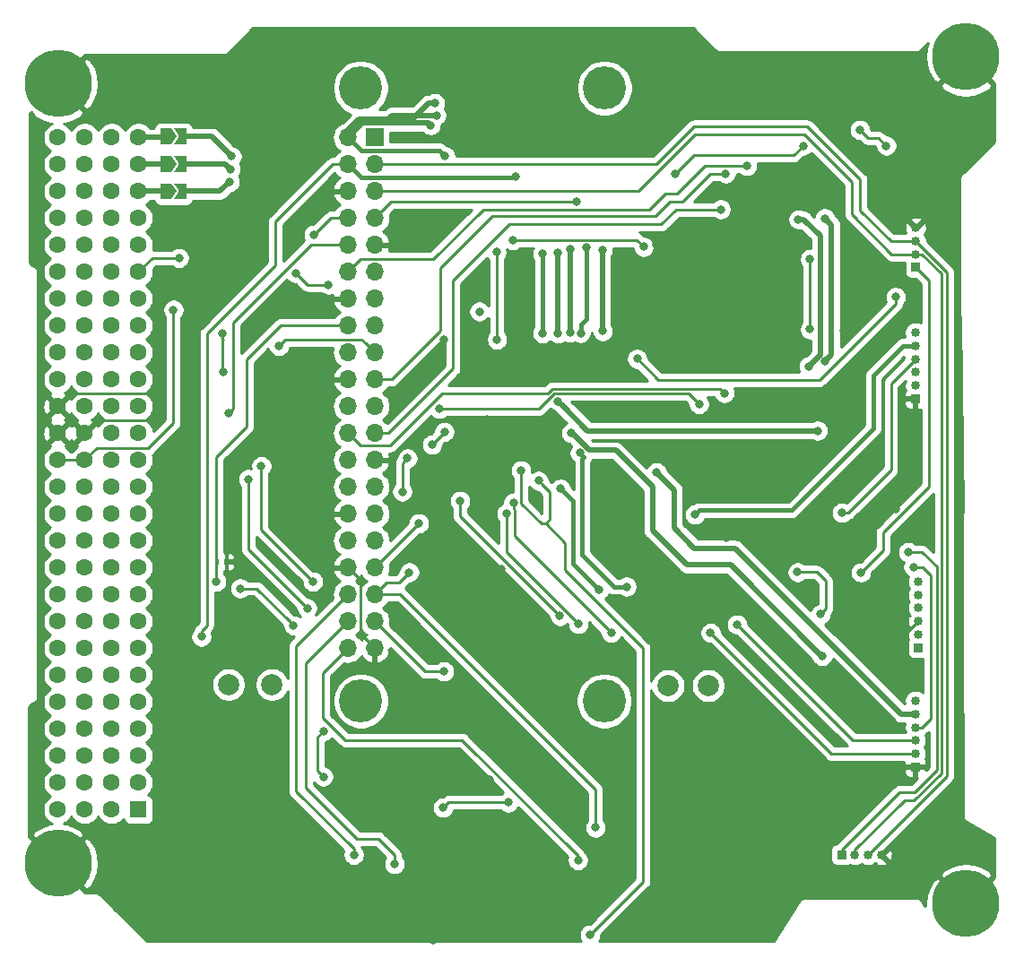
<source format=gbr>
G04 #@! TF.GenerationSoftware,KiCad,Pcbnew,(5.1.2)-2*
G04 #@! TF.CreationDate,2022-05-20T11:19:57-04:00*
G04 #@! TF.ProjectId,MAG_Plus,4d41475f-506c-4757-932e-6b696361645f,rev?*
G04 #@! TF.SameCoordinates,Original*
G04 #@! TF.FileFunction,Copper,L2,Bot*
G04 #@! TF.FilePolarity,Positive*
%FSLAX46Y46*%
G04 Gerber Fmt 4.6, Leading zero omitted, Abs format (unit mm)*
G04 Created by KiCad (PCBNEW (5.1.2)-2) date 2022-05-20 11:19:58*
%MOMM*%
%LPD*%
G04 APERTURE LIST*
%ADD10C,6.350000*%
%ADD11C,1.600000*%
%ADD12R,1.600000X1.600000*%
%ADD13C,0.850000*%
%ADD14R,0.850000X0.850000*%
%ADD15C,4.064000*%
%ADD16C,0.300000*%
%ADD17C,0.100000*%
%ADD18O,1.700000X1.700000*%
%ADD19R,1.700000X1.700000*%
%ADD20C,2.000000*%
%ADD21R,0.400000X0.600000*%
%ADD22C,0.800000*%
%ADD23C,0.250000*%
%ADD24C,0.500000*%
%ADD25C,0.400000*%
%ADD26C,0.254000*%
G04 APERTURE END LIST*
D10*
X37050000Y-122300000D03*
X37050000Y-48640000D03*
D11*
X42110000Y-53720000D03*
X44650000Y-53720000D03*
X42110000Y-56260000D03*
X44650000Y-56260000D03*
X42110000Y-58800000D03*
X44650000Y-58800000D03*
X42110000Y-61340000D03*
X44650000Y-61340000D03*
X42110000Y-63880000D03*
X44650000Y-63880000D03*
X42110000Y-66420000D03*
X44650000Y-66420000D03*
X42110000Y-68960000D03*
X44650000Y-68960000D03*
X42110000Y-71500000D03*
X44650000Y-71500000D03*
X42110000Y-74040000D03*
X44650000Y-74040000D03*
X42110000Y-76580000D03*
X44650000Y-76580000D03*
X42110000Y-79120000D03*
X44650000Y-79120000D03*
X42110000Y-81660000D03*
X44650000Y-81660000D03*
X42110000Y-84200000D03*
X44650000Y-84200000D03*
X42110000Y-86740000D03*
X44650000Y-86740000D03*
X42110000Y-89280000D03*
X44650000Y-89280000D03*
X42110000Y-91820000D03*
X44650000Y-91820000D03*
X42110000Y-94360000D03*
X44650000Y-94360000D03*
X42110000Y-96900000D03*
X44650000Y-96900000D03*
X42110000Y-99440000D03*
X44650000Y-99440000D03*
X42110000Y-101980000D03*
X44650000Y-101980000D03*
X42110000Y-104520000D03*
X44650000Y-104520000D03*
X42110000Y-107060000D03*
X44650000Y-107060000D03*
X42110000Y-109600000D03*
X44650000Y-109600000D03*
X42110000Y-112140000D03*
X44650000Y-112140000D03*
X42110000Y-114680000D03*
X44650000Y-114680000D03*
X42110000Y-117220000D03*
D12*
X44650000Y-117220000D03*
D11*
X37030000Y-53720000D03*
X39570000Y-53720000D03*
X37030000Y-56260000D03*
X39570000Y-56260000D03*
X37030000Y-58800000D03*
X39570000Y-58800000D03*
X37030000Y-61340000D03*
X39570000Y-61340000D03*
X37030000Y-63880000D03*
X39570000Y-63880000D03*
X37030000Y-66420000D03*
X39570000Y-66420000D03*
X37030000Y-68960000D03*
X39570000Y-68960000D03*
X37030000Y-71500000D03*
X39570000Y-71500000D03*
X37030000Y-74040000D03*
X39570000Y-74040000D03*
X37030000Y-76580000D03*
X39570000Y-76580000D03*
X37030000Y-79120000D03*
X39570000Y-79120000D03*
X37030000Y-81660000D03*
X39570000Y-81660000D03*
X37030000Y-84200000D03*
X39570000Y-84200000D03*
X37030000Y-86740000D03*
X39570000Y-86740000D03*
X37030000Y-89280000D03*
X39570000Y-89280000D03*
X37030000Y-91820000D03*
X39570000Y-91820000D03*
X37030000Y-94360000D03*
X39570000Y-94360000D03*
X37030000Y-96900000D03*
X39570000Y-96900000D03*
X37030000Y-99440000D03*
X39570000Y-99440000D03*
X37030000Y-101980000D03*
X39570000Y-101980000D03*
X37030000Y-104520000D03*
X39570000Y-104520000D03*
X37030000Y-107060000D03*
X39570000Y-107060000D03*
X37030000Y-109600000D03*
X39570000Y-109600000D03*
X37030000Y-112140000D03*
X39570000Y-112140000D03*
X37030000Y-114680000D03*
X39570000Y-114680000D03*
X37030000Y-117220000D03*
X39570000Y-117220000D03*
D10*
X122780000Y-126110000D03*
X122780000Y-46100000D03*
D13*
X118000000Y-72150000D03*
X118000000Y-73400000D03*
X118000000Y-74650000D03*
X118000000Y-75900000D03*
X118000000Y-77150000D03*
D14*
X118000000Y-78400000D03*
D13*
X118050000Y-62250000D03*
X118050000Y-63500000D03*
X118050000Y-64750000D03*
D14*
X118050000Y-66000000D03*
D15*
X65620000Y-49050000D03*
X65650000Y-106940000D03*
X88620000Y-106940000D03*
X88650000Y-49050000D03*
D16*
X48675000Y-58800000D03*
D17*
G36*
X49175000Y-59550000D02*
G01*
X48025000Y-59550000D01*
X48525000Y-58800000D01*
X48025000Y-58050000D01*
X49175000Y-58050000D01*
X49175000Y-59550000D01*
X49175000Y-59550000D01*
G37*
D16*
X47225000Y-58800000D03*
D17*
G36*
X48225000Y-58800000D02*
G01*
X47725000Y-59550000D01*
X46725000Y-59550000D01*
X46725000Y-58050000D01*
X47725000Y-58050000D01*
X48225000Y-58800000D01*
X48225000Y-58800000D01*
G37*
D16*
X47225000Y-56200000D03*
D17*
G36*
X48225000Y-56200000D02*
G01*
X47725000Y-56950000D01*
X46725000Y-56950000D01*
X46725000Y-55450000D01*
X47725000Y-55450000D01*
X48225000Y-56200000D01*
X48225000Y-56200000D01*
G37*
D16*
X48675000Y-56200000D03*
D17*
G36*
X49175000Y-56950000D02*
G01*
X48025000Y-56950000D01*
X48525000Y-56200000D01*
X48025000Y-55450000D01*
X49175000Y-55450000D01*
X49175000Y-56950000D01*
X49175000Y-56950000D01*
G37*
D16*
X48675000Y-53600000D03*
D17*
G36*
X49175000Y-54350000D02*
G01*
X48025000Y-54350000D01*
X48525000Y-53600000D01*
X48025000Y-52850000D01*
X49175000Y-52850000D01*
X49175000Y-54350000D01*
X49175000Y-54350000D01*
G37*
D16*
X47225000Y-53600000D03*
D17*
G36*
X48225000Y-53600000D02*
G01*
X47725000Y-54350000D01*
X46725000Y-54350000D01*
X46725000Y-52850000D01*
X47725000Y-52850000D01*
X48225000Y-53600000D01*
X48225000Y-53600000D01*
G37*
D18*
X64410000Y-101960000D03*
X66950000Y-101960000D03*
X64410000Y-99420000D03*
X66950000Y-99420000D03*
X64410000Y-96880000D03*
X66950000Y-96880000D03*
X64410000Y-94340000D03*
X66950000Y-94340000D03*
X64410000Y-91800000D03*
X66950000Y-91800000D03*
X64410000Y-89260000D03*
X66950000Y-89260000D03*
X64410000Y-86720000D03*
X66950000Y-86720000D03*
X64410000Y-84180000D03*
X66950000Y-84180000D03*
X64410000Y-81640000D03*
X66950000Y-81640000D03*
X64410000Y-79100000D03*
X66950000Y-79100000D03*
X64410000Y-76560000D03*
X66950000Y-76560000D03*
X64410000Y-74020000D03*
X66950000Y-74020000D03*
X64410000Y-71480000D03*
X66950000Y-71480000D03*
X64410000Y-68940000D03*
X66950000Y-68940000D03*
X64410000Y-66400000D03*
X66950000Y-66400000D03*
X64410000Y-63860000D03*
X66950000Y-63860000D03*
X64410000Y-61320000D03*
X66950000Y-61320000D03*
X64410000Y-58780000D03*
X66950000Y-58780000D03*
X64410000Y-56240000D03*
X66950000Y-56240000D03*
X64410000Y-53700000D03*
D19*
X66950000Y-53700000D03*
D20*
X94650000Y-105500000D03*
X98450000Y-105500000D03*
X53150000Y-105400000D03*
X57250000Y-105400000D03*
D13*
X114800000Y-121480000D03*
X113550000Y-121480000D03*
X112300000Y-121480000D03*
D14*
X111050000Y-121480000D03*
D13*
X118280000Y-95670000D03*
X118280000Y-96920000D03*
X118280000Y-98170000D03*
X118280000Y-99420000D03*
X118280000Y-100670000D03*
D14*
X118280000Y-101920000D03*
D21*
X52050000Y-93800000D03*
X52950000Y-93800000D03*
D13*
X118000000Y-106950000D03*
X118000000Y-108200000D03*
X118000000Y-109450000D03*
X118000000Y-110700000D03*
X118000000Y-111950000D03*
D14*
X118000000Y-113200000D03*
D22*
X76840000Y-70160000D03*
X53450000Y-55500000D03*
X53350000Y-56700000D03*
X53250000Y-57900000D03*
X85390000Y-64250000D03*
X72775000Y-51635000D03*
X50594999Y-100874999D03*
X72220000Y-52560000D03*
X108780001Y-81419999D03*
X73599998Y-55484990D03*
X84265000Y-64605000D03*
X109200000Y-102700000D03*
X82800000Y-64700000D03*
X80275000Y-57450000D03*
X86925000Y-64125000D03*
X88160001Y-96430000D03*
X90730000Y-96150000D03*
X84500000Y-86900000D03*
X82800000Y-72220000D03*
X84260006Y-72230000D03*
X85390000Y-72120000D03*
X84260006Y-78629994D03*
X86400000Y-72200000D03*
X86314990Y-83521960D03*
X85520002Y-81640002D03*
X88460000Y-64330000D03*
X72620000Y-50470000D03*
X88470000Y-72010000D03*
X87290000Y-129020000D03*
X92340000Y-64050000D03*
X57912000Y-73406000D03*
X78449998Y-64550002D03*
X80000000Y-63400000D03*
X78500000Y-72800000D03*
X82420000Y-86150000D03*
X80770000Y-85160000D03*
X48475000Y-65100000D03*
X47950000Y-70000000D03*
X54245000Y-96315000D03*
X59300000Y-99810000D03*
X59510000Y-66530000D03*
X62585010Y-67620000D03*
X52610000Y-72200000D03*
X52620000Y-75904000D03*
X71040000Y-76850000D03*
X58650000Y-49960000D03*
X58650000Y-56170000D03*
X94430000Y-68300000D03*
X93540000Y-63810000D03*
X111210000Y-71960000D03*
X86694268Y-117281045D03*
X86650000Y-115725000D03*
X74397489Y-129075000D03*
X72470000Y-129510000D03*
X55890000Y-60180000D03*
X71320000Y-116260000D03*
X66780000Y-114650000D03*
X68030000Y-117080000D03*
X82300000Y-115900000D03*
X83440000Y-107550000D03*
X70650000Y-108750000D03*
X80310000Y-103540000D03*
X81670000Y-99350000D03*
X73760000Y-96400000D03*
X79720000Y-84450000D03*
X75990000Y-72800000D03*
X79600000Y-48100000D03*
X106030000Y-46950000D03*
X113550000Y-70310000D03*
X113500000Y-73550000D03*
X115700000Y-104300000D03*
X120170000Y-119070000D03*
X115050000Y-124300000D03*
X107340000Y-121540000D03*
X56530000Y-81620000D03*
X55118000Y-71628000D03*
X55770000Y-46150000D03*
X49160000Y-114430000D03*
X43690000Y-121200000D03*
X64500000Y-114100000D03*
X47518795Y-62284990D03*
X107800000Y-103800000D03*
X48200000Y-93200000D03*
X71500000Y-61900000D03*
X111300000Y-63700000D03*
X116172340Y-88802340D03*
X99400000Y-86700000D03*
X100170000Y-91530000D03*
X101690000Y-105360000D03*
X93640000Y-107950000D03*
X81900000Y-87800000D03*
X73410000Y-87710002D03*
X75830000Y-86970000D03*
X78937340Y-94452660D03*
X116010000Y-102800000D03*
X87910000Y-87780000D03*
X77582340Y-80315010D03*
X79440000Y-81070000D03*
X73480000Y-72800000D03*
X91610000Y-67060000D03*
X77770000Y-114350000D03*
X77620000Y-111340000D03*
X62140000Y-109790000D03*
X62100000Y-114099998D03*
X79570000Y-116530000D03*
X73410000Y-117020000D03*
X108050000Y-65220000D03*
X108050002Y-71830010D03*
X107940000Y-75330000D03*
X106960000Y-61450000D03*
X109460000Y-61360000D03*
X109470000Y-74850000D03*
X95302340Y-57192340D03*
X107400000Y-54500000D03*
X115250000Y-54500000D03*
X112750000Y-53000000D03*
X91740000Y-74620000D03*
X116140000Y-68780000D03*
X117330000Y-92890000D03*
X112870000Y-94810000D03*
X111060000Y-89160000D03*
X72360000Y-82740000D03*
X73530000Y-81530000D03*
X69560000Y-87170000D03*
X70040000Y-84020000D03*
X75020000Y-88040000D03*
X106870000Y-94780000D03*
X109050000Y-98760000D03*
X84434840Y-98935160D03*
X117810000Y-94290000D03*
X61200000Y-62900000D03*
X53180000Y-79730000D03*
X56250000Y-84760000D03*
X61100000Y-95660000D03*
X55020002Y-86000000D03*
X60580000Y-98180000D03*
X52000000Y-95670000D03*
X100098857Y-57128857D03*
X97580000Y-78910000D03*
X73049844Y-79350165D03*
X99620000Y-60510000D03*
X99970000Y-77860000D03*
X68820000Y-122370000D03*
X87800000Y-118910000D03*
X70215536Y-94789770D03*
X86150000Y-122000000D03*
X64990000Y-121490000D03*
X86040000Y-59770000D03*
X73500000Y-104164990D03*
X102100000Y-56400000D03*
X97190000Y-89340000D03*
X93550000Y-85370000D03*
X71120000Y-90160000D03*
X98660000Y-100510000D03*
X89280000Y-100510000D03*
X80044990Y-88224139D03*
X79400000Y-89250000D03*
X101150000Y-99720000D03*
X86180000Y-99675010D03*
D23*
X46825000Y-58800000D02*
X47225000Y-59200000D01*
D24*
X44650000Y-58800000D02*
X46825000Y-58800000D01*
X48675000Y-53600000D02*
X51550000Y-53600000D01*
X51550000Y-53600000D02*
X53450000Y-55500000D01*
X48675000Y-56200000D02*
X52850000Y-56200000D01*
X52850000Y-56200000D02*
X53350000Y-56700000D01*
X48675000Y-58800000D02*
X52350000Y-58800000D01*
X52350000Y-58800000D02*
X53250000Y-57900000D01*
D23*
X47085000Y-56260000D02*
X47225000Y-56400000D01*
D24*
X44650000Y-56260000D02*
X47085000Y-56260000D01*
D23*
X47105000Y-53720000D02*
X47225000Y-53600000D01*
D24*
X44650000Y-53720000D02*
X47105000Y-53720000D01*
D23*
X64410000Y-56240000D02*
X62980000Y-56240000D01*
X57560000Y-61660000D02*
X57560000Y-65780000D01*
X62980000Y-56240000D02*
X57560000Y-61660000D01*
X51100000Y-99804313D02*
X51100000Y-72240000D01*
X50594999Y-100874999D02*
X50594999Y-100309314D01*
X50594999Y-100309314D02*
X51100000Y-99804313D01*
X51100000Y-72240000D02*
X57560000Y-65780000D01*
D24*
X72020000Y-52360000D02*
X72220000Y-52560000D01*
X64410000Y-53700000D02*
X65750000Y-52360000D01*
X65750000Y-52360000D02*
X72020000Y-52360000D01*
D23*
X109200000Y-102700000D02*
X109150000Y-102700000D01*
D25*
X80215000Y-57510000D02*
X80275000Y-57450000D01*
X64410000Y-56240000D02*
X65680000Y-57510000D01*
X65680000Y-57510000D02*
X80215000Y-57510000D01*
X73199999Y-55084991D02*
X73599998Y-55484990D01*
X73085008Y-54970000D02*
X73199999Y-55084991D01*
X64410000Y-53700000D02*
X65680000Y-54970000D01*
X65680000Y-54970000D02*
X73085008Y-54970000D01*
D24*
X68555000Y-51635000D02*
X72775000Y-51635000D01*
D23*
X68550000Y-51630000D02*
X68555000Y-51635000D01*
D24*
X68220000Y-51960000D02*
X68550000Y-51630000D01*
X65480000Y-51960000D02*
X68220000Y-51960000D01*
D23*
X64410000Y-53700000D02*
X64410000Y-53030000D01*
D24*
X64410000Y-53030000D02*
X65480000Y-51960000D01*
D25*
X84899999Y-87299999D02*
X84500000Y-86900000D01*
X85700000Y-88100000D02*
X84899999Y-87299999D01*
X88160001Y-96430000D02*
X85700000Y-93969999D01*
X85700000Y-93969999D02*
X85700000Y-88100000D01*
X82800000Y-64700000D02*
X82800000Y-72220000D01*
D24*
X84265000Y-64605000D02*
X84265000Y-72225006D01*
X84265000Y-72225006D02*
X84260006Y-72230000D01*
X85390000Y-64250000D02*
X85390000Y-72120000D01*
X108780001Y-81419999D02*
X87050011Y-81419999D01*
X84660005Y-79029993D02*
X84260006Y-78629994D01*
X87050011Y-81419999D02*
X84660005Y-79029993D01*
D25*
X86400000Y-71634315D02*
X86400000Y-72200000D01*
X86400000Y-71370000D02*
X86400000Y-71634315D01*
X86925000Y-64125000D02*
X86925000Y-70845000D01*
X86925000Y-70845000D02*
X86400000Y-71370000D01*
D24*
X65490000Y-51970000D02*
X65480000Y-51960000D01*
X70554315Y-51970000D02*
X65490000Y-51970000D01*
X72620000Y-50470000D02*
X72054315Y-50470000D01*
X72054315Y-50470000D02*
X70554315Y-51970000D01*
X88460000Y-64330000D02*
X88460000Y-72000000D01*
D23*
X88460000Y-72000000D02*
X88470000Y-72010000D01*
D24*
X85550002Y-81640002D02*
X85520002Y-81640002D01*
X87170000Y-83260000D02*
X85550002Y-81640002D01*
X100550000Y-94100000D02*
X96410000Y-94100000D01*
X109150000Y-102700000D02*
X100550000Y-94100000D01*
X96410000Y-94100000D02*
X93180000Y-90870000D01*
X93180000Y-90870000D02*
X93180000Y-86730000D01*
X93180000Y-86730000D02*
X89710000Y-83260000D01*
X89710000Y-83260000D02*
X87170000Y-83260000D01*
D25*
X86714989Y-83921959D02*
X86314990Y-83521960D01*
X86560000Y-84076948D02*
X86714989Y-83921959D01*
X86560000Y-93170000D02*
X86560000Y-84076948D01*
X90730000Y-96150000D02*
X89540000Y-96150000D01*
X89540000Y-96150000D02*
X86560000Y-93170000D01*
D23*
X115750000Y-64750000D02*
X117448960Y-64750000D01*
X91850000Y-58780000D02*
X97230000Y-53400000D01*
X66950000Y-58780000D02*
X91850000Y-58780000D01*
X97230000Y-53400000D02*
X107500000Y-53400000D01*
X107500000Y-53400000D02*
X112000000Y-57900000D01*
X112000000Y-57900000D02*
X112000000Y-61000000D01*
X112000000Y-61000000D02*
X115750000Y-64750000D01*
X117448960Y-64750000D02*
X118050000Y-64750000D01*
X117150000Y-64750000D02*
X118050000Y-64750000D01*
X118651040Y-64750000D02*
X118050000Y-64750000D01*
X112300000Y-121030000D02*
X116960000Y-116370000D01*
X112300000Y-121480000D02*
X112300000Y-121030000D01*
X116960000Y-116370000D02*
X117870000Y-116370000D01*
X117870000Y-116370000D02*
X120470011Y-113769989D01*
X120470011Y-113769989D02*
X120470011Y-66568971D01*
X120470011Y-66568971D02*
X118651040Y-64750000D01*
X117400000Y-63500000D02*
X118050000Y-63500000D01*
X116900000Y-63500000D02*
X117400000Y-63500000D01*
X115700000Y-63500000D02*
X117400000Y-63500000D01*
X112800000Y-60600000D02*
X115700000Y-63500000D01*
X66980000Y-56210000D02*
X93560000Y-56210000D01*
X93560000Y-56210000D02*
X97070000Y-52700000D01*
X66950000Y-56240000D02*
X66980000Y-56210000D01*
X97070000Y-52700000D02*
X107800000Y-52700000D01*
X107800000Y-52700000D02*
X112800000Y-57700000D01*
X112800000Y-57700000D02*
X112800000Y-60600000D01*
X113550000Y-121300000D02*
X113550000Y-121400000D01*
X118474999Y-63924999D02*
X118050000Y-63500000D01*
X120980000Y-66430000D02*
X118474999Y-63924999D01*
X113550000Y-121480000D02*
X120980000Y-114050000D01*
X120980000Y-114050000D02*
X120980000Y-66430000D01*
X66100001Y-73170001D02*
X66950000Y-74020000D01*
X65730000Y-72800000D02*
X66100001Y-73170001D01*
X57912000Y-73406000D02*
X58518000Y-72800000D01*
X58518000Y-72800000D02*
X65730000Y-72800000D01*
X92340000Y-64050000D02*
X91690000Y-63400000D01*
X80565685Y-63400000D02*
X80000000Y-63400000D01*
X91690000Y-63400000D02*
X80565685Y-63400000D01*
X78449998Y-64550002D02*
X78449998Y-72749998D01*
X78449998Y-72749998D02*
X78500000Y-72800000D01*
X92310000Y-124000000D02*
X87290000Y-129020000D01*
X92310000Y-101970000D02*
X92310000Y-124000000D01*
X84900000Y-94560000D02*
X92310000Y-101970000D01*
X83100000Y-90200000D02*
X84900000Y-92000000D01*
X84900000Y-92000000D02*
X84900000Y-94560000D01*
X80770000Y-85725685D02*
X80770000Y-85160000D01*
X80770000Y-88300000D02*
X80770000Y-85725685D01*
X83100000Y-90200000D02*
X82670000Y-90200000D01*
X82670000Y-90200000D02*
X80770000Y-88300000D01*
X82819999Y-86549999D02*
X82420000Y-86150000D01*
X83510000Y-87240000D02*
X82819999Y-86549999D01*
X83100000Y-90200000D02*
X83510000Y-89790000D01*
X83510000Y-89790000D02*
X83510000Y-87240000D01*
X45970000Y-65100000D02*
X44650000Y-66420000D01*
X48475000Y-65100000D02*
X45970000Y-65100000D01*
X37030000Y-84200000D02*
X39570000Y-84200000D01*
X40695001Y-83074999D02*
X45575001Y-83074999D01*
X39570000Y-84200000D02*
X40695001Y-83074999D01*
X45575001Y-83074999D02*
X47950000Y-80700000D01*
X47950000Y-80700000D02*
X47950000Y-70000000D01*
X58900001Y-99410001D02*
X59300000Y-99810000D01*
X54245000Y-96315000D02*
X55805000Y-96315000D01*
X55805000Y-96315000D02*
X58900001Y-99410001D01*
X60600000Y-67620000D02*
X62019325Y-67620000D01*
X62019325Y-67620000D02*
X62585010Y-67620000D01*
X59510000Y-66530000D02*
X60600000Y-67620000D01*
X52620000Y-72790000D02*
X52500000Y-72670000D01*
X52610000Y-75894000D02*
X52620000Y-75904000D01*
X52610000Y-72200000D02*
X52610000Y-75894000D01*
X65259999Y-95189999D02*
X64410000Y-94340000D01*
X65585001Y-95515001D02*
X65259999Y-95189999D01*
X65585001Y-100595001D02*
X65585001Y-95515001D01*
X66950000Y-101960000D02*
X65585001Y-100595001D01*
X58650000Y-49960000D02*
X58650000Y-56170000D01*
X94430000Y-68300000D02*
X93660000Y-69070000D01*
X93660000Y-69070000D02*
X92330000Y-69070000D01*
X92330000Y-69070000D02*
X91610000Y-68350000D01*
X91610000Y-68350000D02*
X91610000Y-67060000D01*
X91610000Y-67060000D02*
X91610000Y-67050000D01*
X91610000Y-67050000D02*
X93540000Y-65120000D01*
X93540000Y-65120000D02*
X93540000Y-63810000D01*
X86694268Y-117281045D02*
X86694268Y-115769268D01*
X86694268Y-115769268D02*
X86650000Y-115725000D01*
X73962489Y-129510000D02*
X72470000Y-129510000D01*
X74397489Y-129075000D02*
X73962489Y-129510000D01*
X71320000Y-116260000D02*
X69710000Y-114650000D01*
X69710000Y-114650000D02*
X66780000Y-114650000D01*
X45830002Y-80400000D02*
X45965001Y-80534999D01*
X39570000Y-81660000D02*
X40830000Y-80400000D01*
X40830000Y-80400000D02*
X45830002Y-80400000D01*
X45900000Y-77900000D02*
X46094999Y-77705001D01*
X37030000Y-79120000D02*
X38250000Y-77900000D01*
X38250000Y-77900000D02*
X45900000Y-77900000D01*
X49623785Y-60180000D02*
X47918794Y-61884991D01*
X47918794Y-61884991D02*
X47518795Y-62284990D01*
X55890000Y-60180000D02*
X49623785Y-60180000D01*
X111800000Y-64200000D02*
X111300000Y-63700000D01*
X111210000Y-71960000D02*
X111800000Y-71370000D01*
X111800000Y-71370000D02*
X111800000Y-64200000D01*
X118280000Y-99420000D02*
X116010000Y-101690000D01*
X116010000Y-102234315D02*
X116010000Y-102800000D01*
X116010000Y-101690000D02*
X116010000Y-102234315D01*
X91610000Y-67060000D02*
X91610000Y-67060000D01*
X61570000Y-113569998D02*
X62100000Y-114099998D01*
X62140000Y-109790000D02*
X61570000Y-110360000D01*
X61570000Y-110360000D02*
X61570000Y-113569998D01*
X79570000Y-116530000D02*
X73900000Y-116530000D01*
X73900000Y-116530000D02*
X73809999Y-116620001D01*
X73809999Y-116620001D02*
X73410000Y-117020000D01*
X108050000Y-65220000D02*
X108050000Y-71830008D01*
X108050000Y-71830008D02*
X108050002Y-71830010D01*
D24*
X107450000Y-61450000D02*
X106960000Y-61450000D01*
X109010000Y-63010000D02*
X107450000Y-61450000D01*
X107940000Y-75330000D02*
X109010000Y-74260000D01*
X109010000Y-74260000D02*
X109010000Y-63010000D01*
X110100000Y-74220000D02*
X109470000Y-74850000D01*
X110100000Y-62000000D02*
X110100000Y-74220000D01*
X109460000Y-61360000D02*
X110100000Y-62000000D01*
D23*
X106500000Y-55400000D02*
X107400000Y-54500000D01*
X95302340Y-57192340D02*
X97094680Y-55400000D01*
X97094680Y-55400000D02*
X106500000Y-55400000D01*
X113530000Y-53780000D02*
X112750000Y-53000000D01*
X114540000Y-53780000D02*
X113530000Y-53780000D01*
X115250000Y-54500000D02*
X115250000Y-54490000D01*
X115250000Y-54490000D02*
X114540000Y-53780000D01*
X91740000Y-74620000D02*
X93740000Y-76620000D01*
X116140000Y-69443002D02*
X116140000Y-69345685D01*
X108963002Y-76620000D02*
X116140000Y-69443002D01*
X93740000Y-76620000D02*
X108963002Y-76620000D01*
X116140000Y-69345685D02*
X116140000Y-68780000D01*
X111625685Y-89160000D02*
X115690000Y-85095685D01*
X111060000Y-89160000D02*
X111625685Y-89160000D01*
X115690000Y-76960000D02*
X118000000Y-74650000D01*
X115690000Y-85095685D02*
X115690000Y-76960000D01*
X72360000Y-82740000D02*
X72360000Y-82700000D01*
X72360000Y-82700000D02*
X73530000Y-81530000D01*
X69560000Y-87170000D02*
X69560000Y-84500000D01*
X69640001Y-84419999D02*
X70040000Y-84020000D01*
X69560000Y-84500000D02*
X69640001Y-84419999D01*
X109550000Y-98260000D02*
X109050000Y-98760000D01*
X109550000Y-95630000D02*
X109550000Y-98260000D01*
X106870000Y-94780000D02*
X108700000Y-94780000D01*
X108700000Y-94780000D02*
X109550000Y-95630000D01*
X84034841Y-98535161D02*
X84434840Y-98935160D01*
X84034841Y-98524841D02*
X84034841Y-98535161D01*
X75020000Y-89510000D02*
X84034841Y-98524841D01*
X75020000Y-88040000D02*
X75020000Y-89510000D01*
X118610000Y-109450000D02*
X118000000Y-109450000D01*
X119450000Y-108610000D02*
X118610000Y-109450000D01*
X119450000Y-95070000D02*
X119450000Y-108610000D01*
X117810000Y-94290000D02*
X118670000Y-94290000D01*
X118670000Y-94290000D02*
X119450000Y-95070000D01*
X114950000Y-92730000D02*
X112870000Y-94810000D01*
X114950000Y-91050000D02*
X114950000Y-92730000D01*
X119300000Y-86700000D02*
X114950000Y-91050000D01*
X118050000Y-66000000D02*
X119300000Y-67250000D01*
X119300000Y-67250000D02*
X119300000Y-86700000D01*
X117340000Y-92880000D02*
X117330000Y-92890000D01*
X118650000Y-92880000D02*
X117340000Y-92880000D01*
X111050000Y-121010000D02*
X116460022Y-115599978D01*
X111050000Y-121480000D02*
X111050000Y-121010000D01*
X116460022Y-115599978D02*
X117900022Y-115599978D01*
X117900022Y-115599978D02*
X120020000Y-113480000D01*
X120020000Y-113480000D02*
X120020000Y-94250000D01*
X120020000Y-94250000D02*
X118650000Y-92880000D01*
X62780000Y-61320000D02*
X61599999Y-62500001D01*
X64410000Y-61320000D02*
X62780000Y-61320000D01*
X61599999Y-62500001D02*
X61200000Y-62900000D01*
X60910000Y-63860000D02*
X64410000Y-63860000D01*
X53579999Y-71190001D02*
X60910000Y-63860000D01*
X53180000Y-79730000D02*
X53579999Y-79330001D01*
X53579999Y-79330001D02*
X53579999Y-71190001D01*
X60700001Y-95260001D02*
X61100000Y-95660000D01*
X56250000Y-90810000D02*
X60700001Y-95260001D01*
X56250000Y-84760000D02*
X56250000Y-90810000D01*
X55020002Y-86000000D02*
X55020002Y-92620002D01*
X55020002Y-92620002D02*
X60180001Y-97780001D01*
X60180001Y-97780001D02*
X60580000Y-98180000D01*
X52000000Y-95104315D02*
X52000000Y-95670000D01*
X52000000Y-83890000D02*
X52000000Y-95104315D01*
X54864000Y-81026000D02*
X52000000Y-83890000D01*
X54864000Y-74676000D02*
X54864000Y-76708000D01*
X58060000Y-71480000D02*
X54864000Y-74676000D01*
X64410000Y-71480000D02*
X58060000Y-71480000D01*
X54864000Y-76200000D02*
X54864000Y-76708000D01*
X54864000Y-76708000D02*
X54864000Y-81026000D01*
X99522029Y-57140000D02*
X99533172Y-57128857D01*
X98670000Y-57140000D02*
X99522029Y-57140000D01*
X95990000Y-59820000D02*
X98670000Y-57140000D01*
X94780000Y-59820000D02*
X95990000Y-59820000D01*
X66950000Y-76560000D02*
X68580000Y-76560000D01*
X73140000Y-72000000D02*
X73140000Y-66070000D01*
X99533172Y-57128857D02*
X100098857Y-57128857D01*
X73140000Y-66070000D02*
X78040000Y-61170000D01*
X68580000Y-76560000D02*
X73140000Y-72000000D01*
X78040000Y-61170000D02*
X93430000Y-61170000D01*
X93430000Y-61170000D02*
X94780000Y-59820000D01*
X82466833Y-79350165D02*
X73615529Y-79350165D01*
X83912005Y-77904993D02*
X82466833Y-79350165D01*
X96574993Y-77904993D02*
X83912005Y-77904993D01*
X97580000Y-78910000D02*
X96574993Y-77904993D01*
X73615529Y-79350165D02*
X73049844Y-79350165D01*
X68270000Y-81640000D02*
X74360000Y-75550000D01*
X66950000Y-81640000D02*
X68270000Y-81640000D01*
X95420000Y-60510000D02*
X99620000Y-60510000D01*
X74360000Y-75550000D02*
X74360000Y-67220000D01*
X74360000Y-67220000D02*
X79660000Y-61920000D01*
X79660000Y-61920000D02*
X94010000Y-61920000D01*
X94010000Y-61920000D02*
X95420000Y-60510000D01*
X99564982Y-77454982D02*
X83725605Y-77454982D01*
X99970000Y-77860000D02*
X99564982Y-77454982D01*
X65585001Y-82815001D02*
X65259999Y-82489999D01*
X83725605Y-77454982D02*
X83320587Y-77860000D01*
X65259999Y-82489999D02*
X64410000Y-81640000D01*
X83320587Y-77860000D02*
X73350000Y-77860000D01*
X73350000Y-77860000D02*
X68394999Y-82815001D01*
X68394999Y-82815001D02*
X65585001Y-82815001D01*
X68820000Y-121500000D02*
X68820000Y-122370000D01*
X67270000Y-119950000D02*
X68820000Y-121500000D01*
X65280000Y-119950000D02*
X67270000Y-119950000D01*
X60440000Y-115110000D02*
X65280000Y-119950000D01*
X64410000Y-99420000D02*
X60440000Y-103390000D01*
X60440000Y-103390000D02*
X60440000Y-115110000D01*
X69360000Y-96880000D02*
X87800000Y-115320000D01*
X66950000Y-96880000D02*
X69360000Y-96880000D01*
X87800000Y-115320000D02*
X87800000Y-118344315D01*
X87800000Y-118344315D02*
X87800000Y-118910000D01*
X70215536Y-94789770D02*
X69245306Y-95760000D01*
X68070000Y-95760000D02*
X66950000Y-96880000D01*
X69245306Y-95760000D02*
X68070000Y-95760000D01*
X64990000Y-120950000D02*
X64990000Y-121490000D01*
X59540000Y-115500000D02*
X64990000Y-120950000D01*
X64410000Y-96880000D02*
X59540000Y-101750000D01*
X59540000Y-101750000D02*
X59540000Y-115500000D01*
X66950000Y-61320000D02*
X68500000Y-59770000D01*
X68500000Y-59770000D02*
X86040000Y-59770000D01*
X71694990Y-104164990D02*
X72934315Y-104164990D01*
X72934315Y-104164990D02*
X73500000Y-104164990D01*
X66950000Y-99420000D02*
X71694990Y-104164990D01*
X63560001Y-102809999D02*
X64410000Y-101960000D01*
X86150000Y-121590000D02*
X75204998Y-110644998D01*
X86150000Y-122000000D02*
X86150000Y-121590000D01*
X75204998Y-110644998D02*
X64158002Y-110644998D01*
X64158002Y-110644998D02*
X62080000Y-108566996D01*
X62080000Y-108566996D02*
X62080000Y-104290000D01*
X62080000Y-104290000D02*
X63560001Y-102809999D01*
X92900000Y-60500000D02*
X77200000Y-60500000D01*
X94400000Y-59000000D02*
X92900000Y-60500000D01*
X72475001Y-65224999D02*
X65585001Y-65224999D01*
X95500000Y-59000000D02*
X94400000Y-59000000D01*
X77200000Y-60500000D02*
X72475001Y-65224999D01*
X65585001Y-65224999D02*
X65259999Y-65550001D01*
X65259999Y-65550001D02*
X64410000Y-66400000D01*
X95500000Y-59000000D02*
X98000000Y-56500000D01*
X98000000Y-56500000D02*
X98100000Y-56400000D01*
X98100000Y-56400000D02*
X102100000Y-56400000D01*
D25*
X116830000Y-73400000D02*
X118000000Y-73400000D01*
X114050000Y-76180000D02*
X116830000Y-73400000D01*
X114050000Y-81200000D02*
X114050000Y-76180000D01*
X106309999Y-88940001D02*
X114050000Y-81200000D01*
X97190000Y-89340000D02*
X97589999Y-88940001D01*
X97589999Y-88940001D02*
X106309999Y-88940001D01*
D24*
X116690000Y-108200000D02*
X118000000Y-108200000D01*
X101030000Y-92540000D02*
X116690000Y-108200000D01*
X97140000Y-92540000D02*
X101030000Y-92540000D01*
X95240000Y-90640000D02*
X97140000Y-92540000D01*
X93550000Y-85370000D02*
X95240000Y-87060000D01*
X95240000Y-87060000D02*
X95240000Y-90640000D01*
D23*
X71120000Y-90170000D02*
X71120000Y-90160000D01*
X66950000Y-94340000D02*
X71120000Y-90170000D01*
X80135702Y-88880536D02*
X80044990Y-88789824D01*
X80044990Y-88789824D02*
X80044990Y-88224139D01*
X80135702Y-91365702D02*
X80135702Y-88880536D01*
X89280000Y-100510000D02*
X80135702Y-91365702D01*
X110100000Y-111950000D02*
X98660000Y-100510000D01*
X118000000Y-111950000D02*
X110100000Y-111950000D01*
X112130000Y-110700000D02*
X118000000Y-110700000D01*
X101150000Y-99720000D02*
X112130000Y-110700000D01*
X79400000Y-92875000D02*
X85780001Y-99255001D01*
X85780001Y-99255001D02*
X85780001Y-99275011D01*
X79400000Y-89250000D02*
X79400000Y-92875000D01*
X85780001Y-99275011D02*
X86180000Y-99675010D01*
D26*
G36*
X99060388Y-45443769D02*
G01*
X99081052Y-45468948D01*
X99106231Y-45489612D01*
X99106233Y-45489614D01*
X99108356Y-45491356D01*
X99181550Y-45551425D01*
X99296207Y-45612710D01*
X99420617Y-45650450D01*
X99517581Y-45660000D01*
X99517588Y-45660000D01*
X99550000Y-45663192D01*
X99582412Y-45660000D01*
X117997591Y-45660000D01*
X118030000Y-45663192D01*
X118062409Y-45660000D01*
X118062419Y-45660000D01*
X118159383Y-45650450D01*
X118283793Y-45612710D01*
X118398450Y-45551425D01*
X118498948Y-45468948D01*
X118519616Y-45443764D01*
X119207945Y-44755435D01*
X119029745Y-45330253D01*
X118951635Y-46076682D01*
X119020647Y-46824007D01*
X119234129Y-47543508D01*
X119583877Y-48207537D01*
X119609787Y-48246314D01*
X120096893Y-48603502D01*
X122600395Y-46100000D01*
X122586253Y-46085858D01*
X122765858Y-45906253D01*
X122780000Y-45920395D01*
X122794143Y-45906253D01*
X122973748Y-46085858D01*
X122959605Y-46100000D01*
X125463107Y-48603502D01*
X125500000Y-48576449D01*
X125500001Y-54106618D01*
X122672712Y-56933908D01*
X122627367Y-56947663D01*
X122499680Y-57015913D01*
X122387762Y-57107763D01*
X122295913Y-57219681D01*
X122227663Y-57347368D01*
X122185635Y-57485916D01*
X122175000Y-57593896D01*
X122175001Y-70416105D01*
X122185636Y-70524085D01*
X122227664Y-70662633D01*
X122253771Y-70711475D01*
X122466303Y-89182494D01*
X122447663Y-89217368D01*
X122405635Y-89355916D01*
X122395000Y-89463896D01*
X122395001Y-107826105D01*
X122405636Y-107934085D01*
X122447664Y-108072633D01*
X122470001Y-108114423D01*
X122470000Y-117779186D01*
X122468221Y-117833271D01*
X122475290Y-117876128D01*
X122479550Y-117919382D01*
X122485849Y-117940148D01*
X122489379Y-117961547D01*
X122504676Y-118002210D01*
X122517290Y-118043792D01*
X122527516Y-118062923D01*
X122535155Y-118083230D01*
X122558093Y-118120129D01*
X122578575Y-118158449D01*
X122592341Y-118175222D01*
X122603792Y-118193644D01*
X122633483Y-118225355D01*
X122661052Y-118258948D01*
X122677824Y-118272713D01*
X122692649Y-118288546D01*
X122727957Y-118313856D01*
X122761550Y-118341425D01*
X122809306Y-118366951D01*
X125500000Y-119920983D01*
X125499992Y-123633545D01*
X125463107Y-123606498D01*
X122959605Y-126110000D01*
X122973748Y-126124143D01*
X122794143Y-126303748D01*
X122780000Y-126289605D01*
X122765858Y-126303748D01*
X122586253Y-126124143D01*
X122600395Y-126110000D01*
X120096893Y-123606498D01*
X119609787Y-123963686D01*
X119251976Y-124623405D01*
X119029745Y-125340253D01*
X118951635Y-126086682D01*
X118971126Y-126297746D01*
X118726092Y-126052712D01*
X118712337Y-126007367D01*
X118644087Y-125879680D01*
X118552238Y-125767762D01*
X118440320Y-125675913D01*
X118312633Y-125607663D01*
X118174085Y-125565635D01*
X118066105Y-125555000D01*
X107664077Y-125555000D01*
X107615894Y-125551838D01*
X107556029Y-125559714D01*
X107495915Y-125565635D01*
X107484339Y-125569146D01*
X107472349Y-125570724D01*
X107415167Y-125590130D01*
X107357367Y-125607663D01*
X107346699Y-125613365D01*
X107335246Y-125617252D01*
X107282946Y-125647442D01*
X107229680Y-125675913D01*
X107220330Y-125683586D01*
X107209855Y-125689633D01*
X107164443Y-125729452D01*
X107117762Y-125767762D01*
X107110090Y-125777110D01*
X107100994Y-125785086D01*
X107064223Y-125833000D01*
X107025913Y-125879680D01*
X107003147Y-125922271D01*
X104681573Y-129655000D01*
X88110490Y-129655000D01*
X88207205Y-129510256D01*
X88285226Y-129321898D01*
X88325000Y-129121939D01*
X88325000Y-129059801D01*
X92821003Y-124563799D01*
X92850001Y-124540001D01*
X92926888Y-124446314D01*
X92944974Y-124424277D01*
X93015546Y-124292247D01*
X93015669Y-124291841D01*
X93059003Y-124148986D01*
X93070000Y-124037333D01*
X93070000Y-124037324D01*
X93073676Y-124000001D01*
X93070000Y-123962678D01*
X93070000Y-123426893D01*
X120276498Y-123426893D01*
X122780000Y-125930395D01*
X125283502Y-123426893D01*
X124926314Y-122939787D01*
X124266595Y-122581976D01*
X123549747Y-122359745D01*
X122803318Y-122281635D01*
X122055993Y-122350647D01*
X121336492Y-122564129D01*
X120672463Y-122913877D01*
X120633686Y-122939787D01*
X120276498Y-123426893D01*
X93070000Y-123426893D01*
X93070000Y-113625000D01*
X116936928Y-113625000D01*
X116949188Y-113749482D01*
X116985498Y-113869180D01*
X117044463Y-113979494D01*
X117123815Y-114076185D01*
X117220506Y-114155537D01*
X117330820Y-114214502D01*
X117450518Y-114250812D01*
X117575000Y-114263072D01*
X117714250Y-114260000D01*
X117873000Y-114101250D01*
X117873000Y-113327000D01*
X117098750Y-113327000D01*
X116940000Y-113485750D01*
X116936928Y-113625000D01*
X93070000Y-113625000D01*
X93070000Y-105937538D01*
X93077832Y-105976912D01*
X93201082Y-106274463D01*
X93380013Y-106542252D01*
X93607748Y-106769987D01*
X93875537Y-106948918D01*
X94173088Y-107072168D01*
X94488967Y-107135000D01*
X94811033Y-107135000D01*
X95126912Y-107072168D01*
X95424463Y-106948918D01*
X95692252Y-106769987D01*
X95919987Y-106542252D01*
X96098918Y-106274463D01*
X96222168Y-105976912D01*
X96285000Y-105661033D01*
X96285000Y-105338967D01*
X96815000Y-105338967D01*
X96815000Y-105661033D01*
X96877832Y-105976912D01*
X97001082Y-106274463D01*
X97180013Y-106542252D01*
X97407748Y-106769987D01*
X97675537Y-106948918D01*
X97973088Y-107072168D01*
X98288967Y-107135000D01*
X98611033Y-107135000D01*
X98926912Y-107072168D01*
X99224463Y-106948918D01*
X99492252Y-106769987D01*
X99719987Y-106542252D01*
X99898918Y-106274463D01*
X100022168Y-105976912D01*
X100085000Y-105661033D01*
X100085000Y-105338967D01*
X100022168Y-105023088D01*
X99898918Y-104725537D01*
X99719987Y-104457748D01*
X99492252Y-104230013D01*
X99224463Y-104051082D01*
X98926912Y-103927832D01*
X98611033Y-103865000D01*
X98288967Y-103865000D01*
X97973088Y-103927832D01*
X97675537Y-104051082D01*
X97407748Y-104230013D01*
X97180013Y-104457748D01*
X97001082Y-104725537D01*
X96877832Y-105023088D01*
X96815000Y-105338967D01*
X96285000Y-105338967D01*
X96222168Y-105023088D01*
X96098918Y-104725537D01*
X95919987Y-104457748D01*
X95692252Y-104230013D01*
X95424463Y-104051082D01*
X95126912Y-103927832D01*
X94811033Y-103865000D01*
X94488967Y-103865000D01*
X94173088Y-103927832D01*
X93875537Y-104051082D01*
X93607748Y-104230013D01*
X93380013Y-104457748D01*
X93201082Y-104725537D01*
X93077832Y-105023088D01*
X93070000Y-105062462D01*
X93070000Y-102007322D01*
X93073676Y-101969999D01*
X93070000Y-101932676D01*
X93070000Y-101932667D01*
X93059003Y-101821014D01*
X93015546Y-101677753D01*
X92944974Y-101545724D01*
X92901997Y-101493356D01*
X92873799Y-101458996D01*
X92873795Y-101458992D01*
X92850001Y-101429999D01*
X92821009Y-101406206D01*
X88717246Y-97302444D01*
X88819775Y-97233937D01*
X88963938Y-97089774D01*
X89077206Y-96920256D01*
X89101226Y-96862267D01*
X89218913Y-96925172D01*
X89376311Y-96972918D01*
X89498981Y-96985000D01*
X89498991Y-96985000D01*
X89539999Y-96989039D01*
X89581007Y-96985000D01*
X90116715Y-96985000D01*
X90239744Y-97067205D01*
X90428102Y-97145226D01*
X90628061Y-97185000D01*
X90831939Y-97185000D01*
X91031898Y-97145226D01*
X91220256Y-97067205D01*
X91389774Y-96953937D01*
X91533937Y-96809774D01*
X91647205Y-96640256D01*
X91725226Y-96451898D01*
X91765000Y-96251939D01*
X91765000Y-96048061D01*
X91725226Y-95848102D01*
X91647205Y-95659744D01*
X91533937Y-95490226D01*
X91389774Y-95346063D01*
X91220256Y-95232795D01*
X91031898Y-95154774D01*
X90831939Y-95115000D01*
X90628061Y-95115000D01*
X90428102Y-95154774D01*
X90239744Y-95232795D01*
X90116715Y-95315000D01*
X89885868Y-95315000D01*
X87395000Y-92824133D01*
X87395000Y-84409580D01*
X87412625Y-84388104D01*
X87490161Y-84243045D01*
X87519903Y-84145000D01*
X89343422Y-84145000D01*
X92295001Y-87096580D01*
X92295000Y-90826531D01*
X92290719Y-90870000D01*
X92295000Y-90913469D01*
X92295000Y-90913476D01*
X92306212Y-91027314D01*
X92307805Y-91043490D01*
X92318033Y-91077205D01*
X92358411Y-91210312D01*
X92440589Y-91364058D01*
X92551183Y-91498817D01*
X92584956Y-91526534D01*
X95753470Y-94695049D01*
X95781183Y-94728817D01*
X95814951Y-94756530D01*
X95814953Y-94756532D01*
X95843549Y-94780000D01*
X95915941Y-94839411D01*
X96069687Y-94921589D01*
X96236510Y-94972195D01*
X96366523Y-94985000D01*
X96366531Y-94985000D01*
X96410000Y-94989281D01*
X96453469Y-94985000D01*
X100183422Y-94985000D01*
X108207924Y-103009503D01*
X108282795Y-103190256D01*
X108396063Y-103359774D01*
X108540226Y-103503937D01*
X108709744Y-103617205D01*
X108898102Y-103695226D01*
X109098061Y-103735000D01*
X109301939Y-103735000D01*
X109501898Y-103695226D01*
X109690256Y-103617205D01*
X109859774Y-103503937D01*
X110003937Y-103359774D01*
X110117205Y-103190256D01*
X110195226Y-103001898D01*
X110202707Y-102964286D01*
X116033470Y-108795049D01*
X116061183Y-108828817D01*
X116094951Y-108856530D01*
X116094953Y-108856532D01*
X116118323Y-108875711D01*
X116195941Y-108939411D01*
X116349687Y-109021589D01*
X116516510Y-109072195D01*
X116646523Y-109085000D01*
X116646533Y-109085000D01*
X116689999Y-109089281D01*
X116733465Y-109085000D01*
X117003852Y-109085000D01*
X116980735Y-109140809D01*
X116940000Y-109345599D01*
X116940000Y-109554401D01*
X116980735Y-109759191D01*
X117055629Y-109940000D01*
X112444802Y-109940000D01*
X102185000Y-99680199D01*
X102185000Y-99618061D01*
X102145226Y-99418102D01*
X102067205Y-99229744D01*
X101953937Y-99060226D01*
X101809774Y-98916063D01*
X101640256Y-98802795D01*
X101451898Y-98724774D01*
X101251939Y-98685000D01*
X101048061Y-98685000D01*
X100848102Y-98724774D01*
X100659744Y-98802795D01*
X100490226Y-98916063D01*
X100346063Y-99060226D01*
X100232795Y-99229744D01*
X100154774Y-99418102D01*
X100115000Y-99618061D01*
X100115000Y-99821939D01*
X100154774Y-100021898D01*
X100232795Y-100210256D01*
X100346063Y-100379774D01*
X100490226Y-100523937D01*
X100659744Y-100637205D01*
X100848102Y-100715226D01*
X101048061Y-100755000D01*
X101110199Y-100755000D01*
X111545198Y-111190000D01*
X110414802Y-111190000D01*
X99695000Y-100470199D01*
X99695000Y-100408061D01*
X99655226Y-100208102D01*
X99577205Y-100019744D01*
X99463937Y-99850226D01*
X99319774Y-99706063D01*
X99150256Y-99592795D01*
X98961898Y-99514774D01*
X98761939Y-99475000D01*
X98558061Y-99475000D01*
X98358102Y-99514774D01*
X98169744Y-99592795D01*
X98000226Y-99706063D01*
X97856063Y-99850226D01*
X97742795Y-100019744D01*
X97664774Y-100208102D01*
X97625000Y-100408061D01*
X97625000Y-100611939D01*
X97664774Y-100811898D01*
X97742795Y-101000256D01*
X97856063Y-101169774D01*
X98000226Y-101313937D01*
X98169744Y-101427205D01*
X98358102Y-101505226D01*
X98558061Y-101545000D01*
X98620199Y-101545000D01*
X109536201Y-112461003D01*
X109559999Y-112490001D01*
X109588997Y-112513799D01*
X109675723Y-112584974D01*
X109751936Y-112625711D01*
X109807753Y-112655546D01*
X109951014Y-112699003D01*
X110062667Y-112710000D01*
X110062676Y-112710000D01*
X110099999Y-112713676D01*
X110137322Y-112710000D01*
X116943330Y-112710000D01*
X116936928Y-112775000D01*
X116940000Y-112914250D01*
X117098750Y-113073000D01*
X117873000Y-113073000D01*
X117873000Y-113053000D01*
X118127000Y-113053000D01*
X118127000Y-113073000D01*
X118901250Y-113073000D01*
X119060000Y-112914250D01*
X119063072Y-112775000D01*
X119050812Y-112650518D01*
X119014502Y-112530820D01*
X118955537Y-112420506D01*
X118953483Y-112418003D01*
X119019265Y-112259191D01*
X119060000Y-112054401D01*
X119060000Y-111845599D01*
X119019265Y-111640809D01*
X118939360Y-111447902D01*
X118857240Y-111325000D01*
X118939360Y-111202098D01*
X119019265Y-111009191D01*
X119060000Y-110804401D01*
X119060000Y-110595599D01*
X119019265Y-110390809D01*
X118939360Y-110197902D01*
X118908740Y-110152075D01*
X119034276Y-110084974D01*
X119150001Y-109990001D01*
X119173803Y-109960998D01*
X119260000Y-109874801D01*
X119260000Y-113165198D01*
X118999724Y-113425474D01*
X118901250Y-113327000D01*
X118127000Y-113327000D01*
X118127000Y-114101250D01*
X118225474Y-114199724D01*
X117585221Y-114839978D01*
X116497344Y-114839978D01*
X116460021Y-114836302D01*
X116422698Y-114839978D01*
X116422689Y-114839978D01*
X116311036Y-114850975D01*
X116167775Y-114894432D01*
X116035746Y-114965004D01*
X116035744Y-114965005D01*
X116035745Y-114965005D01*
X115949018Y-115036179D01*
X115949014Y-115036183D01*
X115920021Y-115059977D01*
X115896227Y-115088970D01*
X110562073Y-120423126D01*
X110500518Y-120429188D01*
X110380820Y-120465498D01*
X110270506Y-120524463D01*
X110173815Y-120603815D01*
X110094463Y-120700506D01*
X110035498Y-120810820D01*
X109999188Y-120930518D01*
X109986928Y-121055000D01*
X109986928Y-121905000D01*
X109999188Y-122029482D01*
X110035498Y-122149180D01*
X110094463Y-122259494D01*
X110173815Y-122356185D01*
X110270506Y-122435537D01*
X110380820Y-122494502D01*
X110500518Y-122530812D01*
X110625000Y-122543072D01*
X111475000Y-122543072D01*
X111599482Y-122530812D01*
X111719180Y-122494502D01*
X111829494Y-122435537D01*
X111831997Y-122433483D01*
X111990809Y-122499265D01*
X112195599Y-122540000D01*
X112404401Y-122540000D01*
X112609191Y-122499265D01*
X112802098Y-122419360D01*
X112925000Y-122337240D01*
X113047902Y-122419360D01*
X113240809Y-122499265D01*
X113445599Y-122540000D01*
X113654401Y-122540000D01*
X113859191Y-122499265D01*
X114052098Y-122419360D01*
X114225711Y-122303356D01*
X114262989Y-122266078D01*
X114281144Y-122410210D01*
X114472588Y-122493560D01*
X114676616Y-122537959D01*
X114885384Y-122541702D01*
X115090870Y-122504644D01*
X115285179Y-122428210D01*
X115318856Y-122410210D01*
X115344781Y-122204386D01*
X114800000Y-121659605D01*
X114785858Y-121673748D01*
X114610000Y-121497890D01*
X114610000Y-121494801D01*
X114624801Y-121480000D01*
X114979605Y-121480000D01*
X115524386Y-122024781D01*
X115730210Y-121998856D01*
X115813560Y-121807412D01*
X115857959Y-121603384D01*
X115861702Y-121394616D01*
X115824644Y-121189130D01*
X115748210Y-120994821D01*
X115730210Y-120961144D01*
X115524386Y-120935219D01*
X114979605Y-121480000D01*
X114624801Y-121480000D01*
X121491004Y-114613798D01*
X121520001Y-114590001D01*
X121614974Y-114474276D01*
X121685546Y-114342247D01*
X121729003Y-114198986D01*
X121740000Y-114087333D01*
X121740000Y-114087325D01*
X121743676Y-114050000D01*
X121740000Y-114012675D01*
X121740000Y-66467322D01*
X121743676Y-66429999D01*
X121740000Y-66392676D01*
X121740000Y-66392667D01*
X121729003Y-66281014D01*
X121685546Y-66137753D01*
X121614974Y-66005724D01*
X121589166Y-65974277D01*
X121543799Y-65918996D01*
X121543795Y-65918992D01*
X121520001Y-65889999D01*
X121491008Y-65866205D01*
X119110000Y-63485199D01*
X119110000Y-63395599D01*
X119069265Y-63190809D01*
X118989360Y-62997902D01*
X118873356Y-62824289D01*
X118836078Y-62787011D01*
X118980210Y-62768856D01*
X119063560Y-62577412D01*
X119107959Y-62373384D01*
X119111702Y-62164616D01*
X119074644Y-61959130D01*
X118998210Y-61764821D01*
X118980210Y-61731144D01*
X118774386Y-61705219D01*
X118229605Y-62250000D01*
X118243748Y-62264143D01*
X118067890Y-62440000D01*
X118060395Y-62440000D01*
X118050000Y-62429605D01*
X118039605Y-62440000D01*
X118032110Y-62440000D01*
X117856253Y-62264143D01*
X117870395Y-62250000D01*
X117325614Y-61705219D01*
X117119790Y-61731144D01*
X117036440Y-61922588D01*
X116992041Y-62126616D01*
X116988298Y-62335384D01*
X117025356Y-62540870D01*
X117101790Y-62735179D01*
X117104367Y-62740000D01*
X116014802Y-62740000D01*
X114800416Y-61525614D01*
X117505219Y-61525614D01*
X118050000Y-62070395D01*
X118594781Y-61525614D01*
X118568856Y-61319790D01*
X118377412Y-61236440D01*
X118173384Y-61192041D01*
X117964616Y-61188298D01*
X117759130Y-61225356D01*
X117564821Y-61301790D01*
X117531144Y-61319790D01*
X117505219Y-61525614D01*
X114800416Y-61525614D01*
X113560000Y-60285199D01*
X113560000Y-57737323D01*
X113563676Y-57700000D01*
X113560000Y-57662677D01*
X113560000Y-57662667D01*
X113549003Y-57551014D01*
X113505546Y-57407753D01*
X113434974Y-57275724D01*
X113340001Y-57159999D01*
X113311004Y-57136202D01*
X109072863Y-52898061D01*
X111715000Y-52898061D01*
X111715000Y-53101939D01*
X111754774Y-53301898D01*
X111832795Y-53490256D01*
X111946063Y-53659774D01*
X112090226Y-53803937D01*
X112259744Y-53917205D01*
X112448102Y-53995226D01*
X112648061Y-54035000D01*
X112710198Y-54035000D01*
X112966201Y-54291002D01*
X112989999Y-54320001D01*
X113018997Y-54343799D01*
X113105724Y-54414974D01*
X113237753Y-54485546D01*
X113381014Y-54529003D01*
X113530000Y-54543677D01*
X113567333Y-54540000D01*
X114215000Y-54540000D01*
X114215000Y-54601939D01*
X114254774Y-54801898D01*
X114332795Y-54990256D01*
X114446063Y-55159774D01*
X114590226Y-55303937D01*
X114759744Y-55417205D01*
X114948102Y-55495226D01*
X115148061Y-55535000D01*
X115351939Y-55535000D01*
X115551898Y-55495226D01*
X115740256Y-55417205D01*
X115909774Y-55303937D01*
X116053937Y-55159774D01*
X116167205Y-54990256D01*
X116245226Y-54801898D01*
X116285000Y-54601939D01*
X116285000Y-54398061D01*
X116245226Y-54198102D01*
X116167205Y-54009744D01*
X116053937Y-53840226D01*
X115909774Y-53696063D01*
X115740256Y-53582795D01*
X115551898Y-53504774D01*
X115351939Y-53465000D01*
X115299801Y-53465000D01*
X115103803Y-53269002D01*
X115080001Y-53239999D01*
X114964276Y-53145026D01*
X114832247Y-53074454D01*
X114688986Y-53030997D01*
X114577333Y-53020000D01*
X114577322Y-53020000D01*
X114540000Y-53016324D01*
X114502678Y-53020000D01*
X113844802Y-53020000D01*
X113785000Y-52960198D01*
X113785000Y-52898061D01*
X113745226Y-52698102D01*
X113667205Y-52509744D01*
X113553937Y-52340226D01*
X113409774Y-52196063D01*
X113240256Y-52082795D01*
X113051898Y-52004774D01*
X112851939Y-51965000D01*
X112648061Y-51965000D01*
X112448102Y-52004774D01*
X112259744Y-52082795D01*
X112090226Y-52196063D01*
X111946063Y-52340226D01*
X111832795Y-52509744D01*
X111754774Y-52698102D01*
X111715000Y-52898061D01*
X109072863Y-52898061D01*
X108363804Y-52189003D01*
X108340001Y-52159999D01*
X108224276Y-52065026D01*
X108092247Y-51994454D01*
X107948986Y-51950997D01*
X107837333Y-51940000D01*
X107837322Y-51940000D01*
X107800000Y-51936324D01*
X107762678Y-51940000D01*
X97107333Y-51940000D01*
X97070000Y-51936323D01*
X97032667Y-51940000D01*
X96921014Y-51950997D01*
X96777753Y-51994454D01*
X96645724Y-52065026D01*
X96529999Y-52159999D01*
X96506201Y-52188997D01*
X93245199Y-55450000D01*
X74634998Y-55450000D01*
X74634998Y-55383051D01*
X74595224Y-55183092D01*
X74517203Y-54994734D01*
X74403935Y-54825216D01*
X74259772Y-54681053D01*
X74090254Y-54567785D01*
X73901896Y-54489764D01*
X73756773Y-54460897D01*
X73704452Y-54408577D01*
X73678299Y-54376709D01*
X73551154Y-54272364D01*
X73406095Y-54194828D01*
X73248697Y-54147082D01*
X73126027Y-54135000D01*
X73126026Y-54135000D01*
X73085008Y-54130960D01*
X73043990Y-54135000D01*
X68438072Y-54135000D01*
X68438072Y-53245000D01*
X71441289Y-53245000D01*
X71560226Y-53363937D01*
X71729744Y-53477205D01*
X71918102Y-53555226D01*
X72118061Y-53595000D01*
X72321939Y-53595000D01*
X72521898Y-53555226D01*
X72710256Y-53477205D01*
X72879774Y-53363937D01*
X73023937Y-53219774D01*
X73137205Y-53050256D01*
X73215226Y-52861898D01*
X73255000Y-52661939D01*
X73255000Y-52556453D01*
X73265256Y-52552205D01*
X73434774Y-52438937D01*
X73578937Y-52294774D01*
X73692205Y-52125256D01*
X73770226Y-51936898D01*
X73810000Y-51736939D01*
X73810000Y-51533061D01*
X73770226Y-51333102D01*
X73692205Y-51144744D01*
X73578937Y-50975226D01*
X73545043Y-50941332D01*
X73615226Y-50771898D01*
X73655000Y-50571939D01*
X73655000Y-50368061D01*
X73615226Y-50168102D01*
X73537205Y-49979744D01*
X73423937Y-49810226D01*
X73279774Y-49666063D01*
X73110256Y-49552795D01*
X72921898Y-49474774D01*
X72721939Y-49435000D01*
X72518061Y-49435000D01*
X72318102Y-49474774D01*
X72129744Y-49552795D01*
X72083631Y-49583606D01*
X72054314Y-49580719D01*
X72010848Y-49585000D01*
X72010838Y-49585000D01*
X71880825Y-49597805D01*
X71714002Y-49648411D01*
X71560256Y-49730589D01*
X71560254Y-49730590D01*
X71560255Y-49730590D01*
X71459268Y-49813468D01*
X71459266Y-49813470D01*
X71425498Y-49841183D01*
X71397785Y-49874951D01*
X70522737Y-50750000D01*
X68644232Y-50750000D01*
X68549999Y-50740719D01*
X68376509Y-50757806D01*
X68209687Y-50808412D01*
X68055941Y-50890590D01*
X67954954Y-50973468D01*
X67853422Y-51075000D01*
X67366707Y-51075000D01*
X67691594Y-50750113D01*
X67983464Y-50313298D01*
X68184508Y-49827935D01*
X68287000Y-49312677D01*
X68287000Y-48787323D01*
X85983000Y-48787323D01*
X85983000Y-49312677D01*
X86085492Y-49827935D01*
X86286536Y-50313298D01*
X86578406Y-50750113D01*
X86949887Y-51121594D01*
X87386702Y-51413464D01*
X87872065Y-51614508D01*
X88387323Y-51717000D01*
X88912677Y-51717000D01*
X89427935Y-51614508D01*
X89913298Y-51413464D01*
X90350113Y-51121594D01*
X90721594Y-50750113D01*
X91013464Y-50313298D01*
X91214508Y-49827935D01*
X91317000Y-49312677D01*
X91317000Y-48787323D01*
X91316162Y-48783107D01*
X120276498Y-48783107D01*
X120633686Y-49270213D01*
X121293405Y-49628024D01*
X122010253Y-49850255D01*
X122756682Y-49928365D01*
X123504007Y-49859353D01*
X124223508Y-49645871D01*
X124887537Y-49296123D01*
X124926314Y-49270213D01*
X125283502Y-48783107D01*
X122780000Y-46279605D01*
X120276498Y-48783107D01*
X91316162Y-48783107D01*
X91214508Y-48272065D01*
X91013464Y-47786702D01*
X90721594Y-47349887D01*
X90350113Y-46978406D01*
X89913298Y-46686536D01*
X89427935Y-46485492D01*
X88912677Y-46383000D01*
X88387323Y-46383000D01*
X87872065Y-46485492D01*
X87386702Y-46686536D01*
X86949887Y-46978406D01*
X86578406Y-47349887D01*
X86286536Y-47786702D01*
X86085492Y-48272065D01*
X85983000Y-48787323D01*
X68287000Y-48787323D01*
X68184508Y-48272065D01*
X67983464Y-47786702D01*
X67691594Y-47349887D01*
X67320113Y-46978406D01*
X66883298Y-46686536D01*
X66397935Y-46485492D01*
X65882677Y-46383000D01*
X65357323Y-46383000D01*
X64842065Y-46485492D01*
X64356702Y-46686536D01*
X63919887Y-46978406D01*
X63548406Y-47349887D01*
X63256536Y-47786702D01*
X63055492Y-48272065D01*
X62953000Y-48787323D01*
X62953000Y-49312677D01*
X63055492Y-49827935D01*
X63256536Y-50313298D01*
X63548406Y-50750113D01*
X63919887Y-51121594D01*
X64356702Y-51413464D01*
X64652453Y-51535968D01*
X63879237Y-52309185D01*
X63838966Y-52321401D01*
X63580986Y-52459294D01*
X63354866Y-52644866D01*
X63169294Y-52870986D01*
X63031401Y-53128966D01*
X62946487Y-53408889D01*
X62917815Y-53700000D01*
X62946487Y-53991111D01*
X63031401Y-54271034D01*
X63169294Y-54529014D01*
X63354866Y-54755134D01*
X63580986Y-54940706D01*
X63635791Y-54970000D01*
X63580986Y-54999294D01*
X63354866Y-55184866D01*
X63169294Y-55410986D01*
X63132405Y-55480000D01*
X63017333Y-55480000D01*
X62980000Y-55476323D01*
X62942667Y-55480000D01*
X62831014Y-55490997D01*
X62687753Y-55534454D01*
X62555724Y-55605026D01*
X62439999Y-55699999D01*
X62416201Y-55728997D01*
X57049003Y-61096196D01*
X57019999Y-61119999D01*
X56978132Y-61171015D01*
X56925026Y-61235724D01*
X56879979Y-61320000D01*
X56854454Y-61367754D01*
X56810997Y-61511015D01*
X56800000Y-61622668D01*
X56800000Y-61622678D01*
X56796324Y-61660000D01*
X56800000Y-61697323D01*
X56800001Y-65465197D01*
X50588998Y-71676201D01*
X50560000Y-71699999D01*
X50536202Y-71728997D01*
X50536201Y-71728998D01*
X50465026Y-71815724D01*
X50394454Y-71947754D01*
X50372539Y-72020001D01*
X50361465Y-72056510D01*
X50350998Y-72091015D01*
X50336324Y-72240000D01*
X50340001Y-72277333D01*
X50340000Y-99489512D01*
X50083997Y-99745515D01*
X50054999Y-99769313D01*
X50031201Y-99798311D01*
X50031200Y-99798312D01*
X49960025Y-99885038D01*
X49923538Y-99953300D01*
X49889453Y-100017067D01*
X49846012Y-100160275D01*
X49791062Y-100215225D01*
X49677794Y-100384743D01*
X49599773Y-100573101D01*
X49559999Y-100773060D01*
X49559999Y-100976938D01*
X49599773Y-101176897D01*
X49677794Y-101365255D01*
X49791062Y-101534773D01*
X49935225Y-101678936D01*
X50104743Y-101792204D01*
X50293101Y-101870225D01*
X50493060Y-101909999D01*
X50696938Y-101909999D01*
X50896897Y-101870225D01*
X51085255Y-101792204D01*
X51254773Y-101678936D01*
X51398936Y-101534773D01*
X51512204Y-101365255D01*
X51590225Y-101176897D01*
X51629999Y-100976938D01*
X51629999Y-100773060D01*
X51590225Y-100573101D01*
X51536270Y-100442844D01*
X51610998Y-100368116D01*
X51640001Y-100344314D01*
X51734974Y-100228589D01*
X51805546Y-100096560D01*
X51849003Y-99953299D01*
X51860000Y-99841646D01*
X51860000Y-99841637D01*
X51863676Y-99804314D01*
X51860000Y-99766991D01*
X51860000Y-96697429D01*
X51898061Y-96705000D01*
X52101939Y-96705000D01*
X52301898Y-96665226D01*
X52490256Y-96587205D01*
X52659774Y-96473937D01*
X52803937Y-96329774D01*
X52917205Y-96160256D01*
X52995226Y-95971898D01*
X53035000Y-95771939D01*
X53035000Y-95568061D01*
X52995226Y-95368102D01*
X52917205Y-95179744D01*
X52803937Y-95010226D01*
X52760000Y-94966289D01*
X52760000Y-94693250D01*
X52877000Y-94576250D01*
X52877000Y-94212420D01*
X52888072Y-94100000D01*
X52888072Y-93927000D01*
X53023000Y-93927000D01*
X53023000Y-94576250D01*
X53181750Y-94735000D01*
X53290524Y-94722406D01*
X53409249Y-94683032D01*
X53518012Y-94621252D01*
X53612631Y-94539441D01*
X53689473Y-94440742D01*
X53745582Y-94328949D01*
X53778804Y-94208357D01*
X53785000Y-94085750D01*
X53626250Y-93927000D01*
X53023000Y-93927000D01*
X52888072Y-93927000D01*
X52888072Y-93500000D01*
X52877000Y-93387580D01*
X52877000Y-93023750D01*
X53023000Y-93023750D01*
X53023000Y-93673000D01*
X53626250Y-93673000D01*
X53785000Y-93514250D01*
X53778804Y-93391643D01*
X53745582Y-93271051D01*
X53689473Y-93159258D01*
X53612631Y-93060559D01*
X53518012Y-92978748D01*
X53409249Y-92916968D01*
X53290524Y-92877594D01*
X53181750Y-92865000D01*
X53023000Y-93023750D01*
X52877000Y-93023750D01*
X52760000Y-92906750D01*
X52760000Y-84204801D01*
X55375003Y-81589799D01*
X55404001Y-81566001D01*
X55498974Y-81450276D01*
X55569546Y-81318247D01*
X55613003Y-81174986D01*
X55624000Y-81063333D01*
X55624000Y-81063325D01*
X55627676Y-81026000D01*
X55624000Y-80988675D01*
X55624000Y-74990801D01*
X56915136Y-73699665D01*
X56916774Y-73707898D01*
X56994795Y-73896256D01*
X57108063Y-74065774D01*
X57252226Y-74209937D01*
X57421744Y-74323205D01*
X57610102Y-74401226D01*
X57810061Y-74441000D01*
X58013939Y-74441000D01*
X58213898Y-74401226D01*
X58402256Y-74323205D01*
X58571774Y-74209937D01*
X58715937Y-74065774D01*
X58829205Y-73896256D01*
X58907226Y-73707898D01*
X58936645Y-73560000D01*
X62997719Y-73560000D01*
X62946487Y-73728889D01*
X62917815Y-74020000D01*
X62946487Y-74311111D01*
X63031401Y-74591034D01*
X63169294Y-74849014D01*
X63354866Y-75075134D01*
X63580986Y-75260706D01*
X63645523Y-75295201D01*
X63528645Y-75364822D01*
X63312412Y-75559731D01*
X63138359Y-75793080D01*
X63013175Y-76055901D01*
X62968524Y-76203110D01*
X63089845Y-76433000D01*
X64283000Y-76433000D01*
X64283000Y-76413000D01*
X64537000Y-76413000D01*
X64537000Y-76433000D01*
X64557000Y-76433000D01*
X64557000Y-76687000D01*
X64537000Y-76687000D01*
X64537000Y-76707000D01*
X64283000Y-76707000D01*
X64283000Y-76687000D01*
X63089845Y-76687000D01*
X62968524Y-76916890D01*
X63013175Y-77064099D01*
X63138359Y-77326920D01*
X63312412Y-77560269D01*
X63528645Y-77755178D01*
X63645523Y-77824799D01*
X63580986Y-77859294D01*
X63354866Y-78044866D01*
X63169294Y-78270986D01*
X63031401Y-78528966D01*
X62946487Y-78808889D01*
X62917815Y-79100000D01*
X62946487Y-79391111D01*
X63031401Y-79671034D01*
X63169294Y-79929014D01*
X63354866Y-80155134D01*
X63580986Y-80340706D01*
X63635791Y-80370000D01*
X63580986Y-80399294D01*
X63354866Y-80584866D01*
X63169294Y-80810986D01*
X63031401Y-81068966D01*
X62946487Y-81348889D01*
X62917815Y-81640000D01*
X62946487Y-81931111D01*
X63031401Y-82211034D01*
X63169294Y-82469014D01*
X63354866Y-82695134D01*
X63580986Y-82880706D01*
X63635791Y-82910000D01*
X63580986Y-82939294D01*
X63354866Y-83124866D01*
X63169294Y-83350986D01*
X63031401Y-83608966D01*
X62946487Y-83888889D01*
X62917815Y-84180000D01*
X62946487Y-84471111D01*
X63031401Y-84751034D01*
X63169294Y-85009014D01*
X63354866Y-85235134D01*
X63580986Y-85420706D01*
X63635791Y-85450000D01*
X63580986Y-85479294D01*
X63354866Y-85664866D01*
X63169294Y-85890986D01*
X63031401Y-86148966D01*
X62946487Y-86428889D01*
X62917815Y-86720000D01*
X62946487Y-87011111D01*
X63031401Y-87291034D01*
X63169294Y-87549014D01*
X63354866Y-87775134D01*
X63580986Y-87960706D01*
X63645523Y-87995201D01*
X63528645Y-88064822D01*
X63312412Y-88259731D01*
X63138359Y-88493080D01*
X63013175Y-88755901D01*
X62968524Y-88903110D01*
X63089845Y-89133000D01*
X64283000Y-89133000D01*
X64283000Y-89113000D01*
X64537000Y-89113000D01*
X64537000Y-89133000D01*
X64557000Y-89133000D01*
X64557000Y-89387000D01*
X64537000Y-89387000D01*
X64537000Y-89407000D01*
X64283000Y-89407000D01*
X64283000Y-89387000D01*
X63089845Y-89387000D01*
X62968524Y-89616890D01*
X63013175Y-89764099D01*
X63138359Y-90026920D01*
X63312412Y-90260269D01*
X63528645Y-90455178D01*
X63645523Y-90524799D01*
X63580986Y-90559294D01*
X63354866Y-90744866D01*
X63169294Y-90970986D01*
X63031401Y-91228966D01*
X62946487Y-91508889D01*
X62917815Y-91800000D01*
X62946487Y-92091111D01*
X63031401Y-92371034D01*
X63169294Y-92629014D01*
X63354866Y-92855134D01*
X63580986Y-93040706D01*
X63645523Y-93075201D01*
X63528645Y-93144822D01*
X63312412Y-93339731D01*
X63138359Y-93573080D01*
X63013175Y-93835901D01*
X62968524Y-93983110D01*
X63089845Y-94213000D01*
X64283000Y-94213000D01*
X64283000Y-94193000D01*
X64537000Y-94193000D01*
X64537000Y-94213000D01*
X64557000Y-94213000D01*
X64557000Y-94467000D01*
X64537000Y-94467000D01*
X64537000Y-94487000D01*
X64283000Y-94487000D01*
X64283000Y-94467000D01*
X63089845Y-94467000D01*
X62968524Y-94696890D01*
X63013175Y-94844099D01*
X63138359Y-95106920D01*
X63312412Y-95340269D01*
X63528645Y-95535178D01*
X63645523Y-95604799D01*
X63580986Y-95639294D01*
X63354866Y-95824866D01*
X63169294Y-96050986D01*
X63031401Y-96308966D01*
X62946487Y-96588889D01*
X62917815Y-96880000D01*
X62946487Y-97171111D01*
X62969203Y-97245995D01*
X61401078Y-98814120D01*
X61497205Y-98670256D01*
X61575226Y-98481898D01*
X61615000Y-98281939D01*
X61615000Y-98078061D01*
X61575226Y-97878102D01*
X61497205Y-97689744D01*
X61383937Y-97520226D01*
X61239774Y-97376063D01*
X61070256Y-97262795D01*
X60881898Y-97184774D01*
X60681939Y-97145000D01*
X60619802Y-97145000D01*
X55780002Y-92305201D01*
X55780002Y-91414803D01*
X60065000Y-95699802D01*
X60065000Y-95761939D01*
X60104774Y-95961898D01*
X60182795Y-96150256D01*
X60296063Y-96319774D01*
X60440226Y-96463937D01*
X60609744Y-96577205D01*
X60798102Y-96655226D01*
X60998061Y-96695000D01*
X61201939Y-96695000D01*
X61401898Y-96655226D01*
X61590256Y-96577205D01*
X61759774Y-96463937D01*
X61903937Y-96319774D01*
X62017205Y-96150256D01*
X62095226Y-95961898D01*
X62135000Y-95761939D01*
X62135000Y-95558061D01*
X62095226Y-95358102D01*
X62017205Y-95169744D01*
X61903937Y-95000226D01*
X61759774Y-94856063D01*
X61590256Y-94742795D01*
X61401898Y-94664774D01*
X61201939Y-94625000D01*
X61139802Y-94625000D01*
X57010000Y-90495199D01*
X57010000Y-85463711D01*
X57053937Y-85419774D01*
X57167205Y-85250256D01*
X57245226Y-85061898D01*
X57285000Y-84861939D01*
X57285000Y-84658061D01*
X57245226Y-84458102D01*
X57167205Y-84269744D01*
X57053937Y-84100226D01*
X56909774Y-83956063D01*
X56740256Y-83842795D01*
X56551898Y-83764774D01*
X56351939Y-83725000D01*
X56148061Y-83725000D01*
X55948102Y-83764774D01*
X55759744Y-83842795D01*
X55590226Y-83956063D01*
X55446063Y-84100226D01*
X55332795Y-84269744D01*
X55254774Y-84458102D01*
X55215000Y-84658061D01*
X55215000Y-84861939D01*
X55240178Y-84988519D01*
X55121941Y-84965000D01*
X54918063Y-84965000D01*
X54718104Y-85004774D01*
X54529746Y-85082795D01*
X54360228Y-85196063D01*
X54216065Y-85340226D01*
X54102797Y-85509744D01*
X54024776Y-85698102D01*
X53985002Y-85898061D01*
X53985002Y-86101939D01*
X54024776Y-86301898D01*
X54102797Y-86490256D01*
X54216065Y-86659774D01*
X54260002Y-86703711D01*
X54260003Y-92582670D01*
X54256326Y-92620002D01*
X54260003Y-92657335D01*
X54266768Y-92726015D01*
X54271000Y-92768987D01*
X54314456Y-92912248D01*
X54385028Y-93044278D01*
X54430179Y-93099294D01*
X54480002Y-93160003D01*
X54509000Y-93183801D01*
X59545000Y-98219802D01*
X59545000Y-98281939D01*
X59584774Y-98481898D01*
X59662795Y-98670256D01*
X59776063Y-98839774D01*
X59907270Y-98970981D01*
X59790256Y-98892795D01*
X59601898Y-98814774D01*
X59401939Y-98775000D01*
X59339803Y-98775000D01*
X56368804Y-95804003D01*
X56345001Y-95774999D01*
X56229276Y-95680026D01*
X56097247Y-95609454D01*
X55953986Y-95565997D01*
X55842333Y-95555000D01*
X55842322Y-95555000D01*
X55805000Y-95551324D01*
X55767678Y-95555000D01*
X54948711Y-95555000D01*
X54904774Y-95511063D01*
X54735256Y-95397795D01*
X54546898Y-95319774D01*
X54346939Y-95280000D01*
X54143061Y-95280000D01*
X53943102Y-95319774D01*
X53754744Y-95397795D01*
X53585226Y-95511063D01*
X53441063Y-95655226D01*
X53327795Y-95824744D01*
X53249774Y-96013102D01*
X53210000Y-96213061D01*
X53210000Y-96416939D01*
X53249774Y-96616898D01*
X53327795Y-96805256D01*
X53441063Y-96974774D01*
X53585226Y-97118937D01*
X53754744Y-97232205D01*
X53943102Y-97310226D01*
X54143061Y-97350000D01*
X54346939Y-97350000D01*
X54546898Y-97310226D01*
X54735256Y-97232205D01*
X54904774Y-97118937D01*
X54948711Y-97075000D01*
X55490199Y-97075000D01*
X58265000Y-99849803D01*
X58265000Y-99911939D01*
X58304774Y-100111898D01*
X58382795Y-100300256D01*
X58496063Y-100469774D01*
X58640226Y-100613937D01*
X58809744Y-100727205D01*
X58998102Y-100805226D01*
X59198061Y-100845000D01*
X59370199Y-100845000D01*
X59029003Y-101186196D01*
X58999999Y-101209999D01*
X58947741Y-101273676D01*
X58905026Y-101325724D01*
X58835444Y-101455901D01*
X58834454Y-101457754D01*
X58790997Y-101601015D01*
X58780000Y-101712668D01*
X58780000Y-101712678D01*
X58776324Y-101750000D01*
X58780000Y-101787322D01*
X58780000Y-104821286D01*
X58698918Y-104625537D01*
X58519987Y-104357748D01*
X58292252Y-104130013D01*
X58024463Y-103951082D01*
X57726912Y-103827832D01*
X57411033Y-103765000D01*
X57088967Y-103765000D01*
X56773088Y-103827832D01*
X56475537Y-103951082D01*
X56207748Y-104130013D01*
X55980013Y-104357748D01*
X55801082Y-104625537D01*
X55677832Y-104923088D01*
X55615000Y-105238967D01*
X55615000Y-105561033D01*
X55677832Y-105876912D01*
X55801082Y-106174463D01*
X55980013Y-106442252D01*
X56207748Y-106669987D01*
X56475537Y-106848918D01*
X56773088Y-106972168D01*
X57088967Y-107035000D01*
X57411033Y-107035000D01*
X57726912Y-106972168D01*
X58024463Y-106848918D01*
X58292252Y-106669987D01*
X58519987Y-106442252D01*
X58698918Y-106174463D01*
X58780000Y-105978714D01*
X58780001Y-115462668D01*
X58776324Y-115500000D01*
X58780001Y-115537333D01*
X58787434Y-115612795D01*
X58790998Y-115648985D01*
X58834454Y-115792246D01*
X58905026Y-115924276D01*
X58954884Y-115985027D01*
X59000000Y-116040001D01*
X59028998Y-116063799D01*
X64041205Y-121076007D01*
X63994774Y-121188102D01*
X63955000Y-121388061D01*
X63955000Y-121591939D01*
X63994774Y-121791898D01*
X64072795Y-121980256D01*
X64186063Y-122149774D01*
X64330226Y-122293937D01*
X64499744Y-122407205D01*
X64688102Y-122485226D01*
X64888061Y-122525000D01*
X65091939Y-122525000D01*
X65291898Y-122485226D01*
X65480256Y-122407205D01*
X65649774Y-122293937D01*
X65793937Y-122149774D01*
X65907205Y-121980256D01*
X65985226Y-121791898D01*
X66025000Y-121591939D01*
X66025000Y-121388061D01*
X65985226Y-121188102D01*
X65907205Y-120999744D01*
X65793937Y-120830226D01*
X65727803Y-120764092D01*
X65711395Y-120710000D01*
X66955199Y-120710000D01*
X67991775Y-121746576D01*
X67902795Y-121879744D01*
X67824774Y-122068102D01*
X67785000Y-122268061D01*
X67785000Y-122471939D01*
X67824774Y-122671898D01*
X67902795Y-122860256D01*
X68016063Y-123029774D01*
X68160226Y-123173937D01*
X68329744Y-123287205D01*
X68518102Y-123365226D01*
X68718061Y-123405000D01*
X68921939Y-123405000D01*
X69121898Y-123365226D01*
X69310256Y-123287205D01*
X69479774Y-123173937D01*
X69623937Y-123029774D01*
X69737205Y-122860256D01*
X69815226Y-122671898D01*
X69855000Y-122471939D01*
X69855000Y-122268061D01*
X69815226Y-122068102D01*
X69737205Y-121879744D01*
X69623937Y-121710226D01*
X69580000Y-121666289D01*
X69580000Y-121537322D01*
X69583676Y-121499999D01*
X69580000Y-121462677D01*
X69580000Y-121462667D01*
X69569003Y-121351014D01*
X69525546Y-121207753D01*
X69454974Y-121075723D01*
X69383799Y-120988997D01*
X69360001Y-120959999D01*
X69331004Y-120936202D01*
X67833804Y-119439003D01*
X67810001Y-119409999D01*
X67694276Y-119315026D01*
X67562247Y-119244454D01*
X67418986Y-119200997D01*
X67307333Y-119190000D01*
X67307322Y-119190000D01*
X67270000Y-119186324D01*
X67232678Y-119190000D01*
X65594802Y-119190000D01*
X61200000Y-114795199D01*
X61200000Y-114616003D01*
X61296063Y-114759772D01*
X61440226Y-114903935D01*
X61609744Y-115017203D01*
X61798102Y-115095224D01*
X61998061Y-115134998D01*
X62201939Y-115134998D01*
X62401898Y-115095224D01*
X62590256Y-115017203D01*
X62759774Y-114903935D01*
X62903937Y-114759772D01*
X63017205Y-114590254D01*
X63095226Y-114401896D01*
X63135000Y-114201937D01*
X63135000Y-113998059D01*
X63095226Y-113798100D01*
X63017205Y-113609742D01*
X62903937Y-113440224D01*
X62759774Y-113296061D01*
X62590256Y-113182793D01*
X62401898Y-113104772D01*
X62330000Y-113090471D01*
X62330000Y-110807484D01*
X62441898Y-110785226D01*
X62630256Y-110707205D01*
X62799774Y-110593937D01*
X62915957Y-110477754D01*
X63594202Y-111156000D01*
X63618001Y-111184999D01*
X63646999Y-111208797D01*
X63733726Y-111279972D01*
X63865755Y-111350544D01*
X64009016Y-111394001D01*
X64158002Y-111408675D01*
X64195335Y-111404998D01*
X74890197Y-111404998D01*
X79092648Y-115607450D01*
X79079744Y-115612795D01*
X78910226Y-115726063D01*
X78866289Y-115770000D01*
X73937325Y-115770000D01*
X73900000Y-115766324D01*
X73862675Y-115770000D01*
X73862667Y-115770000D01*
X73751014Y-115780997D01*
X73607753Y-115824454D01*
X73475724Y-115895026D01*
X73366090Y-115985000D01*
X73308061Y-115985000D01*
X73108102Y-116024774D01*
X72919744Y-116102795D01*
X72750226Y-116216063D01*
X72606063Y-116360226D01*
X72492795Y-116529744D01*
X72414774Y-116718102D01*
X72375000Y-116918061D01*
X72375000Y-117121939D01*
X72414774Y-117321898D01*
X72492795Y-117510256D01*
X72606063Y-117679774D01*
X72750226Y-117823937D01*
X72919744Y-117937205D01*
X73108102Y-118015226D01*
X73308061Y-118055000D01*
X73511939Y-118055000D01*
X73711898Y-118015226D01*
X73900256Y-117937205D01*
X74069774Y-117823937D01*
X74213937Y-117679774D01*
X74327205Y-117510256D01*
X74405226Y-117321898D01*
X74411571Y-117290000D01*
X78866289Y-117290000D01*
X78910226Y-117333937D01*
X79079744Y-117447205D01*
X79268102Y-117525226D01*
X79468061Y-117565000D01*
X79671939Y-117565000D01*
X79871898Y-117525226D01*
X80060256Y-117447205D01*
X80229774Y-117333937D01*
X80373937Y-117189774D01*
X80487205Y-117020256D01*
X80492550Y-117007352D01*
X85163129Y-121677931D01*
X85154774Y-121698102D01*
X85115000Y-121898061D01*
X85115000Y-122101939D01*
X85154774Y-122301898D01*
X85232795Y-122490256D01*
X85346063Y-122659774D01*
X85490226Y-122803937D01*
X85659744Y-122917205D01*
X85848102Y-122995226D01*
X86048061Y-123035000D01*
X86251939Y-123035000D01*
X86451898Y-122995226D01*
X86640256Y-122917205D01*
X86809774Y-122803937D01*
X86953937Y-122659774D01*
X87067205Y-122490256D01*
X87145226Y-122301898D01*
X87185000Y-122101939D01*
X87185000Y-121898061D01*
X87145226Y-121698102D01*
X87067205Y-121509744D01*
X86953937Y-121340226D01*
X86809774Y-121196063D01*
X86796422Y-121187142D01*
X86784974Y-121165724D01*
X86690001Y-121049999D01*
X86661003Y-121026201D01*
X75768802Y-110134001D01*
X75744999Y-110104997D01*
X75629274Y-110010024D01*
X75497245Y-109939452D01*
X75353984Y-109895995D01*
X75242331Y-109884998D01*
X75242320Y-109884998D01*
X75204998Y-109881322D01*
X75167676Y-109884998D01*
X64472804Y-109884998D01*
X62840000Y-108252195D01*
X62840000Y-106677323D01*
X62983000Y-106677323D01*
X62983000Y-107202677D01*
X63085492Y-107717935D01*
X63286536Y-108203298D01*
X63578406Y-108640113D01*
X63949887Y-109011594D01*
X64386702Y-109303464D01*
X64872065Y-109504508D01*
X65387323Y-109607000D01*
X65912677Y-109607000D01*
X66427935Y-109504508D01*
X66913298Y-109303464D01*
X67350113Y-109011594D01*
X67721594Y-108640113D01*
X68013464Y-108203298D01*
X68214508Y-107717935D01*
X68317000Y-107202677D01*
X68317000Y-106677323D01*
X68214508Y-106162065D01*
X68013464Y-105676702D01*
X67721594Y-105239887D01*
X67350113Y-104868406D01*
X66913298Y-104576536D01*
X66427935Y-104375492D01*
X65912677Y-104273000D01*
X65387323Y-104273000D01*
X64872065Y-104375492D01*
X64386702Y-104576536D01*
X63949887Y-104868406D01*
X63578406Y-105239887D01*
X63286536Y-105676702D01*
X63085492Y-106162065D01*
X62983000Y-106677323D01*
X62840000Y-106677323D01*
X62840000Y-104604801D01*
X64044006Y-103400797D01*
X64118889Y-103423513D01*
X64337050Y-103445000D01*
X64482950Y-103445000D01*
X64701111Y-103423513D01*
X64981034Y-103338599D01*
X65239014Y-103200706D01*
X65465134Y-103015134D01*
X65650706Y-102789014D01*
X65681584Y-102731244D01*
X65852412Y-102960269D01*
X66068645Y-103155178D01*
X66318748Y-103304157D01*
X66593109Y-103401481D01*
X66823000Y-103280814D01*
X66823000Y-102087000D01*
X66803000Y-102087000D01*
X66803000Y-101833000D01*
X66823000Y-101833000D01*
X66823000Y-101813000D01*
X67077000Y-101813000D01*
X67077000Y-101833000D01*
X67097000Y-101833000D01*
X67097000Y-102087000D01*
X67077000Y-102087000D01*
X67077000Y-103280814D01*
X67306891Y-103401481D01*
X67581252Y-103304157D01*
X67831355Y-103155178D01*
X68047588Y-102960269D01*
X68221641Y-102726920D01*
X68346825Y-102464099D01*
X68391476Y-102316890D01*
X68270156Y-102087002D01*
X68435000Y-102087002D01*
X68435000Y-101979801D01*
X71131191Y-104675993D01*
X71154989Y-104704991D01*
X71270714Y-104799964D01*
X71402743Y-104870536D01*
X71546004Y-104913993D01*
X71657657Y-104924990D01*
X71657666Y-104924990D01*
X71694989Y-104928666D01*
X71732312Y-104924990D01*
X72796289Y-104924990D01*
X72840226Y-104968927D01*
X73009744Y-105082195D01*
X73198102Y-105160216D01*
X73398061Y-105199990D01*
X73601939Y-105199990D01*
X73801898Y-105160216D01*
X73990256Y-105082195D01*
X74159774Y-104968927D01*
X74303937Y-104824764D01*
X74417205Y-104655246D01*
X74495226Y-104466888D01*
X74535000Y-104266929D01*
X74535000Y-104063051D01*
X74495226Y-103863092D01*
X74417205Y-103674734D01*
X74303937Y-103505216D01*
X74159774Y-103361053D01*
X73990256Y-103247785D01*
X73801898Y-103169764D01*
X73601939Y-103129990D01*
X73398061Y-103129990D01*
X73198102Y-103169764D01*
X73009744Y-103247785D01*
X72840226Y-103361053D01*
X72796289Y-103404990D01*
X72009792Y-103404990D01*
X68390797Y-99785996D01*
X68413513Y-99711111D01*
X68442185Y-99420000D01*
X68413513Y-99128889D01*
X68328599Y-98848966D01*
X68190706Y-98590986D01*
X68005134Y-98364866D01*
X67779014Y-98179294D01*
X67724209Y-98150000D01*
X67779014Y-98120706D01*
X68005134Y-97935134D01*
X68190706Y-97709014D01*
X68227595Y-97640000D01*
X69045199Y-97640000D01*
X87040000Y-115634802D01*
X87040001Y-118206288D01*
X86996063Y-118250226D01*
X86882795Y-118419744D01*
X86804774Y-118608102D01*
X86765000Y-118808061D01*
X86765000Y-119011939D01*
X86804774Y-119211898D01*
X86882795Y-119400256D01*
X86996063Y-119569774D01*
X87140226Y-119713937D01*
X87309744Y-119827205D01*
X87498102Y-119905226D01*
X87698061Y-119945000D01*
X87901939Y-119945000D01*
X88101898Y-119905226D01*
X88290256Y-119827205D01*
X88459774Y-119713937D01*
X88603937Y-119569774D01*
X88717205Y-119400256D01*
X88795226Y-119211898D01*
X88835000Y-119011939D01*
X88835000Y-118808061D01*
X88795226Y-118608102D01*
X88717205Y-118419744D01*
X88603937Y-118250226D01*
X88560000Y-118206289D01*
X88560000Y-115357322D01*
X88563676Y-115319999D01*
X88560000Y-115282676D01*
X88560000Y-115282667D01*
X88549003Y-115171014D01*
X88505546Y-115027753D01*
X88472006Y-114965005D01*
X88434974Y-114895723D01*
X88363799Y-114808997D01*
X88340001Y-114779999D01*
X88311004Y-114756202D01*
X80232125Y-106677323D01*
X85953000Y-106677323D01*
X85953000Y-107202677D01*
X86055492Y-107717935D01*
X86256536Y-108203298D01*
X86548406Y-108640113D01*
X86919887Y-109011594D01*
X87356702Y-109303464D01*
X87842065Y-109504508D01*
X88357323Y-109607000D01*
X88882677Y-109607000D01*
X89397935Y-109504508D01*
X89883298Y-109303464D01*
X90320113Y-109011594D01*
X90691594Y-108640113D01*
X90983464Y-108203298D01*
X91184508Y-107717935D01*
X91287000Y-107202677D01*
X91287000Y-106677323D01*
X91184508Y-106162065D01*
X90983464Y-105676702D01*
X90691594Y-105239887D01*
X90320113Y-104868406D01*
X89883298Y-104576536D01*
X89397935Y-104375492D01*
X88882677Y-104273000D01*
X88357323Y-104273000D01*
X87842065Y-104375492D01*
X87356702Y-104576536D01*
X86919887Y-104868406D01*
X86548406Y-105239887D01*
X86256536Y-105676702D01*
X86055492Y-106162065D01*
X85953000Y-106677323D01*
X80232125Y-106677323D01*
X69923804Y-96369003D01*
X69900001Y-96339999D01*
X69812180Y-96267927D01*
X70255338Y-95824770D01*
X70317475Y-95824770D01*
X70517434Y-95784996D01*
X70705792Y-95706975D01*
X70875310Y-95593707D01*
X71019473Y-95449544D01*
X71132741Y-95280026D01*
X71210762Y-95091668D01*
X71250536Y-94891709D01*
X71250536Y-94687831D01*
X71210762Y-94487872D01*
X71132741Y-94299514D01*
X71019473Y-94129996D01*
X70875310Y-93985833D01*
X70705792Y-93872565D01*
X70517434Y-93794544D01*
X70317475Y-93754770D01*
X70113597Y-93754770D01*
X69913638Y-93794544D01*
X69725280Y-93872565D01*
X69555762Y-93985833D01*
X69411599Y-94129996D01*
X69298331Y-94299514D01*
X69220310Y-94487872D01*
X69180536Y-94687831D01*
X69180536Y-94749968D01*
X68930505Y-95000000D01*
X68281046Y-95000000D01*
X68328599Y-94911034D01*
X68413513Y-94631111D01*
X68442185Y-94340000D01*
X68413513Y-94048889D01*
X68390797Y-93974004D01*
X71169802Y-91195000D01*
X71221939Y-91195000D01*
X71421898Y-91155226D01*
X71610256Y-91077205D01*
X71779774Y-90963937D01*
X71923937Y-90819774D01*
X72037205Y-90650256D01*
X72115226Y-90461898D01*
X72155000Y-90261939D01*
X72155000Y-90058061D01*
X72115226Y-89858102D01*
X72037205Y-89669744D01*
X71923937Y-89500226D01*
X71779774Y-89356063D01*
X71610256Y-89242795D01*
X71421898Y-89164774D01*
X71221939Y-89125000D01*
X71018061Y-89125000D01*
X70818102Y-89164774D01*
X70629744Y-89242795D01*
X70460226Y-89356063D01*
X70316063Y-89500226D01*
X70202795Y-89669744D01*
X70124774Y-89858102D01*
X70085000Y-90058061D01*
X70085000Y-90130198D01*
X68439765Y-91775433D01*
X68413513Y-91508889D01*
X68328599Y-91228966D01*
X68190706Y-90970986D01*
X68005134Y-90744866D01*
X67779014Y-90559294D01*
X67724209Y-90530000D01*
X67779014Y-90500706D01*
X68005134Y-90315134D01*
X68190706Y-90089014D01*
X68328599Y-89831034D01*
X68413513Y-89551111D01*
X68442185Y-89260000D01*
X68413513Y-88968889D01*
X68328599Y-88688966D01*
X68190706Y-88430986D01*
X68005134Y-88204866D01*
X67779014Y-88019294D01*
X67724209Y-87990000D01*
X67779014Y-87960706D01*
X68005134Y-87775134D01*
X68190706Y-87549014D01*
X68328599Y-87291034D01*
X68396237Y-87068061D01*
X68525000Y-87068061D01*
X68525000Y-87271939D01*
X68564774Y-87471898D01*
X68642795Y-87660256D01*
X68756063Y-87829774D01*
X68900226Y-87973937D01*
X69069744Y-88087205D01*
X69258102Y-88165226D01*
X69458061Y-88205000D01*
X69661939Y-88205000D01*
X69861898Y-88165226D01*
X70050256Y-88087205D01*
X70219774Y-87973937D01*
X70363937Y-87829774D01*
X70477205Y-87660256D01*
X70555226Y-87471898D01*
X70595000Y-87271939D01*
X70595000Y-87068061D01*
X70555226Y-86868102D01*
X70477205Y-86679744D01*
X70363937Y-86510226D01*
X70320000Y-86466289D01*
X70320000Y-85019582D01*
X70341898Y-85015226D01*
X70530256Y-84937205D01*
X70699774Y-84823937D01*
X70843937Y-84679774D01*
X70957205Y-84510256D01*
X71035226Y-84321898D01*
X71075000Y-84121939D01*
X71075000Y-83918061D01*
X71035226Y-83718102D01*
X70957205Y-83529744D01*
X70843937Y-83360226D01*
X70699774Y-83216063D01*
X70530256Y-83102795D01*
X70341898Y-83024774D01*
X70141939Y-82985000D01*
X69938061Y-82985000D01*
X69738102Y-83024774D01*
X69549744Y-83102795D01*
X69380226Y-83216063D01*
X69236063Y-83360226D01*
X69122795Y-83529744D01*
X69044774Y-83718102D01*
X69005000Y-83918061D01*
X69005000Y-83978277D01*
X68996202Y-83988997D01*
X68996201Y-83988998D01*
X68925026Y-84075724D01*
X68854454Y-84207754D01*
X68835265Y-84271014D01*
X68810998Y-84351014D01*
X68804203Y-84420000D01*
X68796324Y-84500000D01*
X68800001Y-84537332D01*
X68800000Y-86466289D01*
X68756063Y-86510226D01*
X68642795Y-86679744D01*
X68564774Y-86868102D01*
X68525000Y-87068061D01*
X68396237Y-87068061D01*
X68413513Y-87011111D01*
X68442185Y-86720000D01*
X68413513Y-86428889D01*
X68328599Y-86148966D01*
X68190706Y-85890986D01*
X68005134Y-85664866D01*
X67779014Y-85479294D01*
X67714477Y-85444799D01*
X67831355Y-85375178D01*
X68047588Y-85180269D01*
X68221641Y-84946920D01*
X68346825Y-84684099D01*
X68391476Y-84536890D01*
X68270155Y-84307000D01*
X67077000Y-84307000D01*
X67077000Y-84327000D01*
X66823000Y-84327000D01*
X66823000Y-84307000D01*
X66803000Y-84307000D01*
X66803000Y-84053000D01*
X66823000Y-84053000D01*
X66823000Y-84033000D01*
X67077000Y-84033000D01*
X67077000Y-84053000D01*
X68270155Y-84053000D01*
X68391476Y-83823110D01*
X68346825Y-83675901D01*
X68298765Y-83575001D01*
X68357677Y-83575001D01*
X68394999Y-83578677D01*
X68432321Y-83575001D01*
X68432332Y-83575001D01*
X68543985Y-83564004D01*
X68687246Y-83520547D01*
X68819275Y-83449975D01*
X68935000Y-83355002D01*
X68958803Y-83325998D01*
X69646740Y-82638061D01*
X71325000Y-82638061D01*
X71325000Y-82841939D01*
X71364774Y-83041898D01*
X71442795Y-83230256D01*
X71556063Y-83399774D01*
X71700226Y-83543937D01*
X71869744Y-83657205D01*
X72058102Y-83735226D01*
X72258061Y-83775000D01*
X72461939Y-83775000D01*
X72661898Y-83735226D01*
X72850256Y-83657205D01*
X73019774Y-83543937D01*
X73163937Y-83399774D01*
X73277205Y-83230256D01*
X73355226Y-83041898D01*
X73395000Y-82841939D01*
X73395000Y-82739801D01*
X73569802Y-82565000D01*
X73631939Y-82565000D01*
X73831898Y-82525226D01*
X74020256Y-82447205D01*
X74189774Y-82333937D01*
X74333937Y-82189774D01*
X74447205Y-82020256D01*
X74525226Y-81831898D01*
X74565000Y-81631939D01*
X74565000Y-81428061D01*
X74525226Y-81228102D01*
X74447205Y-81039744D01*
X74333937Y-80870226D01*
X74189774Y-80726063D01*
X74020256Y-80612795D01*
X73831898Y-80534774D01*
X73631939Y-80495000D01*
X73428061Y-80495000D01*
X73228102Y-80534774D01*
X73039744Y-80612795D01*
X72870226Y-80726063D01*
X72726063Y-80870226D01*
X72612795Y-81039744D01*
X72534774Y-81228102D01*
X72495000Y-81428061D01*
X72495000Y-81490198D01*
X72280199Y-81705000D01*
X72258061Y-81705000D01*
X72058102Y-81744774D01*
X71869744Y-81822795D01*
X71700226Y-81936063D01*
X71556063Y-82080226D01*
X71442795Y-82249744D01*
X71364774Y-82438102D01*
X71325000Y-82638061D01*
X69646740Y-82638061D01*
X72260385Y-80024417D01*
X72390070Y-80154102D01*
X72559588Y-80267370D01*
X72747946Y-80345391D01*
X72947905Y-80385165D01*
X73151783Y-80385165D01*
X73351742Y-80345391D01*
X73540100Y-80267370D01*
X73709618Y-80154102D01*
X73753555Y-80110165D01*
X82429511Y-80110165D01*
X82466833Y-80113841D01*
X82504155Y-80110165D01*
X82504166Y-80110165D01*
X82615819Y-80099168D01*
X82759080Y-80055711D01*
X82891109Y-79985139D01*
X83006834Y-79890166D01*
X83030637Y-79861162D01*
X83529050Y-79362749D01*
X83600232Y-79433931D01*
X83769750Y-79547199D01*
X83958108Y-79625220D01*
X84014963Y-79636529D01*
X85080293Y-80701860D01*
X85029746Y-80722797D01*
X84860228Y-80836065D01*
X84716065Y-80980228D01*
X84602797Y-81149746D01*
X84524776Y-81338104D01*
X84485002Y-81538063D01*
X84485002Y-81741941D01*
X84524776Y-81941900D01*
X84602797Y-82130258D01*
X84716065Y-82299776D01*
X84860228Y-82443939D01*
X85029746Y-82557207D01*
X85218104Y-82635228D01*
X85312408Y-82653986D01*
X85515830Y-82857409D01*
X85511053Y-82862186D01*
X85397785Y-83031704D01*
X85319764Y-83220062D01*
X85279990Y-83420021D01*
X85279990Y-83623899D01*
X85319764Y-83823858D01*
X85397785Y-84012216D01*
X85511053Y-84181734D01*
X85655216Y-84325897D01*
X85725001Y-84372526D01*
X85725001Y-86944133D01*
X85524093Y-86743226D01*
X85495226Y-86598102D01*
X85417205Y-86409744D01*
X85303937Y-86240226D01*
X85159774Y-86096063D01*
X84990256Y-85982795D01*
X84801898Y-85904774D01*
X84601939Y-85865000D01*
X84398061Y-85865000D01*
X84198102Y-85904774D01*
X84009744Y-85982795D01*
X83840226Y-86096063D01*
X83696063Y-86240226D01*
X83651588Y-86306787D01*
X83455000Y-86110199D01*
X83455000Y-86048061D01*
X83415226Y-85848102D01*
X83337205Y-85659744D01*
X83223937Y-85490226D01*
X83079774Y-85346063D01*
X82910256Y-85232795D01*
X82721898Y-85154774D01*
X82521939Y-85115000D01*
X82318061Y-85115000D01*
X82118102Y-85154774D01*
X81929744Y-85232795D01*
X81792565Y-85324455D01*
X81805000Y-85261939D01*
X81805000Y-85058061D01*
X81765226Y-84858102D01*
X81687205Y-84669744D01*
X81573937Y-84500226D01*
X81429774Y-84356063D01*
X81260256Y-84242795D01*
X81071898Y-84164774D01*
X80871939Y-84125000D01*
X80668061Y-84125000D01*
X80468102Y-84164774D01*
X80279744Y-84242795D01*
X80110226Y-84356063D01*
X79966063Y-84500226D01*
X79852795Y-84669744D01*
X79774774Y-84858102D01*
X79735000Y-85058061D01*
X79735000Y-85261939D01*
X79774774Y-85461898D01*
X79852795Y-85650256D01*
X79966063Y-85819774D01*
X80010001Y-85863712D01*
X80010000Y-87189139D01*
X79943051Y-87189139D01*
X79743092Y-87228913D01*
X79554734Y-87306934D01*
X79385216Y-87420202D01*
X79241053Y-87564365D01*
X79127785Y-87733883D01*
X79049764Y-87922241D01*
X79009990Y-88122200D01*
X79009990Y-88291271D01*
X78909744Y-88332795D01*
X78740226Y-88446063D01*
X78596063Y-88590226D01*
X78482795Y-88759744D01*
X78404774Y-88948102D01*
X78365000Y-89148061D01*
X78365000Y-89351939D01*
X78404774Y-89551898D01*
X78482795Y-89740256D01*
X78596063Y-89909774D01*
X78640000Y-89953711D01*
X78640001Y-92055199D01*
X75780000Y-89195199D01*
X75780000Y-88743711D01*
X75823937Y-88699774D01*
X75937205Y-88530256D01*
X76015226Y-88341898D01*
X76055000Y-88141939D01*
X76055000Y-87938061D01*
X76015226Y-87738102D01*
X75937205Y-87549744D01*
X75823937Y-87380226D01*
X75679774Y-87236063D01*
X75510256Y-87122795D01*
X75321898Y-87044774D01*
X75121939Y-87005000D01*
X74918061Y-87005000D01*
X74718102Y-87044774D01*
X74529744Y-87122795D01*
X74360226Y-87236063D01*
X74216063Y-87380226D01*
X74102795Y-87549744D01*
X74024774Y-87738102D01*
X73985000Y-87938061D01*
X73985000Y-88141939D01*
X74024774Y-88341898D01*
X74102795Y-88530256D01*
X74216063Y-88699774D01*
X74260000Y-88743711D01*
X74260001Y-89472668D01*
X74256324Y-89510000D01*
X74260001Y-89547333D01*
X74270998Y-89658986D01*
X74280102Y-89688997D01*
X74314454Y-89802246D01*
X74385026Y-89934276D01*
X74448004Y-90011014D01*
X74480000Y-90050001D01*
X74508998Y-90073799D01*
X83399840Y-98964643D01*
X83399840Y-99037099D01*
X83439614Y-99237058D01*
X83517635Y-99425416D01*
X83630903Y-99594934D01*
X83775066Y-99739097D01*
X83944584Y-99852365D01*
X84132942Y-99930386D01*
X84332901Y-99970160D01*
X84536779Y-99970160D01*
X84736738Y-99930386D01*
X84925096Y-99852365D01*
X85094614Y-99739097D01*
X85141334Y-99692377D01*
X85145000Y-99699236D01*
X85145000Y-99776949D01*
X85184774Y-99976908D01*
X85262795Y-100165266D01*
X85376063Y-100334784D01*
X85520226Y-100478947D01*
X85689744Y-100592215D01*
X85878102Y-100670236D01*
X86078061Y-100710010D01*
X86281939Y-100710010D01*
X86481898Y-100670236D01*
X86670256Y-100592215D01*
X86839774Y-100478947D01*
X86983937Y-100334784D01*
X87097205Y-100165266D01*
X87175226Y-99976908D01*
X87215000Y-99776949D01*
X87215000Y-99573071D01*
X87201773Y-99506575D01*
X88245000Y-100549802D01*
X88245000Y-100611939D01*
X88284774Y-100811898D01*
X88362795Y-101000256D01*
X88476063Y-101169774D01*
X88620226Y-101313937D01*
X88789744Y-101427205D01*
X88978102Y-101505226D01*
X89178061Y-101545000D01*
X89381939Y-101545000D01*
X89581898Y-101505226D01*
X89770256Y-101427205D01*
X89939774Y-101313937D01*
X90083937Y-101169774D01*
X90197205Y-101000256D01*
X90217195Y-100951997D01*
X91550000Y-102284803D01*
X91550001Y-123685197D01*
X87250199Y-127985000D01*
X87188061Y-127985000D01*
X86988102Y-128024774D01*
X86799744Y-128102795D01*
X86630226Y-128216063D01*
X86486063Y-128360226D01*
X86372795Y-128529744D01*
X86294774Y-128718102D01*
X86255000Y-128918061D01*
X86255000Y-129121939D01*
X86294774Y-129321898D01*
X86372795Y-129510256D01*
X86469510Y-129655000D01*
X45494447Y-129655000D01*
X42724193Y-126884747D01*
X42640319Y-126815914D01*
X42512633Y-126747664D01*
X42474917Y-126736223D01*
X41032072Y-125259228D01*
X41008948Y-125231052D01*
X40961640Y-125192227D01*
X40914873Y-125152922D01*
X40911463Y-125151048D01*
X40908450Y-125148575D01*
X40854479Y-125119727D01*
X40800940Y-125090300D01*
X40797230Y-125089127D01*
X40793793Y-125087290D01*
X40735252Y-125069531D01*
X40676981Y-125051108D01*
X40673112Y-125050681D01*
X40669383Y-125049550D01*
X40608488Y-125043552D01*
X40547756Y-125036853D01*
X40511457Y-125040000D01*
X39511783Y-125040000D01*
X39553502Y-124983107D01*
X37050000Y-122479605D01*
X37035858Y-122493748D01*
X36856253Y-122314143D01*
X36870395Y-122300000D01*
X37229605Y-122300000D01*
X39733107Y-124803502D01*
X40220213Y-124446314D01*
X40578024Y-123786595D01*
X40800255Y-123069747D01*
X40878365Y-122323318D01*
X40809353Y-121575993D01*
X40595871Y-120856492D01*
X40246123Y-120192463D01*
X40220213Y-120153686D01*
X39733107Y-119796498D01*
X37229605Y-122300000D01*
X36870395Y-122300000D01*
X34366893Y-119796498D01*
X34310000Y-119838217D01*
X34310000Y-107543380D01*
X34657289Y-107196092D01*
X34702632Y-107182337D01*
X34830319Y-107114087D01*
X34942237Y-107022238D01*
X35034087Y-106910320D01*
X35102337Y-106782633D01*
X35144365Y-106644085D01*
X35155000Y-106536105D01*
X35155000Y-81730512D01*
X35589783Y-81730512D01*
X35631213Y-82010130D01*
X35726397Y-82276292D01*
X35793329Y-82401514D01*
X36037298Y-82473097D01*
X36850395Y-81660000D01*
X37209605Y-81660000D01*
X38022702Y-82473097D01*
X38266671Y-82401514D01*
X38297971Y-82335364D01*
X38333329Y-82401514D01*
X38577298Y-82473097D01*
X39390395Y-81660000D01*
X38577298Y-80846903D01*
X38333329Y-80918486D01*
X38302029Y-80984636D01*
X38266671Y-80918486D01*
X38022702Y-80846903D01*
X37209605Y-81660000D01*
X36850395Y-81660000D01*
X36037298Y-80846903D01*
X35793329Y-80918486D01*
X35672429Y-81173996D01*
X35603700Y-81448184D01*
X35589783Y-81730512D01*
X35155000Y-81730512D01*
X35155000Y-80112702D01*
X36216903Y-80112702D01*
X36288486Y-80356671D01*
X36354636Y-80387971D01*
X36288486Y-80423329D01*
X36216903Y-80667298D01*
X37030000Y-81480395D01*
X37843097Y-80667298D01*
X37771514Y-80423329D01*
X37705364Y-80392029D01*
X37771514Y-80356671D01*
X37843097Y-80112702D01*
X37030000Y-79299605D01*
X36216903Y-80112702D01*
X35155000Y-80112702D01*
X35155000Y-79190512D01*
X35589783Y-79190512D01*
X35631213Y-79470130D01*
X35726397Y-79736292D01*
X35793329Y-79861514D01*
X36037298Y-79933097D01*
X36850395Y-79120000D01*
X36037298Y-78306903D01*
X35793329Y-78378486D01*
X35672429Y-78633996D01*
X35603700Y-78908184D01*
X35589783Y-79190512D01*
X35155000Y-79190512D01*
X35155000Y-66463895D01*
X35144365Y-66355915D01*
X35102337Y-66217367D01*
X35034087Y-66089680D01*
X34942238Y-65977762D01*
X34830320Y-65885913D01*
X34702633Y-65817663D01*
X34657289Y-65803908D01*
X34360000Y-65506620D01*
X34360000Y-51363355D01*
X34433126Y-51436481D01*
X34546499Y-51323108D01*
X34903686Y-51810213D01*
X35563405Y-52168024D01*
X36280253Y-52390255D01*
X36448060Y-52407815D01*
X36350273Y-52448320D01*
X36115241Y-52605363D01*
X35915363Y-52805241D01*
X35758320Y-53040273D01*
X35650147Y-53301426D01*
X35595000Y-53578665D01*
X35595000Y-53861335D01*
X35650147Y-54138574D01*
X35758320Y-54399727D01*
X35915363Y-54634759D01*
X36115241Y-54834637D01*
X36347759Y-54990000D01*
X36115241Y-55145363D01*
X35915363Y-55345241D01*
X35758320Y-55580273D01*
X35650147Y-55841426D01*
X35595000Y-56118665D01*
X35595000Y-56401335D01*
X35650147Y-56678574D01*
X35758320Y-56939727D01*
X35915363Y-57174759D01*
X36115241Y-57374637D01*
X36347759Y-57530000D01*
X36115241Y-57685363D01*
X35915363Y-57885241D01*
X35758320Y-58120273D01*
X35650147Y-58381426D01*
X35595000Y-58658665D01*
X35595000Y-58941335D01*
X35650147Y-59218574D01*
X35758320Y-59479727D01*
X35915363Y-59714759D01*
X36115241Y-59914637D01*
X36347759Y-60070000D01*
X36115241Y-60225363D01*
X35915363Y-60425241D01*
X35758320Y-60660273D01*
X35650147Y-60921426D01*
X35595000Y-61198665D01*
X35595000Y-61481335D01*
X35650147Y-61758574D01*
X35758320Y-62019727D01*
X35915363Y-62254759D01*
X36115241Y-62454637D01*
X36347759Y-62610000D01*
X36115241Y-62765363D01*
X35915363Y-62965241D01*
X35758320Y-63200273D01*
X35650147Y-63461426D01*
X35595000Y-63738665D01*
X35595000Y-64021335D01*
X35650147Y-64298574D01*
X35758320Y-64559727D01*
X35915363Y-64794759D01*
X36115241Y-64994637D01*
X36347759Y-65150000D01*
X36115241Y-65305363D01*
X35915363Y-65505241D01*
X35758320Y-65740273D01*
X35650147Y-66001426D01*
X35595000Y-66278665D01*
X35595000Y-66561335D01*
X35650147Y-66838574D01*
X35758320Y-67099727D01*
X35915363Y-67334759D01*
X36115241Y-67534637D01*
X36347759Y-67690000D01*
X36115241Y-67845363D01*
X35915363Y-68045241D01*
X35758320Y-68280273D01*
X35650147Y-68541426D01*
X35595000Y-68818665D01*
X35595000Y-69101335D01*
X35650147Y-69378574D01*
X35758320Y-69639727D01*
X35915363Y-69874759D01*
X36115241Y-70074637D01*
X36347759Y-70230000D01*
X36115241Y-70385363D01*
X35915363Y-70585241D01*
X35758320Y-70820273D01*
X35650147Y-71081426D01*
X35595000Y-71358665D01*
X35595000Y-71641335D01*
X35650147Y-71918574D01*
X35758320Y-72179727D01*
X35915363Y-72414759D01*
X36115241Y-72614637D01*
X36347759Y-72770000D01*
X36115241Y-72925363D01*
X35915363Y-73125241D01*
X35758320Y-73360273D01*
X35650147Y-73621426D01*
X35595000Y-73898665D01*
X35595000Y-74181335D01*
X35650147Y-74458574D01*
X35758320Y-74719727D01*
X35915363Y-74954759D01*
X36115241Y-75154637D01*
X36347759Y-75310000D01*
X36115241Y-75465363D01*
X35915363Y-75665241D01*
X35758320Y-75900273D01*
X35650147Y-76161426D01*
X35595000Y-76438665D01*
X35595000Y-76721335D01*
X35650147Y-76998574D01*
X35758320Y-77259727D01*
X35915363Y-77494759D01*
X36115241Y-77694637D01*
X36349128Y-77850915D01*
X36288486Y-77883329D01*
X36216903Y-78127298D01*
X37030000Y-78940395D01*
X37843097Y-78127298D01*
X37771514Y-77883329D01*
X37707008Y-77852806D01*
X37709727Y-77851680D01*
X37944759Y-77694637D01*
X38144637Y-77494759D01*
X38300000Y-77262241D01*
X38455363Y-77494759D01*
X38655241Y-77694637D01*
X38887759Y-77850000D01*
X38655241Y-78005363D01*
X38455363Y-78205241D01*
X38299085Y-78439128D01*
X38266671Y-78378486D01*
X38022702Y-78306903D01*
X37209605Y-79120000D01*
X38022702Y-79933097D01*
X38266671Y-79861514D01*
X38297194Y-79797008D01*
X38298320Y-79799727D01*
X38455363Y-80034759D01*
X38655241Y-80234637D01*
X38889128Y-80390915D01*
X38828486Y-80423329D01*
X38756903Y-80667298D01*
X39570000Y-81480395D01*
X40383097Y-80667298D01*
X40311514Y-80423329D01*
X40247008Y-80392806D01*
X40249727Y-80391680D01*
X40484759Y-80234637D01*
X40684637Y-80034759D01*
X40840000Y-79802241D01*
X40995363Y-80034759D01*
X41195241Y-80234637D01*
X41427759Y-80390000D01*
X41195241Y-80545363D01*
X40995363Y-80745241D01*
X40839085Y-80979128D01*
X40806671Y-80918486D01*
X40562702Y-80846903D01*
X39749605Y-81660000D01*
X39763748Y-81674143D01*
X39584143Y-81853748D01*
X39570000Y-81839605D01*
X38756903Y-82652702D01*
X38828486Y-82896671D01*
X38892992Y-82927194D01*
X38890273Y-82928320D01*
X38655241Y-83085363D01*
X38455363Y-83285241D01*
X38351957Y-83440000D01*
X38248043Y-83440000D01*
X38144637Y-83285241D01*
X37944759Y-83085363D01*
X37710872Y-82929085D01*
X37771514Y-82896671D01*
X37843097Y-82652702D01*
X37030000Y-81839605D01*
X36216903Y-82652702D01*
X36288486Y-82896671D01*
X36352992Y-82927194D01*
X36350273Y-82928320D01*
X36115241Y-83085363D01*
X35915363Y-83285241D01*
X35758320Y-83520273D01*
X35650147Y-83781426D01*
X35595000Y-84058665D01*
X35595000Y-84341335D01*
X35650147Y-84618574D01*
X35758320Y-84879727D01*
X35915363Y-85114759D01*
X36115241Y-85314637D01*
X36347759Y-85470000D01*
X36115241Y-85625363D01*
X35915363Y-85825241D01*
X35758320Y-86060273D01*
X35650147Y-86321426D01*
X35595000Y-86598665D01*
X35595000Y-86881335D01*
X35650147Y-87158574D01*
X35758320Y-87419727D01*
X35915363Y-87654759D01*
X36115241Y-87854637D01*
X36347759Y-88010000D01*
X36115241Y-88165363D01*
X35915363Y-88365241D01*
X35758320Y-88600273D01*
X35650147Y-88861426D01*
X35595000Y-89138665D01*
X35595000Y-89421335D01*
X35650147Y-89698574D01*
X35758320Y-89959727D01*
X35915363Y-90194759D01*
X36115241Y-90394637D01*
X36347759Y-90550000D01*
X36115241Y-90705363D01*
X35915363Y-90905241D01*
X35758320Y-91140273D01*
X35650147Y-91401426D01*
X35595000Y-91678665D01*
X35595000Y-91961335D01*
X35650147Y-92238574D01*
X35758320Y-92499727D01*
X35915363Y-92734759D01*
X36115241Y-92934637D01*
X36347759Y-93090000D01*
X36115241Y-93245363D01*
X35915363Y-93445241D01*
X35758320Y-93680273D01*
X35650147Y-93941426D01*
X35595000Y-94218665D01*
X35595000Y-94501335D01*
X35650147Y-94778574D01*
X35758320Y-95039727D01*
X35915363Y-95274759D01*
X36115241Y-95474637D01*
X36347759Y-95630000D01*
X36115241Y-95785363D01*
X35915363Y-95985241D01*
X35758320Y-96220273D01*
X35650147Y-96481426D01*
X35595000Y-96758665D01*
X35595000Y-97041335D01*
X35650147Y-97318574D01*
X35758320Y-97579727D01*
X35915363Y-97814759D01*
X36115241Y-98014637D01*
X36347759Y-98170000D01*
X36115241Y-98325363D01*
X35915363Y-98525241D01*
X35758320Y-98760273D01*
X35650147Y-99021426D01*
X35595000Y-99298665D01*
X35595000Y-99581335D01*
X35650147Y-99858574D01*
X35758320Y-100119727D01*
X35915363Y-100354759D01*
X36115241Y-100554637D01*
X36347759Y-100710000D01*
X36115241Y-100865363D01*
X35915363Y-101065241D01*
X35758320Y-101300273D01*
X35650147Y-101561426D01*
X35595000Y-101838665D01*
X35595000Y-102121335D01*
X35650147Y-102398574D01*
X35758320Y-102659727D01*
X35915363Y-102894759D01*
X36115241Y-103094637D01*
X36347759Y-103250000D01*
X36115241Y-103405363D01*
X35915363Y-103605241D01*
X35758320Y-103840273D01*
X35650147Y-104101426D01*
X35595000Y-104378665D01*
X35595000Y-104661335D01*
X35650147Y-104938574D01*
X35758320Y-105199727D01*
X35915363Y-105434759D01*
X36115241Y-105634637D01*
X36347759Y-105790000D01*
X36115241Y-105945363D01*
X35915363Y-106145241D01*
X35758320Y-106380273D01*
X35650147Y-106641426D01*
X35595000Y-106918665D01*
X35595000Y-107201335D01*
X35650147Y-107478574D01*
X35758320Y-107739727D01*
X35915363Y-107974759D01*
X36115241Y-108174637D01*
X36347759Y-108330000D01*
X36115241Y-108485363D01*
X35915363Y-108685241D01*
X35758320Y-108920273D01*
X35650147Y-109181426D01*
X35595000Y-109458665D01*
X35595000Y-109741335D01*
X35650147Y-110018574D01*
X35758320Y-110279727D01*
X35915363Y-110514759D01*
X36115241Y-110714637D01*
X36347759Y-110870000D01*
X36115241Y-111025363D01*
X35915363Y-111225241D01*
X35758320Y-111460273D01*
X35650147Y-111721426D01*
X35595000Y-111998665D01*
X35595000Y-112281335D01*
X35650147Y-112558574D01*
X35758320Y-112819727D01*
X35915363Y-113054759D01*
X36115241Y-113254637D01*
X36347759Y-113410000D01*
X36115241Y-113565363D01*
X35915363Y-113765241D01*
X35758320Y-114000273D01*
X35650147Y-114261426D01*
X35595000Y-114538665D01*
X35595000Y-114821335D01*
X35650147Y-115098574D01*
X35758320Y-115359727D01*
X35915363Y-115594759D01*
X36115241Y-115794637D01*
X36347759Y-115950000D01*
X36115241Y-116105363D01*
X35915363Y-116305241D01*
X35758320Y-116540273D01*
X35650147Y-116801426D01*
X35595000Y-117078665D01*
X35595000Y-117361335D01*
X35650147Y-117638574D01*
X35758320Y-117899727D01*
X35915363Y-118134759D01*
X36115241Y-118334637D01*
X36350273Y-118491680D01*
X36442513Y-118529887D01*
X36325993Y-118540647D01*
X35606492Y-118754129D01*
X34942463Y-119103877D01*
X34903686Y-119129787D01*
X34546498Y-119616893D01*
X37050000Y-122120395D01*
X39553502Y-119616893D01*
X39196314Y-119129787D01*
X38536595Y-118771976D01*
X37819747Y-118549745D01*
X37620007Y-118528843D01*
X37709727Y-118491680D01*
X37944759Y-118334637D01*
X38144637Y-118134759D01*
X38300000Y-117902241D01*
X38455363Y-118134759D01*
X38655241Y-118334637D01*
X38890273Y-118491680D01*
X39151426Y-118599853D01*
X39428665Y-118655000D01*
X39711335Y-118655000D01*
X39988574Y-118599853D01*
X40249727Y-118491680D01*
X40484759Y-118334637D01*
X40684637Y-118134759D01*
X40840000Y-117902241D01*
X40995363Y-118134759D01*
X41195241Y-118334637D01*
X41430273Y-118491680D01*
X41691426Y-118599853D01*
X41968665Y-118655000D01*
X42251335Y-118655000D01*
X42528574Y-118599853D01*
X42789727Y-118491680D01*
X43024759Y-118334637D01*
X43223357Y-118136039D01*
X43224188Y-118144482D01*
X43260498Y-118264180D01*
X43319463Y-118374494D01*
X43398815Y-118471185D01*
X43495506Y-118550537D01*
X43605820Y-118609502D01*
X43725518Y-118645812D01*
X43850000Y-118658072D01*
X45450000Y-118658072D01*
X45574482Y-118645812D01*
X45694180Y-118609502D01*
X45804494Y-118550537D01*
X45901185Y-118471185D01*
X45980537Y-118374494D01*
X46039502Y-118264180D01*
X46075812Y-118144482D01*
X46088072Y-118020000D01*
X46088072Y-116420000D01*
X46075812Y-116295518D01*
X46039502Y-116175820D01*
X45980537Y-116065506D01*
X45901185Y-115968815D01*
X45804494Y-115889463D01*
X45694180Y-115830498D01*
X45574482Y-115794188D01*
X45566039Y-115793357D01*
X45764637Y-115594759D01*
X45921680Y-115359727D01*
X46029853Y-115098574D01*
X46085000Y-114821335D01*
X46085000Y-114538665D01*
X46029853Y-114261426D01*
X45921680Y-114000273D01*
X45764637Y-113765241D01*
X45564759Y-113565363D01*
X45332241Y-113410000D01*
X45564759Y-113254637D01*
X45764637Y-113054759D01*
X45921680Y-112819727D01*
X46029853Y-112558574D01*
X46085000Y-112281335D01*
X46085000Y-111998665D01*
X46029853Y-111721426D01*
X45921680Y-111460273D01*
X45764637Y-111225241D01*
X45564759Y-111025363D01*
X45332241Y-110870000D01*
X45564759Y-110714637D01*
X45764637Y-110514759D01*
X45921680Y-110279727D01*
X46029853Y-110018574D01*
X46085000Y-109741335D01*
X46085000Y-109458665D01*
X46029853Y-109181426D01*
X45921680Y-108920273D01*
X45764637Y-108685241D01*
X45564759Y-108485363D01*
X45332241Y-108330000D01*
X45564759Y-108174637D01*
X45764637Y-107974759D01*
X45921680Y-107739727D01*
X46029853Y-107478574D01*
X46085000Y-107201335D01*
X46085000Y-106918665D01*
X46029853Y-106641426D01*
X45921680Y-106380273D01*
X45764637Y-106145241D01*
X45564759Y-105945363D01*
X45332241Y-105790000D01*
X45564759Y-105634637D01*
X45764637Y-105434759D01*
X45895460Y-105238967D01*
X51515000Y-105238967D01*
X51515000Y-105561033D01*
X51577832Y-105876912D01*
X51701082Y-106174463D01*
X51880013Y-106442252D01*
X52107748Y-106669987D01*
X52375537Y-106848918D01*
X52673088Y-106972168D01*
X52988967Y-107035000D01*
X53311033Y-107035000D01*
X53626912Y-106972168D01*
X53924463Y-106848918D01*
X54192252Y-106669987D01*
X54419987Y-106442252D01*
X54598918Y-106174463D01*
X54722168Y-105876912D01*
X54785000Y-105561033D01*
X54785000Y-105238967D01*
X54722168Y-104923088D01*
X54598918Y-104625537D01*
X54419987Y-104357748D01*
X54192252Y-104130013D01*
X53924463Y-103951082D01*
X53626912Y-103827832D01*
X53311033Y-103765000D01*
X52988967Y-103765000D01*
X52673088Y-103827832D01*
X52375537Y-103951082D01*
X52107748Y-104130013D01*
X51880013Y-104357748D01*
X51701082Y-104625537D01*
X51577832Y-104923088D01*
X51515000Y-105238967D01*
X45895460Y-105238967D01*
X45921680Y-105199727D01*
X46029853Y-104938574D01*
X46085000Y-104661335D01*
X46085000Y-104378665D01*
X46029853Y-104101426D01*
X45921680Y-103840273D01*
X45764637Y-103605241D01*
X45564759Y-103405363D01*
X45332241Y-103250000D01*
X45564759Y-103094637D01*
X45764637Y-102894759D01*
X45921680Y-102659727D01*
X46029853Y-102398574D01*
X46085000Y-102121335D01*
X46085000Y-101838665D01*
X46029853Y-101561426D01*
X45921680Y-101300273D01*
X45764637Y-101065241D01*
X45564759Y-100865363D01*
X45332241Y-100710000D01*
X45564759Y-100554637D01*
X45764637Y-100354759D01*
X45921680Y-100119727D01*
X46029853Y-99858574D01*
X46085000Y-99581335D01*
X46085000Y-99298665D01*
X46029853Y-99021426D01*
X45921680Y-98760273D01*
X45764637Y-98525241D01*
X45564759Y-98325363D01*
X45332241Y-98170000D01*
X45564759Y-98014637D01*
X45764637Y-97814759D01*
X45921680Y-97579727D01*
X46029853Y-97318574D01*
X46085000Y-97041335D01*
X46085000Y-96758665D01*
X46029853Y-96481426D01*
X45921680Y-96220273D01*
X45764637Y-95985241D01*
X45564759Y-95785363D01*
X45332241Y-95630000D01*
X45564759Y-95474637D01*
X45764637Y-95274759D01*
X45921680Y-95039727D01*
X46029853Y-94778574D01*
X46085000Y-94501335D01*
X46085000Y-94218665D01*
X46029853Y-93941426D01*
X45921680Y-93680273D01*
X45764637Y-93445241D01*
X45564759Y-93245363D01*
X45332241Y-93090000D01*
X45564759Y-92934637D01*
X45764637Y-92734759D01*
X45921680Y-92499727D01*
X46029853Y-92238574D01*
X46085000Y-91961335D01*
X46085000Y-91678665D01*
X46029853Y-91401426D01*
X45921680Y-91140273D01*
X45764637Y-90905241D01*
X45564759Y-90705363D01*
X45332241Y-90550000D01*
X45564759Y-90394637D01*
X45764637Y-90194759D01*
X45921680Y-89959727D01*
X46029853Y-89698574D01*
X46085000Y-89421335D01*
X46085000Y-89138665D01*
X46029853Y-88861426D01*
X45921680Y-88600273D01*
X45764637Y-88365241D01*
X45564759Y-88165363D01*
X45332241Y-88010000D01*
X45564759Y-87854637D01*
X45764637Y-87654759D01*
X45921680Y-87419727D01*
X46029853Y-87158574D01*
X46085000Y-86881335D01*
X46085000Y-86598665D01*
X46029853Y-86321426D01*
X45921680Y-86060273D01*
X45764637Y-85825241D01*
X45564759Y-85625363D01*
X45332241Y-85470000D01*
X45564759Y-85314637D01*
X45764637Y-85114759D01*
X45921680Y-84879727D01*
X46029853Y-84618574D01*
X46085000Y-84341335D01*
X46085000Y-84058665D01*
X46029853Y-83781426D01*
X46000008Y-83709373D01*
X46115002Y-83615000D01*
X46138805Y-83585996D01*
X48461004Y-81263798D01*
X48490001Y-81240001D01*
X48584974Y-81124276D01*
X48655546Y-80992247D01*
X48699003Y-80848986D01*
X48710000Y-80737333D01*
X48710000Y-80737325D01*
X48713676Y-80700000D01*
X48710000Y-80662675D01*
X48710000Y-70703711D01*
X48753937Y-70659774D01*
X48867205Y-70490256D01*
X48945226Y-70301898D01*
X48985000Y-70101939D01*
X48985000Y-69898061D01*
X48945226Y-69698102D01*
X48867205Y-69509744D01*
X48753937Y-69340226D01*
X48609774Y-69196063D01*
X48440256Y-69082795D01*
X48251898Y-69004774D01*
X48051939Y-68965000D01*
X47848061Y-68965000D01*
X47648102Y-69004774D01*
X47459744Y-69082795D01*
X47290226Y-69196063D01*
X47146063Y-69340226D01*
X47032795Y-69509744D01*
X46954774Y-69698102D01*
X46915000Y-69898061D01*
X46915000Y-70101939D01*
X46954774Y-70301898D01*
X47032795Y-70490256D01*
X47146063Y-70659774D01*
X47190001Y-70703712D01*
X47190000Y-80385198D01*
X46080277Y-81494921D01*
X46029853Y-81241426D01*
X45921680Y-80980273D01*
X45764637Y-80745241D01*
X45564759Y-80545363D01*
X45332241Y-80390000D01*
X45564759Y-80234637D01*
X45764637Y-80034759D01*
X45921680Y-79799727D01*
X46029853Y-79538574D01*
X46085000Y-79261335D01*
X46085000Y-78978665D01*
X46029853Y-78701426D01*
X45921680Y-78440273D01*
X45764637Y-78205241D01*
X45564759Y-78005363D01*
X45332241Y-77850000D01*
X45564759Y-77694637D01*
X45764637Y-77494759D01*
X45921680Y-77259727D01*
X46029853Y-76998574D01*
X46085000Y-76721335D01*
X46085000Y-76438665D01*
X46029853Y-76161426D01*
X45921680Y-75900273D01*
X45764637Y-75665241D01*
X45564759Y-75465363D01*
X45332241Y-75310000D01*
X45564759Y-75154637D01*
X45764637Y-74954759D01*
X45921680Y-74719727D01*
X46029853Y-74458574D01*
X46085000Y-74181335D01*
X46085000Y-73898665D01*
X46029853Y-73621426D01*
X45921680Y-73360273D01*
X45764637Y-73125241D01*
X45564759Y-72925363D01*
X45332241Y-72770000D01*
X45564759Y-72614637D01*
X45764637Y-72414759D01*
X45921680Y-72179727D01*
X46029853Y-71918574D01*
X46085000Y-71641335D01*
X46085000Y-71358665D01*
X46029853Y-71081426D01*
X45921680Y-70820273D01*
X45764637Y-70585241D01*
X45564759Y-70385363D01*
X45332241Y-70230000D01*
X45564759Y-70074637D01*
X45764637Y-69874759D01*
X45921680Y-69639727D01*
X46029853Y-69378574D01*
X46085000Y-69101335D01*
X46085000Y-68818665D01*
X46029853Y-68541426D01*
X45921680Y-68280273D01*
X45764637Y-68045241D01*
X45564759Y-67845363D01*
X45332241Y-67690000D01*
X45564759Y-67534637D01*
X45764637Y-67334759D01*
X45921680Y-67099727D01*
X46029853Y-66838574D01*
X46085000Y-66561335D01*
X46085000Y-66278665D01*
X46048688Y-66096114D01*
X46284802Y-65860000D01*
X47771289Y-65860000D01*
X47815226Y-65903937D01*
X47984744Y-66017205D01*
X48173102Y-66095226D01*
X48373061Y-66135000D01*
X48576939Y-66135000D01*
X48776898Y-66095226D01*
X48965256Y-66017205D01*
X49134774Y-65903937D01*
X49278937Y-65759774D01*
X49392205Y-65590256D01*
X49470226Y-65401898D01*
X49510000Y-65201939D01*
X49510000Y-64998061D01*
X49470226Y-64798102D01*
X49392205Y-64609744D01*
X49278937Y-64440226D01*
X49134774Y-64296063D01*
X48965256Y-64182795D01*
X48776898Y-64104774D01*
X48576939Y-64065000D01*
X48373061Y-64065000D01*
X48173102Y-64104774D01*
X47984744Y-64182795D01*
X47815226Y-64296063D01*
X47771289Y-64340000D01*
X46012694Y-64340000D01*
X46029853Y-64298574D01*
X46085000Y-64021335D01*
X46085000Y-63738665D01*
X46029853Y-63461426D01*
X45921680Y-63200273D01*
X45764637Y-62965241D01*
X45564759Y-62765363D01*
X45332241Y-62610000D01*
X45564759Y-62454637D01*
X45764637Y-62254759D01*
X45921680Y-62019727D01*
X46029853Y-61758574D01*
X46085000Y-61481335D01*
X46085000Y-61198665D01*
X46029853Y-60921426D01*
X45921680Y-60660273D01*
X45764637Y-60425241D01*
X45564759Y-60225363D01*
X45332241Y-60070000D01*
X45564759Y-59914637D01*
X45764637Y-59714759D01*
X45784521Y-59685000D01*
X46102379Y-59685000D01*
X46135498Y-59794180D01*
X46194463Y-59904494D01*
X46273815Y-60001185D01*
X46370506Y-60080537D01*
X46480820Y-60139502D01*
X46600518Y-60175812D01*
X46725000Y-60188072D01*
X47725000Y-60188072D01*
X47850136Y-60175681D01*
X47875064Y-60168091D01*
X47900518Y-60175812D01*
X48025000Y-60188072D01*
X49175000Y-60188072D01*
X49299482Y-60175812D01*
X49419180Y-60139502D01*
X49529494Y-60080537D01*
X49626185Y-60001185D01*
X49705537Y-59904494D01*
X49764502Y-59794180D01*
X49797621Y-59685000D01*
X52306531Y-59685000D01*
X52350000Y-59689281D01*
X52393469Y-59685000D01*
X52393477Y-59685000D01*
X52523490Y-59672195D01*
X52690313Y-59621589D01*
X52844059Y-59539411D01*
X52978817Y-59428817D01*
X53006534Y-59395044D01*
X53495044Y-58906535D01*
X53551898Y-58895226D01*
X53740256Y-58817205D01*
X53909774Y-58703937D01*
X54053937Y-58559774D01*
X54167205Y-58390256D01*
X54245226Y-58201898D01*
X54285000Y-58001939D01*
X54285000Y-57798061D01*
X54245226Y-57598102D01*
X54167205Y-57409744D01*
X54141875Y-57371836D01*
X54153937Y-57359774D01*
X54267205Y-57190256D01*
X54345226Y-57001898D01*
X54385000Y-56801939D01*
X54385000Y-56598061D01*
X54345226Y-56398102D01*
X54267205Y-56209744D01*
X54241875Y-56171836D01*
X54253937Y-56159774D01*
X54367205Y-55990256D01*
X54445226Y-55801898D01*
X54485000Y-55601939D01*
X54485000Y-55398061D01*
X54445226Y-55198102D01*
X54367205Y-55009744D01*
X54253937Y-54840226D01*
X54109774Y-54696063D01*
X53940256Y-54582795D01*
X53751898Y-54504774D01*
X53695044Y-54493465D01*
X52206534Y-53004956D01*
X52178817Y-52971183D01*
X52044059Y-52860589D01*
X51890313Y-52778411D01*
X51723490Y-52727805D01*
X51593477Y-52715000D01*
X51593469Y-52715000D01*
X51550000Y-52710719D01*
X51506531Y-52715000D01*
X49797621Y-52715000D01*
X49764502Y-52605820D01*
X49705537Y-52495506D01*
X49626185Y-52398815D01*
X49529494Y-52319463D01*
X49419180Y-52260498D01*
X49299482Y-52224188D01*
X49175000Y-52211928D01*
X48025000Y-52211928D01*
X47901173Y-52224059D01*
X47875065Y-52231949D01*
X47849482Y-52224188D01*
X47725000Y-52211928D01*
X46725000Y-52211928D01*
X46600518Y-52224188D01*
X46480820Y-52260498D01*
X46370506Y-52319463D01*
X46273815Y-52398815D01*
X46194463Y-52495506D01*
X46135498Y-52605820D01*
X46099188Y-52725518D01*
X46088405Y-52835000D01*
X45784521Y-52835000D01*
X45764637Y-52805241D01*
X45564759Y-52605363D01*
X45329727Y-52448320D01*
X45068574Y-52340147D01*
X44791335Y-52285000D01*
X44508665Y-52285000D01*
X44231426Y-52340147D01*
X43970273Y-52448320D01*
X43735241Y-52605363D01*
X43535363Y-52805241D01*
X43380000Y-53037759D01*
X43224637Y-52805241D01*
X43024759Y-52605363D01*
X42789727Y-52448320D01*
X42528574Y-52340147D01*
X42251335Y-52285000D01*
X41968665Y-52285000D01*
X41691426Y-52340147D01*
X41430273Y-52448320D01*
X41195241Y-52605363D01*
X40995363Y-52805241D01*
X40840000Y-53037759D01*
X40684637Y-52805241D01*
X40484759Y-52605363D01*
X40249727Y-52448320D01*
X39988574Y-52340147D01*
X39711335Y-52285000D01*
X39428665Y-52285000D01*
X39151426Y-52340147D01*
X38890273Y-52448320D01*
X38655241Y-52605363D01*
X38455363Y-52805241D01*
X38300000Y-53037759D01*
X38144637Y-52805241D01*
X37944759Y-52605363D01*
X37709727Y-52448320D01*
X37624779Y-52413133D01*
X37774007Y-52399353D01*
X38493508Y-52185871D01*
X39157537Y-51836123D01*
X39196314Y-51810213D01*
X39553502Y-51323107D01*
X37050000Y-48819605D01*
X37035858Y-48833748D01*
X36856253Y-48654143D01*
X36870395Y-48640000D01*
X37229605Y-48640000D01*
X39733107Y-51143502D01*
X40220213Y-50786314D01*
X40578024Y-50126595D01*
X40800255Y-49409747D01*
X40878365Y-48663318D01*
X40809353Y-47915993D01*
X40595871Y-47196492D01*
X40246123Y-46532463D01*
X40220213Y-46493686D01*
X39733107Y-46136498D01*
X37229605Y-48640000D01*
X36870395Y-48640000D01*
X36856253Y-48625858D01*
X37035858Y-48446253D01*
X37050000Y-48460395D01*
X39553502Y-45956893D01*
X39533782Y-45930000D01*
X52637591Y-45930000D01*
X52670000Y-45933192D01*
X52702409Y-45930000D01*
X52702419Y-45930000D01*
X52799383Y-45920450D01*
X52923793Y-45882710D01*
X53038450Y-45821425D01*
X53138948Y-45738948D01*
X53159616Y-45713764D01*
X55483381Y-43390000D01*
X97006620Y-43390000D01*
X99060388Y-45443769D01*
X99060388Y-45443769D01*
G37*
X99060388Y-45443769D02*
X99081052Y-45468948D01*
X99106231Y-45489612D01*
X99106233Y-45489614D01*
X99108356Y-45491356D01*
X99181550Y-45551425D01*
X99296207Y-45612710D01*
X99420617Y-45650450D01*
X99517581Y-45660000D01*
X99517588Y-45660000D01*
X99550000Y-45663192D01*
X99582412Y-45660000D01*
X117997591Y-45660000D01*
X118030000Y-45663192D01*
X118062409Y-45660000D01*
X118062419Y-45660000D01*
X118159383Y-45650450D01*
X118283793Y-45612710D01*
X118398450Y-45551425D01*
X118498948Y-45468948D01*
X118519616Y-45443764D01*
X119207945Y-44755435D01*
X119029745Y-45330253D01*
X118951635Y-46076682D01*
X119020647Y-46824007D01*
X119234129Y-47543508D01*
X119583877Y-48207537D01*
X119609787Y-48246314D01*
X120096893Y-48603502D01*
X122600395Y-46100000D01*
X122586253Y-46085858D01*
X122765858Y-45906253D01*
X122780000Y-45920395D01*
X122794143Y-45906253D01*
X122973748Y-46085858D01*
X122959605Y-46100000D01*
X125463107Y-48603502D01*
X125500000Y-48576449D01*
X125500001Y-54106618D01*
X122672712Y-56933908D01*
X122627367Y-56947663D01*
X122499680Y-57015913D01*
X122387762Y-57107763D01*
X122295913Y-57219681D01*
X122227663Y-57347368D01*
X122185635Y-57485916D01*
X122175000Y-57593896D01*
X122175001Y-70416105D01*
X122185636Y-70524085D01*
X122227664Y-70662633D01*
X122253771Y-70711475D01*
X122466303Y-89182494D01*
X122447663Y-89217368D01*
X122405635Y-89355916D01*
X122395000Y-89463896D01*
X122395001Y-107826105D01*
X122405636Y-107934085D01*
X122447664Y-108072633D01*
X122470001Y-108114423D01*
X122470000Y-117779186D01*
X122468221Y-117833271D01*
X122475290Y-117876128D01*
X122479550Y-117919382D01*
X122485849Y-117940148D01*
X122489379Y-117961547D01*
X122504676Y-118002210D01*
X122517290Y-118043792D01*
X122527516Y-118062923D01*
X122535155Y-118083230D01*
X122558093Y-118120129D01*
X122578575Y-118158449D01*
X122592341Y-118175222D01*
X122603792Y-118193644D01*
X122633483Y-118225355D01*
X122661052Y-118258948D01*
X122677824Y-118272713D01*
X122692649Y-118288546D01*
X122727957Y-118313856D01*
X122761550Y-118341425D01*
X122809306Y-118366951D01*
X125500000Y-119920983D01*
X125499992Y-123633545D01*
X125463107Y-123606498D01*
X122959605Y-126110000D01*
X122973748Y-126124143D01*
X122794143Y-126303748D01*
X122780000Y-126289605D01*
X122765858Y-126303748D01*
X122586253Y-126124143D01*
X122600395Y-126110000D01*
X120096893Y-123606498D01*
X119609787Y-123963686D01*
X119251976Y-124623405D01*
X119029745Y-125340253D01*
X118951635Y-126086682D01*
X118971126Y-126297746D01*
X118726092Y-126052712D01*
X118712337Y-126007367D01*
X118644087Y-125879680D01*
X118552238Y-125767762D01*
X118440320Y-125675913D01*
X118312633Y-125607663D01*
X118174085Y-125565635D01*
X118066105Y-125555000D01*
X107664077Y-125555000D01*
X107615894Y-125551838D01*
X107556029Y-125559714D01*
X107495915Y-125565635D01*
X107484339Y-125569146D01*
X107472349Y-125570724D01*
X107415167Y-125590130D01*
X107357367Y-125607663D01*
X107346699Y-125613365D01*
X107335246Y-125617252D01*
X107282946Y-125647442D01*
X107229680Y-125675913D01*
X107220330Y-125683586D01*
X107209855Y-125689633D01*
X107164443Y-125729452D01*
X107117762Y-125767762D01*
X107110090Y-125777110D01*
X107100994Y-125785086D01*
X107064223Y-125833000D01*
X107025913Y-125879680D01*
X107003147Y-125922271D01*
X104681573Y-129655000D01*
X88110490Y-129655000D01*
X88207205Y-129510256D01*
X88285226Y-129321898D01*
X88325000Y-129121939D01*
X88325000Y-129059801D01*
X92821003Y-124563799D01*
X92850001Y-124540001D01*
X92926888Y-124446314D01*
X92944974Y-124424277D01*
X93015546Y-124292247D01*
X93015669Y-124291841D01*
X93059003Y-124148986D01*
X93070000Y-124037333D01*
X93070000Y-124037324D01*
X93073676Y-124000001D01*
X93070000Y-123962678D01*
X93070000Y-123426893D01*
X120276498Y-123426893D01*
X122780000Y-125930395D01*
X125283502Y-123426893D01*
X124926314Y-122939787D01*
X124266595Y-122581976D01*
X123549747Y-122359745D01*
X122803318Y-122281635D01*
X122055993Y-122350647D01*
X121336492Y-122564129D01*
X120672463Y-122913877D01*
X120633686Y-122939787D01*
X120276498Y-123426893D01*
X93070000Y-123426893D01*
X93070000Y-113625000D01*
X116936928Y-113625000D01*
X116949188Y-113749482D01*
X116985498Y-113869180D01*
X117044463Y-113979494D01*
X117123815Y-114076185D01*
X117220506Y-114155537D01*
X117330820Y-114214502D01*
X117450518Y-114250812D01*
X117575000Y-114263072D01*
X117714250Y-114260000D01*
X117873000Y-114101250D01*
X117873000Y-113327000D01*
X117098750Y-113327000D01*
X116940000Y-113485750D01*
X116936928Y-113625000D01*
X93070000Y-113625000D01*
X93070000Y-105937538D01*
X93077832Y-105976912D01*
X93201082Y-106274463D01*
X93380013Y-106542252D01*
X93607748Y-106769987D01*
X93875537Y-106948918D01*
X94173088Y-107072168D01*
X94488967Y-107135000D01*
X94811033Y-107135000D01*
X95126912Y-107072168D01*
X95424463Y-106948918D01*
X95692252Y-106769987D01*
X95919987Y-106542252D01*
X96098918Y-106274463D01*
X96222168Y-105976912D01*
X96285000Y-105661033D01*
X96285000Y-105338967D01*
X96815000Y-105338967D01*
X96815000Y-105661033D01*
X96877832Y-105976912D01*
X97001082Y-106274463D01*
X97180013Y-106542252D01*
X97407748Y-106769987D01*
X97675537Y-106948918D01*
X97973088Y-107072168D01*
X98288967Y-107135000D01*
X98611033Y-107135000D01*
X98926912Y-107072168D01*
X99224463Y-106948918D01*
X99492252Y-106769987D01*
X99719987Y-106542252D01*
X99898918Y-106274463D01*
X100022168Y-105976912D01*
X100085000Y-105661033D01*
X100085000Y-105338967D01*
X100022168Y-105023088D01*
X99898918Y-104725537D01*
X99719987Y-104457748D01*
X99492252Y-104230013D01*
X99224463Y-104051082D01*
X98926912Y-103927832D01*
X98611033Y-103865000D01*
X98288967Y-103865000D01*
X97973088Y-103927832D01*
X97675537Y-104051082D01*
X97407748Y-104230013D01*
X97180013Y-104457748D01*
X97001082Y-104725537D01*
X96877832Y-105023088D01*
X96815000Y-105338967D01*
X96285000Y-105338967D01*
X96222168Y-105023088D01*
X96098918Y-104725537D01*
X95919987Y-104457748D01*
X95692252Y-104230013D01*
X95424463Y-104051082D01*
X95126912Y-103927832D01*
X94811033Y-103865000D01*
X94488967Y-103865000D01*
X94173088Y-103927832D01*
X93875537Y-104051082D01*
X93607748Y-104230013D01*
X93380013Y-104457748D01*
X93201082Y-104725537D01*
X93077832Y-105023088D01*
X93070000Y-105062462D01*
X93070000Y-102007322D01*
X93073676Y-101969999D01*
X93070000Y-101932676D01*
X93070000Y-101932667D01*
X93059003Y-101821014D01*
X93015546Y-101677753D01*
X92944974Y-101545724D01*
X92901997Y-101493356D01*
X92873799Y-101458996D01*
X92873795Y-101458992D01*
X92850001Y-101429999D01*
X92821009Y-101406206D01*
X88717246Y-97302444D01*
X88819775Y-97233937D01*
X88963938Y-97089774D01*
X89077206Y-96920256D01*
X89101226Y-96862267D01*
X89218913Y-96925172D01*
X89376311Y-96972918D01*
X89498981Y-96985000D01*
X89498991Y-96985000D01*
X89539999Y-96989039D01*
X89581007Y-96985000D01*
X90116715Y-96985000D01*
X90239744Y-97067205D01*
X90428102Y-97145226D01*
X90628061Y-97185000D01*
X90831939Y-97185000D01*
X91031898Y-97145226D01*
X91220256Y-97067205D01*
X91389774Y-96953937D01*
X91533937Y-96809774D01*
X91647205Y-96640256D01*
X91725226Y-96451898D01*
X91765000Y-96251939D01*
X91765000Y-96048061D01*
X91725226Y-95848102D01*
X91647205Y-95659744D01*
X91533937Y-95490226D01*
X91389774Y-95346063D01*
X91220256Y-95232795D01*
X91031898Y-95154774D01*
X90831939Y-95115000D01*
X90628061Y-95115000D01*
X90428102Y-95154774D01*
X90239744Y-95232795D01*
X90116715Y-95315000D01*
X89885868Y-95315000D01*
X87395000Y-92824133D01*
X87395000Y-84409580D01*
X87412625Y-84388104D01*
X87490161Y-84243045D01*
X87519903Y-84145000D01*
X89343422Y-84145000D01*
X92295001Y-87096580D01*
X92295000Y-90826531D01*
X92290719Y-90870000D01*
X92295000Y-90913469D01*
X92295000Y-90913476D01*
X92306212Y-91027314D01*
X92307805Y-91043490D01*
X92318033Y-91077205D01*
X92358411Y-91210312D01*
X92440589Y-91364058D01*
X92551183Y-91498817D01*
X92584956Y-91526534D01*
X95753470Y-94695049D01*
X95781183Y-94728817D01*
X95814951Y-94756530D01*
X95814953Y-94756532D01*
X95843549Y-94780000D01*
X95915941Y-94839411D01*
X96069687Y-94921589D01*
X96236510Y-94972195D01*
X96366523Y-94985000D01*
X96366531Y-94985000D01*
X96410000Y-94989281D01*
X96453469Y-94985000D01*
X100183422Y-94985000D01*
X108207924Y-103009503D01*
X108282795Y-103190256D01*
X108396063Y-103359774D01*
X108540226Y-103503937D01*
X108709744Y-103617205D01*
X108898102Y-103695226D01*
X109098061Y-103735000D01*
X109301939Y-103735000D01*
X109501898Y-103695226D01*
X109690256Y-103617205D01*
X109859774Y-103503937D01*
X110003937Y-103359774D01*
X110117205Y-103190256D01*
X110195226Y-103001898D01*
X110202707Y-102964286D01*
X116033470Y-108795049D01*
X116061183Y-108828817D01*
X116094951Y-108856530D01*
X116094953Y-108856532D01*
X116118323Y-108875711D01*
X116195941Y-108939411D01*
X116349687Y-109021589D01*
X116516510Y-109072195D01*
X116646523Y-109085000D01*
X116646533Y-109085000D01*
X116689999Y-109089281D01*
X116733465Y-109085000D01*
X117003852Y-109085000D01*
X116980735Y-109140809D01*
X116940000Y-109345599D01*
X116940000Y-109554401D01*
X116980735Y-109759191D01*
X117055629Y-109940000D01*
X112444802Y-109940000D01*
X102185000Y-99680199D01*
X102185000Y-99618061D01*
X102145226Y-99418102D01*
X102067205Y-99229744D01*
X101953937Y-99060226D01*
X101809774Y-98916063D01*
X101640256Y-98802795D01*
X101451898Y-98724774D01*
X101251939Y-98685000D01*
X101048061Y-98685000D01*
X100848102Y-98724774D01*
X100659744Y-98802795D01*
X100490226Y-98916063D01*
X100346063Y-99060226D01*
X100232795Y-99229744D01*
X100154774Y-99418102D01*
X100115000Y-99618061D01*
X100115000Y-99821939D01*
X100154774Y-100021898D01*
X100232795Y-100210256D01*
X100346063Y-100379774D01*
X100490226Y-100523937D01*
X100659744Y-100637205D01*
X100848102Y-100715226D01*
X101048061Y-100755000D01*
X101110199Y-100755000D01*
X111545198Y-111190000D01*
X110414802Y-111190000D01*
X99695000Y-100470199D01*
X99695000Y-100408061D01*
X99655226Y-100208102D01*
X99577205Y-100019744D01*
X99463937Y-99850226D01*
X99319774Y-99706063D01*
X99150256Y-99592795D01*
X98961898Y-99514774D01*
X98761939Y-99475000D01*
X98558061Y-99475000D01*
X98358102Y-99514774D01*
X98169744Y-99592795D01*
X98000226Y-99706063D01*
X97856063Y-99850226D01*
X97742795Y-100019744D01*
X97664774Y-100208102D01*
X97625000Y-100408061D01*
X97625000Y-100611939D01*
X97664774Y-100811898D01*
X97742795Y-101000256D01*
X97856063Y-101169774D01*
X98000226Y-101313937D01*
X98169744Y-101427205D01*
X98358102Y-101505226D01*
X98558061Y-101545000D01*
X98620199Y-101545000D01*
X109536201Y-112461003D01*
X109559999Y-112490001D01*
X109588997Y-112513799D01*
X109675723Y-112584974D01*
X109751936Y-112625711D01*
X109807753Y-112655546D01*
X109951014Y-112699003D01*
X110062667Y-112710000D01*
X110062676Y-112710000D01*
X110099999Y-112713676D01*
X110137322Y-112710000D01*
X116943330Y-112710000D01*
X116936928Y-112775000D01*
X116940000Y-112914250D01*
X117098750Y-113073000D01*
X117873000Y-113073000D01*
X117873000Y-113053000D01*
X118127000Y-113053000D01*
X118127000Y-113073000D01*
X118901250Y-113073000D01*
X119060000Y-112914250D01*
X119063072Y-112775000D01*
X119050812Y-112650518D01*
X119014502Y-112530820D01*
X118955537Y-112420506D01*
X118953483Y-112418003D01*
X119019265Y-112259191D01*
X119060000Y-112054401D01*
X119060000Y-111845599D01*
X119019265Y-111640809D01*
X118939360Y-111447902D01*
X118857240Y-111325000D01*
X118939360Y-111202098D01*
X119019265Y-111009191D01*
X119060000Y-110804401D01*
X119060000Y-110595599D01*
X119019265Y-110390809D01*
X118939360Y-110197902D01*
X118908740Y-110152075D01*
X119034276Y-110084974D01*
X119150001Y-109990001D01*
X119173803Y-109960998D01*
X119260000Y-109874801D01*
X119260000Y-113165198D01*
X118999724Y-113425474D01*
X118901250Y-113327000D01*
X118127000Y-113327000D01*
X118127000Y-114101250D01*
X118225474Y-114199724D01*
X117585221Y-114839978D01*
X116497344Y-114839978D01*
X116460021Y-114836302D01*
X116422698Y-114839978D01*
X116422689Y-114839978D01*
X116311036Y-114850975D01*
X116167775Y-114894432D01*
X116035746Y-114965004D01*
X116035744Y-114965005D01*
X116035745Y-114965005D01*
X115949018Y-115036179D01*
X115949014Y-115036183D01*
X115920021Y-115059977D01*
X115896227Y-115088970D01*
X110562073Y-120423126D01*
X110500518Y-120429188D01*
X110380820Y-120465498D01*
X110270506Y-120524463D01*
X110173815Y-120603815D01*
X110094463Y-120700506D01*
X110035498Y-120810820D01*
X109999188Y-120930518D01*
X109986928Y-121055000D01*
X109986928Y-121905000D01*
X109999188Y-122029482D01*
X110035498Y-122149180D01*
X110094463Y-122259494D01*
X110173815Y-122356185D01*
X110270506Y-122435537D01*
X110380820Y-122494502D01*
X110500518Y-122530812D01*
X110625000Y-122543072D01*
X111475000Y-122543072D01*
X111599482Y-122530812D01*
X111719180Y-122494502D01*
X111829494Y-122435537D01*
X111831997Y-122433483D01*
X111990809Y-122499265D01*
X112195599Y-122540000D01*
X112404401Y-122540000D01*
X112609191Y-122499265D01*
X112802098Y-122419360D01*
X112925000Y-122337240D01*
X113047902Y-122419360D01*
X113240809Y-122499265D01*
X113445599Y-122540000D01*
X113654401Y-122540000D01*
X113859191Y-122499265D01*
X114052098Y-122419360D01*
X114225711Y-122303356D01*
X114262989Y-122266078D01*
X114281144Y-122410210D01*
X114472588Y-122493560D01*
X114676616Y-122537959D01*
X114885384Y-122541702D01*
X115090870Y-122504644D01*
X115285179Y-122428210D01*
X115318856Y-122410210D01*
X115344781Y-122204386D01*
X114800000Y-121659605D01*
X114785858Y-121673748D01*
X114610000Y-121497890D01*
X114610000Y-121494801D01*
X114624801Y-121480000D01*
X114979605Y-121480000D01*
X115524386Y-122024781D01*
X115730210Y-121998856D01*
X115813560Y-121807412D01*
X115857959Y-121603384D01*
X115861702Y-121394616D01*
X115824644Y-121189130D01*
X115748210Y-120994821D01*
X115730210Y-120961144D01*
X115524386Y-120935219D01*
X114979605Y-121480000D01*
X114624801Y-121480000D01*
X121491004Y-114613798D01*
X121520001Y-114590001D01*
X121614974Y-114474276D01*
X121685546Y-114342247D01*
X121729003Y-114198986D01*
X121740000Y-114087333D01*
X121740000Y-114087325D01*
X121743676Y-114050000D01*
X121740000Y-114012675D01*
X121740000Y-66467322D01*
X121743676Y-66429999D01*
X121740000Y-66392676D01*
X121740000Y-66392667D01*
X121729003Y-66281014D01*
X121685546Y-66137753D01*
X121614974Y-66005724D01*
X121589166Y-65974277D01*
X121543799Y-65918996D01*
X121543795Y-65918992D01*
X121520001Y-65889999D01*
X121491008Y-65866205D01*
X119110000Y-63485199D01*
X119110000Y-63395599D01*
X119069265Y-63190809D01*
X118989360Y-62997902D01*
X118873356Y-62824289D01*
X118836078Y-62787011D01*
X118980210Y-62768856D01*
X119063560Y-62577412D01*
X119107959Y-62373384D01*
X119111702Y-62164616D01*
X119074644Y-61959130D01*
X118998210Y-61764821D01*
X118980210Y-61731144D01*
X118774386Y-61705219D01*
X118229605Y-62250000D01*
X118243748Y-62264143D01*
X118067890Y-62440000D01*
X118060395Y-62440000D01*
X118050000Y-62429605D01*
X118039605Y-62440000D01*
X118032110Y-62440000D01*
X117856253Y-62264143D01*
X117870395Y-62250000D01*
X117325614Y-61705219D01*
X117119790Y-61731144D01*
X117036440Y-61922588D01*
X116992041Y-62126616D01*
X116988298Y-62335384D01*
X117025356Y-62540870D01*
X117101790Y-62735179D01*
X117104367Y-62740000D01*
X116014802Y-62740000D01*
X114800416Y-61525614D01*
X117505219Y-61525614D01*
X118050000Y-62070395D01*
X118594781Y-61525614D01*
X118568856Y-61319790D01*
X118377412Y-61236440D01*
X118173384Y-61192041D01*
X117964616Y-61188298D01*
X117759130Y-61225356D01*
X117564821Y-61301790D01*
X117531144Y-61319790D01*
X117505219Y-61525614D01*
X114800416Y-61525614D01*
X113560000Y-60285199D01*
X113560000Y-57737323D01*
X113563676Y-57700000D01*
X113560000Y-57662677D01*
X113560000Y-57662667D01*
X113549003Y-57551014D01*
X113505546Y-57407753D01*
X113434974Y-57275724D01*
X113340001Y-57159999D01*
X113311004Y-57136202D01*
X109072863Y-52898061D01*
X111715000Y-52898061D01*
X111715000Y-53101939D01*
X111754774Y-53301898D01*
X111832795Y-53490256D01*
X111946063Y-53659774D01*
X112090226Y-53803937D01*
X112259744Y-53917205D01*
X112448102Y-53995226D01*
X112648061Y-54035000D01*
X112710198Y-54035000D01*
X112966201Y-54291002D01*
X112989999Y-54320001D01*
X113018997Y-54343799D01*
X113105724Y-54414974D01*
X113237753Y-54485546D01*
X113381014Y-54529003D01*
X113530000Y-54543677D01*
X113567333Y-54540000D01*
X114215000Y-54540000D01*
X114215000Y-54601939D01*
X114254774Y-54801898D01*
X114332795Y-54990256D01*
X114446063Y-55159774D01*
X114590226Y-55303937D01*
X114759744Y-55417205D01*
X114948102Y-55495226D01*
X115148061Y-55535000D01*
X115351939Y-55535000D01*
X115551898Y-55495226D01*
X115740256Y-55417205D01*
X115909774Y-55303937D01*
X116053937Y-55159774D01*
X116167205Y-54990256D01*
X116245226Y-54801898D01*
X116285000Y-54601939D01*
X116285000Y-54398061D01*
X116245226Y-54198102D01*
X116167205Y-54009744D01*
X116053937Y-53840226D01*
X115909774Y-53696063D01*
X115740256Y-53582795D01*
X115551898Y-53504774D01*
X115351939Y-53465000D01*
X115299801Y-53465000D01*
X115103803Y-53269002D01*
X115080001Y-53239999D01*
X114964276Y-53145026D01*
X114832247Y-53074454D01*
X114688986Y-53030997D01*
X114577333Y-53020000D01*
X114577322Y-53020000D01*
X114540000Y-53016324D01*
X114502678Y-53020000D01*
X113844802Y-53020000D01*
X113785000Y-52960198D01*
X113785000Y-52898061D01*
X113745226Y-52698102D01*
X113667205Y-52509744D01*
X113553937Y-52340226D01*
X113409774Y-52196063D01*
X113240256Y-52082795D01*
X113051898Y-52004774D01*
X112851939Y-51965000D01*
X112648061Y-51965000D01*
X112448102Y-52004774D01*
X112259744Y-52082795D01*
X112090226Y-52196063D01*
X111946063Y-52340226D01*
X111832795Y-52509744D01*
X111754774Y-52698102D01*
X111715000Y-52898061D01*
X109072863Y-52898061D01*
X108363804Y-52189003D01*
X108340001Y-52159999D01*
X108224276Y-52065026D01*
X108092247Y-51994454D01*
X107948986Y-51950997D01*
X107837333Y-51940000D01*
X107837322Y-51940000D01*
X107800000Y-51936324D01*
X107762678Y-51940000D01*
X97107333Y-51940000D01*
X97070000Y-51936323D01*
X97032667Y-51940000D01*
X96921014Y-51950997D01*
X96777753Y-51994454D01*
X96645724Y-52065026D01*
X96529999Y-52159999D01*
X96506201Y-52188997D01*
X93245199Y-55450000D01*
X74634998Y-55450000D01*
X74634998Y-55383051D01*
X74595224Y-55183092D01*
X74517203Y-54994734D01*
X74403935Y-54825216D01*
X74259772Y-54681053D01*
X74090254Y-54567785D01*
X73901896Y-54489764D01*
X73756773Y-54460897D01*
X73704452Y-54408577D01*
X73678299Y-54376709D01*
X73551154Y-54272364D01*
X73406095Y-54194828D01*
X73248697Y-54147082D01*
X73126027Y-54135000D01*
X73126026Y-54135000D01*
X73085008Y-54130960D01*
X73043990Y-54135000D01*
X68438072Y-54135000D01*
X68438072Y-53245000D01*
X71441289Y-53245000D01*
X71560226Y-53363937D01*
X71729744Y-53477205D01*
X71918102Y-53555226D01*
X72118061Y-53595000D01*
X72321939Y-53595000D01*
X72521898Y-53555226D01*
X72710256Y-53477205D01*
X72879774Y-53363937D01*
X73023937Y-53219774D01*
X73137205Y-53050256D01*
X73215226Y-52861898D01*
X73255000Y-52661939D01*
X73255000Y-52556453D01*
X73265256Y-52552205D01*
X73434774Y-52438937D01*
X73578937Y-52294774D01*
X73692205Y-52125256D01*
X73770226Y-51936898D01*
X73810000Y-51736939D01*
X73810000Y-51533061D01*
X73770226Y-51333102D01*
X73692205Y-51144744D01*
X73578937Y-50975226D01*
X73545043Y-50941332D01*
X73615226Y-50771898D01*
X73655000Y-50571939D01*
X73655000Y-50368061D01*
X73615226Y-50168102D01*
X73537205Y-49979744D01*
X73423937Y-49810226D01*
X73279774Y-49666063D01*
X73110256Y-49552795D01*
X72921898Y-49474774D01*
X72721939Y-49435000D01*
X72518061Y-49435000D01*
X72318102Y-49474774D01*
X72129744Y-49552795D01*
X72083631Y-49583606D01*
X72054314Y-49580719D01*
X72010848Y-49585000D01*
X72010838Y-49585000D01*
X71880825Y-49597805D01*
X71714002Y-49648411D01*
X71560256Y-49730589D01*
X71560254Y-49730590D01*
X71560255Y-49730590D01*
X71459268Y-49813468D01*
X71459266Y-49813470D01*
X71425498Y-49841183D01*
X71397785Y-49874951D01*
X70522737Y-50750000D01*
X68644232Y-50750000D01*
X68549999Y-50740719D01*
X68376509Y-50757806D01*
X68209687Y-50808412D01*
X68055941Y-50890590D01*
X67954954Y-50973468D01*
X67853422Y-51075000D01*
X67366707Y-51075000D01*
X67691594Y-50750113D01*
X67983464Y-50313298D01*
X68184508Y-49827935D01*
X68287000Y-49312677D01*
X68287000Y-48787323D01*
X85983000Y-48787323D01*
X85983000Y-49312677D01*
X86085492Y-49827935D01*
X86286536Y-50313298D01*
X86578406Y-50750113D01*
X86949887Y-51121594D01*
X87386702Y-51413464D01*
X87872065Y-51614508D01*
X88387323Y-51717000D01*
X88912677Y-51717000D01*
X89427935Y-51614508D01*
X89913298Y-51413464D01*
X90350113Y-51121594D01*
X90721594Y-50750113D01*
X91013464Y-50313298D01*
X91214508Y-49827935D01*
X91317000Y-49312677D01*
X91317000Y-48787323D01*
X91316162Y-48783107D01*
X120276498Y-48783107D01*
X120633686Y-49270213D01*
X121293405Y-49628024D01*
X122010253Y-49850255D01*
X122756682Y-49928365D01*
X123504007Y-49859353D01*
X124223508Y-49645871D01*
X124887537Y-49296123D01*
X124926314Y-49270213D01*
X125283502Y-48783107D01*
X122780000Y-46279605D01*
X120276498Y-48783107D01*
X91316162Y-48783107D01*
X91214508Y-48272065D01*
X91013464Y-47786702D01*
X90721594Y-47349887D01*
X90350113Y-46978406D01*
X89913298Y-46686536D01*
X89427935Y-46485492D01*
X88912677Y-46383000D01*
X88387323Y-46383000D01*
X87872065Y-46485492D01*
X87386702Y-46686536D01*
X86949887Y-46978406D01*
X86578406Y-47349887D01*
X86286536Y-47786702D01*
X86085492Y-48272065D01*
X85983000Y-48787323D01*
X68287000Y-48787323D01*
X68184508Y-48272065D01*
X67983464Y-47786702D01*
X67691594Y-47349887D01*
X67320113Y-46978406D01*
X66883298Y-46686536D01*
X66397935Y-46485492D01*
X65882677Y-46383000D01*
X65357323Y-46383000D01*
X64842065Y-46485492D01*
X64356702Y-46686536D01*
X63919887Y-46978406D01*
X63548406Y-47349887D01*
X63256536Y-47786702D01*
X63055492Y-48272065D01*
X62953000Y-48787323D01*
X62953000Y-49312677D01*
X63055492Y-49827935D01*
X63256536Y-50313298D01*
X63548406Y-50750113D01*
X63919887Y-51121594D01*
X64356702Y-51413464D01*
X64652453Y-51535968D01*
X63879237Y-52309185D01*
X63838966Y-52321401D01*
X63580986Y-52459294D01*
X63354866Y-52644866D01*
X63169294Y-52870986D01*
X63031401Y-53128966D01*
X62946487Y-53408889D01*
X62917815Y-53700000D01*
X62946487Y-53991111D01*
X63031401Y-54271034D01*
X63169294Y-54529014D01*
X63354866Y-54755134D01*
X63580986Y-54940706D01*
X63635791Y-54970000D01*
X63580986Y-54999294D01*
X63354866Y-55184866D01*
X63169294Y-55410986D01*
X63132405Y-55480000D01*
X63017333Y-55480000D01*
X62980000Y-55476323D01*
X62942667Y-55480000D01*
X62831014Y-55490997D01*
X62687753Y-55534454D01*
X62555724Y-55605026D01*
X62439999Y-55699999D01*
X62416201Y-55728997D01*
X57049003Y-61096196D01*
X57019999Y-61119999D01*
X56978132Y-61171015D01*
X56925026Y-61235724D01*
X56879979Y-61320000D01*
X56854454Y-61367754D01*
X56810997Y-61511015D01*
X56800000Y-61622668D01*
X56800000Y-61622678D01*
X56796324Y-61660000D01*
X56800000Y-61697323D01*
X56800001Y-65465197D01*
X50588998Y-71676201D01*
X50560000Y-71699999D01*
X50536202Y-71728997D01*
X50536201Y-71728998D01*
X50465026Y-71815724D01*
X50394454Y-71947754D01*
X50372539Y-72020001D01*
X50361465Y-72056510D01*
X50350998Y-72091015D01*
X50336324Y-72240000D01*
X50340001Y-72277333D01*
X50340000Y-99489512D01*
X50083997Y-99745515D01*
X50054999Y-99769313D01*
X50031201Y-99798311D01*
X50031200Y-99798312D01*
X49960025Y-99885038D01*
X49923538Y-99953300D01*
X49889453Y-100017067D01*
X49846012Y-100160275D01*
X49791062Y-100215225D01*
X49677794Y-100384743D01*
X49599773Y-100573101D01*
X49559999Y-100773060D01*
X49559999Y-100976938D01*
X49599773Y-101176897D01*
X49677794Y-101365255D01*
X49791062Y-101534773D01*
X49935225Y-101678936D01*
X50104743Y-101792204D01*
X50293101Y-101870225D01*
X50493060Y-101909999D01*
X50696938Y-101909999D01*
X50896897Y-101870225D01*
X51085255Y-101792204D01*
X51254773Y-101678936D01*
X51398936Y-101534773D01*
X51512204Y-101365255D01*
X51590225Y-101176897D01*
X51629999Y-100976938D01*
X51629999Y-100773060D01*
X51590225Y-100573101D01*
X51536270Y-100442844D01*
X51610998Y-100368116D01*
X51640001Y-100344314D01*
X51734974Y-100228589D01*
X51805546Y-100096560D01*
X51849003Y-99953299D01*
X51860000Y-99841646D01*
X51860000Y-99841637D01*
X51863676Y-99804314D01*
X51860000Y-99766991D01*
X51860000Y-96697429D01*
X51898061Y-96705000D01*
X52101939Y-96705000D01*
X52301898Y-96665226D01*
X52490256Y-96587205D01*
X52659774Y-96473937D01*
X52803937Y-96329774D01*
X52917205Y-96160256D01*
X52995226Y-95971898D01*
X53035000Y-95771939D01*
X53035000Y-95568061D01*
X52995226Y-95368102D01*
X52917205Y-95179744D01*
X52803937Y-95010226D01*
X52760000Y-94966289D01*
X52760000Y-94693250D01*
X52877000Y-94576250D01*
X52877000Y-94212420D01*
X52888072Y-94100000D01*
X52888072Y-93927000D01*
X53023000Y-93927000D01*
X53023000Y-94576250D01*
X53181750Y-94735000D01*
X53290524Y-94722406D01*
X53409249Y-94683032D01*
X53518012Y-94621252D01*
X53612631Y-94539441D01*
X53689473Y-94440742D01*
X53745582Y-94328949D01*
X53778804Y-94208357D01*
X53785000Y-94085750D01*
X53626250Y-93927000D01*
X53023000Y-93927000D01*
X52888072Y-93927000D01*
X52888072Y-93500000D01*
X52877000Y-93387580D01*
X52877000Y-93023750D01*
X53023000Y-93023750D01*
X53023000Y-93673000D01*
X53626250Y-93673000D01*
X53785000Y-93514250D01*
X53778804Y-93391643D01*
X53745582Y-93271051D01*
X53689473Y-93159258D01*
X53612631Y-93060559D01*
X53518012Y-92978748D01*
X53409249Y-92916968D01*
X53290524Y-92877594D01*
X53181750Y-92865000D01*
X53023000Y-93023750D01*
X52877000Y-93023750D01*
X52760000Y-92906750D01*
X52760000Y-84204801D01*
X55375003Y-81589799D01*
X55404001Y-81566001D01*
X55498974Y-81450276D01*
X55569546Y-81318247D01*
X55613003Y-81174986D01*
X55624000Y-81063333D01*
X55624000Y-81063325D01*
X55627676Y-81026000D01*
X55624000Y-80988675D01*
X55624000Y-74990801D01*
X56915136Y-73699665D01*
X56916774Y-73707898D01*
X56994795Y-73896256D01*
X57108063Y-74065774D01*
X57252226Y-74209937D01*
X57421744Y-74323205D01*
X57610102Y-74401226D01*
X57810061Y-74441000D01*
X58013939Y-74441000D01*
X58213898Y-74401226D01*
X58402256Y-74323205D01*
X58571774Y-74209937D01*
X58715937Y-74065774D01*
X58829205Y-73896256D01*
X58907226Y-73707898D01*
X58936645Y-73560000D01*
X62997719Y-73560000D01*
X62946487Y-73728889D01*
X62917815Y-74020000D01*
X62946487Y-74311111D01*
X63031401Y-74591034D01*
X63169294Y-74849014D01*
X63354866Y-75075134D01*
X63580986Y-75260706D01*
X63645523Y-75295201D01*
X63528645Y-75364822D01*
X63312412Y-75559731D01*
X63138359Y-75793080D01*
X63013175Y-76055901D01*
X62968524Y-76203110D01*
X63089845Y-76433000D01*
X64283000Y-76433000D01*
X64283000Y-76413000D01*
X64537000Y-76413000D01*
X64537000Y-76433000D01*
X64557000Y-76433000D01*
X64557000Y-76687000D01*
X64537000Y-76687000D01*
X64537000Y-76707000D01*
X64283000Y-76707000D01*
X64283000Y-76687000D01*
X63089845Y-76687000D01*
X62968524Y-76916890D01*
X63013175Y-77064099D01*
X63138359Y-77326920D01*
X63312412Y-77560269D01*
X63528645Y-77755178D01*
X63645523Y-77824799D01*
X63580986Y-77859294D01*
X63354866Y-78044866D01*
X63169294Y-78270986D01*
X63031401Y-78528966D01*
X62946487Y-78808889D01*
X62917815Y-79100000D01*
X62946487Y-79391111D01*
X63031401Y-79671034D01*
X63169294Y-79929014D01*
X63354866Y-80155134D01*
X63580986Y-80340706D01*
X63635791Y-80370000D01*
X63580986Y-80399294D01*
X63354866Y-80584866D01*
X63169294Y-80810986D01*
X63031401Y-81068966D01*
X62946487Y-81348889D01*
X62917815Y-81640000D01*
X62946487Y-81931111D01*
X63031401Y-82211034D01*
X63169294Y-82469014D01*
X63354866Y-82695134D01*
X63580986Y-82880706D01*
X63635791Y-82910000D01*
X63580986Y-82939294D01*
X63354866Y-83124866D01*
X63169294Y-83350986D01*
X63031401Y-83608966D01*
X62946487Y-83888889D01*
X62917815Y-84180000D01*
X62946487Y-84471111D01*
X63031401Y-84751034D01*
X63169294Y-85009014D01*
X63354866Y-85235134D01*
X63580986Y-85420706D01*
X63635791Y-85450000D01*
X63580986Y-85479294D01*
X63354866Y-85664866D01*
X63169294Y-85890986D01*
X63031401Y-86148966D01*
X62946487Y-86428889D01*
X62917815Y-86720000D01*
X62946487Y-87011111D01*
X63031401Y-87291034D01*
X63169294Y-87549014D01*
X63354866Y-87775134D01*
X63580986Y-87960706D01*
X63645523Y-87995201D01*
X63528645Y-88064822D01*
X63312412Y-88259731D01*
X63138359Y-88493080D01*
X63013175Y-88755901D01*
X62968524Y-88903110D01*
X63089845Y-89133000D01*
X64283000Y-89133000D01*
X64283000Y-89113000D01*
X64537000Y-89113000D01*
X64537000Y-89133000D01*
X64557000Y-89133000D01*
X64557000Y-89387000D01*
X64537000Y-89387000D01*
X64537000Y-89407000D01*
X64283000Y-89407000D01*
X64283000Y-89387000D01*
X63089845Y-89387000D01*
X62968524Y-89616890D01*
X63013175Y-89764099D01*
X63138359Y-90026920D01*
X63312412Y-90260269D01*
X63528645Y-90455178D01*
X63645523Y-90524799D01*
X63580986Y-90559294D01*
X63354866Y-90744866D01*
X63169294Y-90970986D01*
X63031401Y-91228966D01*
X62946487Y-91508889D01*
X62917815Y-91800000D01*
X62946487Y-92091111D01*
X63031401Y-92371034D01*
X63169294Y-92629014D01*
X63354866Y-92855134D01*
X63580986Y-93040706D01*
X63645523Y-93075201D01*
X63528645Y-93144822D01*
X63312412Y-93339731D01*
X63138359Y-93573080D01*
X63013175Y-93835901D01*
X62968524Y-93983110D01*
X63089845Y-94213000D01*
X64283000Y-94213000D01*
X64283000Y-94193000D01*
X64537000Y-94193000D01*
X64537000Y-94213000D01*
X64557000Y-94213000D01*
X64557000Y-94467000D01*
X64537000Y-94467000D01*
X64537000Y-94487000D01*
X64283000Y-94487000D01*
X64283000Y-94467000D01*
X63089845Y-94467000D01*
X62968524Y-94696890D01*
X63013175Y-94844099D01*
X63138359Y-95106920D01*
X63312412Y-95340269D01*
X63528645Y-95535178D01*
X63645523Y-95604799D01*
X63580986Y-95639294D01*
X63354866Y-95824866D01*
X63169294Y-96050986D01*
X63031401Y-96308966D01*
X62946487Y-96588889D01*
X62917815Y-96880000D01*
X62946487Y-97171111D01*
X62969203Y-97245995D01*
X61401078Y-98814120D01*
X61497205Y-98670256D01*
X61575226Y-98481898D01*
X61615000Y-98281939D01*
X61615000Y-98078061D01*
X61575226Y-97878102D01*
X61497205Y-97689744D01*
X61383937Y-97520226D01*
X61239774Y-97376063D01*
X61070256Y-97262795D01*
X60881898Y-97184774D01*
X60681939Y-97145000D01*
X60619802Y-97145000D01*
X55780002Y-92305201D01*
X55780002Y-91414803D01*
X60065000Y-95699802D01*
X60065000Y-95761939D01*
X60104774Y-95961898D01*
X60182795Y-96150256D01*
X60296063Y-96319774D01*
X60440226Y-96463937D01*
X60609744Y-96577205D01*
X60798102Y-96655226D01*
X60998061Y-96695000D01*
X61201939Y-96695000D01*
X61401898Y-96655226D01*
X61590256Y-96577205D01*
X61759774Y-96463937D01*
X61903937Y-96319774D01*
X62017205Y-96150256D01*
X62095226Y-95961898D01*
X62135000Y-95761939D01*
X62135000Y-95558061D01*
X62095226Y-95358102D01*
X62017205Y-95169744D01*
X61903937Y-95000226D01*
X61759774Y-94856063D01*
X61590256Y-94742795D01*
X61401898Y-94664774D01*
X61201939Y-94625000D01*
X61139802Y-94625000D01*
X57010000Y-90495199D01*
X57010000Y-85463711D01*
X57053937Y-85419774D01*
X57167205Y-85250256D01*
X57245226Y-85061898D01*
X57285000Y-84861939D01*
X57285000Y-84658061D01*
X57245226Y-84458102D01*
X57167205Y-84269744D01*
X57053937Y-84100226D01*
X56909774Y-83956063D01*
X56740256Y-83842795D01*
X56551898Y-83764774D01*
X56351939Y-83725000D01*
X56148061Y-83725000D01*
X55948102Y-83764774D01*
X55759744Y-83842795D01*
X55590226Y-83956063D01*
X55446063Y-84100226D01*
X55332795Y-84269744D01*
X55254774Y-84458102D01*
X55215000Y-84658061D01*
X55215000Y-84861939D01*
X55240178Y-84988519D01*
X55121941Y-84965000D01*
X54918063Y-84965000D01*
X54718104Y-85004774D01*
X54529746Y-85082795D01*
X54360228Y-85196063D01*
X54216065Y-85340226D01*
X54102797Y-85509744D01*
X54024776Y-85698102D01*
X53985002Y-85898061D01*
X53985002Y-86101939D01*
X54024776Y-86301898D01*
X54102797Y-86490256D01*
X54216065Y-86659774D01*
X54260002Y-86703711D01*
X54260003Y-92582670D01*
X54256326Y-92620002D01*
X54260003Y-92657335D01*
X54266768Y-92726015D01*
X54271000Y-92768987D01*
X54314456Y-92912248D01*
X54385028Y-93044278D01*
X54430179Y-93099294D01*
X54480002Y-93160003D01*
X54509000Y-93183801D01*
X59545000Y-98219802D01*
X59545000Y-98281939D01*
X59584774Y-98481898D01*
X59662795Y-98670256D01*
X59776063Y-98839774D01*
X59907270Y-98970981D01*
X59790256Y-98892795D01*
X59601898Y-98814774D01*
X59401939Y-98775000D01*
X59339803Y-98775000D01*
X56368804Y-95804003D01*
X56345001Y-95774999D01*
X56229276Y-95680026D01*
X56097247Y-95609454D01*
X55953986Y-95565997D01*
X55842333Y-95555000D01*
X55842322Y-95555000D01*
X55805000Y-95551324D01*
X55767678Y-95555000D01*
X54948711Y-95555000D01*
X54904774Y-95511063D01*
X54735256Y-95397795D01*
X54546898Y-95319774D01*
X54346939Y-95280000D01*
X54143061Y-95280000D01*
X53943102Y-95319774D01*
X53754744Y-95397795D01*
X53585226Y-95511063D01*
X53441063Y-95655226D01*
X53327795Y-95824744D01*
X53249774Y-96013102D01*
X53210000Y-96213061D01*
X53210000Y-96416939D01*
X53249774Y-96616898D01*
X53327795Y-96805256D01*
X53441063Y-96974774D01*
X53585226Y-97118937D01*
X53754744Y-97232205D01*
X53943102Y-97310226D01*
X54143061Y-97350000D01*
X54346939Y-97350000D01*
X54546898Y-97310226D01*
X54735256Y-97232205D01*
X54904774Y-97118937D01*
X54948711Y-97075000D01*
X55490199Y-97075000D01*
X58265000Y-99849803D01*
X58265000Y-99911939D01*
X58304774Y-100111898D01*
X58382795Y-100300256D01*
X58496063Y-100469774D01*
X58640226Y-100613937D01*
X58809744Y-100727205D01*
X58998102Y-100805226D01*
X59198061Y-100845000D01*
X59370199Y-100845000D01*
X59029003Y-101186196D01*
X58999999Y-101209999D01*
X58947741Y-101273676D01*
X58905026Y-101325724D01*
X58835444Y-101455901D01*
X58834454Y-101457754D01*
X58790997Y-101601015D01*
X58780000Y-101712668D01*
X58780000Y-101712678D01*
X58776324Y-101750000D01*
X58780000Y-101787322D01*
X58780000Y-104821286D01*
X58698918Y-104625537D01*
X58519987Y-104357748D01*
X58292252Y-104130013D01*
X58024463Y-103951082D01*
X57726912Y-103827832D01*
X57411033Y-103765000D01*
X57088967Y-103765000D01*
X56773088Y-103827832D01*
X56475537Y-103951082D01*
X56207748Y-104130013D01*
X55980013Y-104357748D01*
X55801082Y-104625537D01*
X55677832Y-104923088D01*
X55615000Y-105238967D01*
X55615000Y-105561033D01*
X55677832Y-105876912D01*
X55801082Y-106174463D01*
X55980013Y-106442252D01*
X56207748Y-106669987D01*
X56475537Y-106848918D01*
X56773088Y-106972168D01*
X57088967Y-107035000D01*
X57411033Y-107035000D01*
X57726912Y-106972168D01*
X58024463Y-106848918D01*
X58292252Y-106669987D01*
X58519987Y-106442252D01*
X58698918Y-106174463D01*
X58780000Y-105978714D01*
X58780001Y-115462668D01*
X58776324Y-115500000D01*
X58780001Y-115537333D01*
X58787434Y-115612795D01*
X58790998Y-115648985D01*
X58834454Y-115792246D01*
X58905026Y-115924276D01*
X58954884Y-115985027D01*
X59000000Y-116040001D01*
X59028998Y-116063799D01*
X64041205Y-121076007D01*
X63994774Y-121188102D01*
X63955000Y-121388061D01*
X63955000Y-121591939D01*
X63994774Y-121791898D01*
X64072795Y-121980256D01*
X64186063Y-122149774D01*
X64330226Y-122293937D01*
X64499744Y-122407205D01*
X64688102Y-122485226D01*
X64888061Y-122525000D01*
X65091939Y-122525000D01*
X65291898Y-122485226D01*
X65480256Y-122407205D01*
X65649774Y-122293937D01*
X65793937Y-122149774D01*
X65907205Y-121980256D01*
X65985226Y-121791898D01*
X66025000Y-121591939D01*
X66025000Y-121388061D01*
X65985226Y-121188102D01*
X65907205Y-120999744D01*
X65793937Y-120830226D01*
X65727803Y-120764092D01*
X65711395Y-120710000D01*
X66955199Y-120710000D01*
X67991775Y-121746576D01*
X67902795Y-121879744D01*
X67824774Y-122068102D01*
X67785000Y-122268061D01*
X67785000Y-122471939D01*
X67824774Y-122671898D01*
X67902795Y-122860256D01*
X68016063Y-123029774D01*
X68160226Y-123173937D01*
X68329744Y-123287205D01*
X68518102Y-123365226D01*
X68718061Y-123405000D01*
X68921939Y-123405000D01*
X69121898Y-123365226D01*
X69310256Y-123287205D01*
X69479774Y-123173937D01*
X69623937Y-123029774D01*
X69737205Y-122860256D01*
X69815226Y-122671898D01*
X69855000Y-122471939D01*
X69855000Y-122268061D01*
X69815226Y-122068102D01*
X69737205Y-121879744D01*
X69623937Y-121710226D01*
X69580000Y-121666289D01*
X69580000Y-121537322D01*
X69583676Y-121499999D01*
X69580000Y-121462677D01*
X69580000Y-121462667D01*
X69569003Y-121351014D01*
X69525546Y-121207753D01*
X69454974Y-121075723D01*
X69383799Y-120988997D01*
X69360001Y-120959999D01*
X69331004Y-120936202D01*
X67833804Y-119439003D01*
X67810001Y-119409999D01*
X67694276Y-119315026D01*
X67562247Y-119244454D01*
X67418986Y-119200997D01*
X67307333Y-119190000D01*
X67307322Y-119190000D01*
X67270000Y-119186324D01*
X67232678Y-119190000D01*
X65594802Y-119190000D01*
X61200000Y-114795199D01*
X61200000Y-114616003D01*
X61296063Y-114759772D01*
X61440226Y-114903935D01*
X61609744Y-115017203D01*
X61798102Y-115095224D01*
X61998061Y-115134998D01*
X62201939Y-115134998D01*
X62401898Y-115095224D01*
X62590256Y-115017203D01*
X62759774Y-114903935D01*
X62903937Y-114759772D01*
X63017205Y-114590254D01*
X63095226Y-114401896D01*
X63135000Y-114201937D01*
X63135000Y-113998059D01*
X63095226Y-113798100D01*
X63017205Y-113609742D01*
X62903937Y-113440224D01*
X62759774Y-113296061D01*
X62590256Y-113182793D01*
X62401898Y-113104772D01*
X62330000Y-113090471D01*
X62330000Y-110807484D01*
X62441898Y-110785226D01*
X62630256Y-110707205D01*
X62799774Y-110593937D01*
X62915957Y-110477754D01*
X63594202Y-111156000D01*
X63618001Y-111184999D01*
X63646999Y-111208797D01*
X63733726Y-111279972D01*
X63865755Y-111350544D01*
X64009016Y-111394001D01*
X64158002Y-111408675D01*
X64195335Y-111404998D01*
X74890197Y-111404998D01*
X79092648Y-115607450D01*
X79079744Y-115612795D01*
X78910226Y-115726063D01*
X78866289Y-115770000D01*
X73937325Y-115770000D01*
X73900000Y-115766324D01*
X73862675Y-115770000D01*
X73862667Y-115770000D01*
X73751014Y-115780997D01*
X73607753Y-115824454D01*
X73475724Y-115895026D01*
X73366090Y-115985000D01*
X73308061Y-115985000D01*
X73108102Y-116024774D01*
X72919744Y-116102795D01*
X72750226Y-116216063D01*
X72606063Y-116360226D01*
X72492795Y-116529744D01*
X72414774Y-116718102D01*
X72375000Y-116918061D01*
X72375000Y-117121939D01*
X72414774Y-117321898D01*
X72492795Y-117510256D01*
X72606063Y-117679774D01*
X72750226Y-117823937D01*
X72919744Y-117937205D01*
X73108102Y-118015226D01*
X73308061Y-118055000D01*
X73511939Y-118055000D01*
X73711898Y-118015226D01*
X73900256Y-117937205D01*
X74069774Y-117823937D01*
X74213937Y-117679774D01*
X74327205Y-117510256D01*
X74405226Y-117321898D01*
X74411571Y-117290000D01*
X78866289Y-117290000D01*
X78910226Y-117333937D01*
X79079744Y-117447205D01*
X79268102Y-117525226D01*
X79468061Y-117565000D01*
X79671939Y-117565000D01*
X79871898Y-117525226D01*
X80060256Y-117447205D01*
X80229774Y-117333937D01*
X80373937Y-117189774D01*
X80487205Y-117020256D01*
X80492550Y-117007352D01*
X85163129Y-121677931D01*
X85154774Y-121698102D01*
X85115000Y-121898061D01*
X85115000Y-122101939D01*
X85154774Y-122301898D01*
X85232795Y-122490256D01*
X85346063Y-122659774D01*
X85490226Y-122803937D01*
X85659744Y-122917205D01*
X85848102Y-122995226D01*
X86048061Y-123035000D01*
X86251939Y-123035000D01*
X86451898Y-122995226D01*
X86640256Y-122917205D01*
X86809774Y-122803937D01*
X86953937Y-122659774D01*
X87067205Y-122490256D01*
X87145226Y-122301898D01*
X87185000Y-122101939D01*
X87185000Y-121898061D01*
X87145226Y-121698102D01*
X87067205Y-121509744D01*
X86953937Y-121340226D01*
X86809774Y-121196063D01*
X86796422Y-121187142D01*
X86784974Y-121165724D01*
X86690001Y-121049999D01*
X86661003Y-121026201D01*
X75768802Y-110134001D01*
X75744999Y-110104997D01*
X75629274Y-110010024D01*
X75497245Y-109939452D01*
X75353984Y-109895995D01*
X75242331Y-109884998D01*
X75242320Y-109884998D01*
X75204998Y-109881322D01*
X75167676Y-109884998D01*
X64472804Y-109884998D01*
X62840000Y-108252195D01*
X62840000Y-106677323D01*
X62983000Y-106677323D01*
X62983000Y-107202677D01*
X63085492Y-107717935D01*
X63286536Y-108203298D01*
X63578406Y-108640113D01*
X63949887Y-109011594D01*
X64386702Y-109303464D01*
X64872065Y-109504508D01*
X65387323Y-109607000D01*
X65912677Y-109607000D01*
X66427935Y-109504508D01*
X66913298Y-109303464D01*
X67350113Y-109011594D01*
X67721594Y-108640113D01*
X68013464Y-108203298D01*
X68214508Y-107717935D01*
X68317000Y-107202677D01*
X68317000Y-106677323D01*
X68214508Y-106162065D01*
X68013464Y-105676702D01*
X67721594Y-105239887D01*
X67350113Y-104868406D01*
X66913298Y-104576536D01*
X66427935Y-104375492D01*
X65912677Y-104273000D01*
X65387323Y-104273000D01*
X64872065Y-104375492D01*
X64386702Y-104576536D01*
X63949887Y-104868406D01*
X63578406Y-105239887D01*
X63286536Y-105676702D01*
X63085492Y-106162065D01*
X62983000Y-106677323D01*
X62840000Y-106677323D01*
X62840000Y-104604801D01*
X64044006Y-103400797D01*
X64118889Y-103423513D01*
X64337050Y-103445000D01*
X64482950Y-103445000D01*
X64701111Y-103423513D01*
X64981034Y-103338599D01*
X65239014Y-103200706D01*
X65465134Y-103015134D01*
X65650706Y-102789014D01*
X65681584Y-102731244D01*
X65852412Y-102960269D01*
X66068645Y-103155178D01*
X66318748Y-103304157D01*
X66593109Y-103401481D01*
X66823000Y-103280814D01*
X66823000Y-102087000D01*
X66803000Y-102087000D01*
X66803000Y-101833000D01*
X66823000Y-101833000D01*
X66823000Y-101813000D01*
X67077000Y-101813000D01*
X67077000Y-101833000D01*
X67097000Y-101833000D01*
X67097000Y-102087000D01*
X67077000Y-102087000D01*
X67077000Y-103280814D01*
X67306891Y-103401481D01*
X67581252Y-103304157D01*
X67831355Y-103155178D01*
X68047588Y-102960269D01*
X68221641Y-102726920D01*
X68346825Y-102464099D01*
X68391476Y-102316890D01*
X68270156Y-102087002D01*
X68435000Y-102087002D01*
X68435000Y-101979801D01*
X71131191Y-104675993D01*
X71154989Y-104704991D01*
X71270714Y-104799964D01*
X71402743Y-104870536D01*
X71546004Y-104913993D01*
X71657657Y-104924990D01*
X71657666Y-104924990D01*
X71694989Y-104928666D01*
X71732312Y-104924990D01*
X72796289Y-104924990D01*
X72840226Y-104968927D01*
X73009744Y-105082195D01*
X73198102Y-105160216D01*
X73398061Y-105199990D01*
X73601939Y-105199990D01*
X73801898Y-105160216D01*
X73990256Y-105082195D01*
X74159774Y-104968927D01*
X74303937Y-104824764D01*
X74417205Y-104655246D01*
X74495226Y-104466888D01*
X74535000Y-104266929D01*
X74535000Y-104063051D01*
X74495226Y-103863092D01*
X74417205Y-103674734D01*
X74303937Y-103505216D01*
X74159774Y-103361053D01*
X73990256Y-103247785D01*
X73801898Y-103169764D01*
X73601939Y-103129990D01*
X73398061Y-103129990D01*
X73198102Y-103169764D01*
X73009744Y-103247785D01*
X72840226Y-103361053D01*
X72796289Y-103404990D01*
X72009792Y-103404990D01*
X68390797Y-99785996D01*
X68413513Y-99711111D01*
X68442185Y-99420000D01*
X68413513Y-99128889D01*
X68328599Y-98848966D01*
X68190706Y-98590986D01*
X68005134Y-98364866D01*
X67779014Y-98179294D01*
X67724209Y-98150000D01*
X67779014Y-98120706D01*
X68005134Y-97935134D01*
X68190706Y-97709014D01*
X68227595Y-97640000D01*
X69045199Y-97640000D01*
X87040000Y-115634802D01*
X87040001Y-118206288D01*
X86996063Y-118250226D01*
X86882795Y-118419744D01*
X86804774Y-118608102D01*
X86765000Y-118808061D01*
X86765000Y-119011939D01*
X86804774Y-119211898D01*
X86882795Y-119400256D01*
X86996063Y-119569774D01*
X87140226Y-119713937D01*
X87309744Y-119827205D01*
X87498102Y-119905226D01*
X87698061Y-119945000D01*
X87901939Y-119945000D01*
X88101898Y-119905226D01*
X88290256Y-119827205D01*
X88459774Y-119713937D01*
X88603937Y-119569774D01*
X88717205Y-119400256D01*
X88795226Y-119211898D01*
X88835000Y-119011939D01*
X88835000Y-118808061D01*
X88795226Y-118608102D01*
X88717205Y-118419744D01*
X88603937Y-118250226D01*
X88560000Y-118206289D01*
X88560000Y-115357322D01*
X88563676Y-115319999D01*
X88560000Y-115282676D01*
X88560000Y-115282667D01*
X88549003Y-115171014D01*
X88505546Y-115027753D01*
X88472006Y-114965005D01*
X88434974Y-114895723D01*
X88363799Y-114808997D01*
X88340001Y-114779999D01*
X88311004Y-114756202D01*
X80232125Y-106677323D01*
X85953000Y-106677323D01*
X85953000Y-107202677D01*
X86055492Y-107717935D01*
X86256536Y-108203298D01*
X86548406Y-108640113D01*
X86919887Y-109011594D01*
X87356702Y-109303464D01*
X87842065Y-109504508D01*
X88357323Y-109607000D01*
X88882677Y-109607000D01*
X89397935Y-109504508D01*
X89883298Y-109303464D01*
X90320113Y-109011594D01*
X90691594Y-108640113D01*
X90983464Y-108203298D01*
X91184508Y-107717935D01*
X91287000Y-107202677D01*
X91287000Y-106677323D01*
X91184508Y-106162065D01*
X90983464Y-105676702D01*
X90691594Y-105239887D01*
X90320113Y-104868406D01*
X89883298Y-104576536D01*
X89397935Y-104375492D01*
X88882677Y-104273000D01*
X88357323Y-104273000D01*
X87842065Y-104375492D01*
X87356702Y-104576536D01*
X86919887Y-104868406D01*
X86548406Y-105239887D01*
X86256536Y-105676702D01*
X86055492Y-106162065D01*
X85953000Y-106677323D01*
X80232125Y-106677323D01*
X69923804Y-96369003D01*
X69900001Y-96339999D01*
X69812180Y-96267927D01*
X70255338Y-95824770D01*
X70317475Y-95824770D01*
X70517434Y-95784996D01*
X70705792Y-95706975D01*
X70875310Y-95593707D01*
X71019473Y-95449544D01*
X71132741Y-95280026D01*
X71210762Y-95091668D01*
X71250536Y-94891709D01*
X71250536Y-94687831D01*
X71210762Y-94487872D01*
X71132741Y-94299514D01*
X71019473Y-94129996D01*
X70875310Y-93985833D01*
X70705792Y-93872565D01*
X70517434Y-93794544D01*
X70317475Y-93754770D01*
X70113597Y-93754770D01*
X69913638Y-93794544D01*
X69725280Y-93872565D01*
X69555762Y-93985833D01*
X69411599Y-94129996D01*
X69298331Y-94299514D01*
X69220310Y-94487872D01*
X69180536Y-94687831D01*
X69180536Y-94749968D01*
X68930505Y-95000000D01*
X68281046Y-95000000D01*
X68328599Y-94911034D01*
X68413513Y-94631111D01*
X68442185Y-94340000D01*
X68413513Y-94048889D01*
X68390797Y-93974004D01*
X71169802Y-91195000D01*
X71221939Y-91195000D01*
X71421898Y-91155226D01*
X71610256Y-91077205D01*
X71779774Y-90963937D01*
X71923937Y-90819774D01*
X72037205Y-90650256D01*
X72115226Y-90461898D01*
X72155000Y-90261939D01*
X72155000Y-90058061D01*
X72115226Y-89858102D01*
X72037205Y-89669744D01*
X71923937Y-89500226D01*
X71779774Y-89356063D01*
X71610256Y-89242795D01*
X71421898Y-89164774D01*
X71221939Y-89125000D01*
X71018061Y-89125000D01*
X70818102Y-89164774D01*
X70629744Y-89242795D01*
X70460226Y-89356063D01*
X70316063Y-89500226D01*
X70202795Y-89669744D01*
X70124774Y-89858102D01*
X70085000Y-90058061D01*
X70085000Y-90130198D01*
X68439765Y-91775433D01*
X68413513Y-91508889D01*
X68328599Y-91228966D01*
X68190706Y-90970986D01*
X68005134Y-90744866D01*
X67779014Y-90559294D01*
X67724209Y-90530000D01*
X67779014Y-90500706D01*
X68005134Y-90315134D01*
X68190706Y-90089014D01*
X68328599Y-89831034D01*
X68413513Y-89551111D01*
X68442185Y-89260000D01*
X68413513Y-88968889D01*
X68328599Y-88688966D01*
X68190706Y-88430986D01*
X68005134Y-88204866D01*
X67779014Y-88019294D01*
X67724209Y-87990000D01*
X67779014Y-87960706D01*
X68005134Y-87775134D01*
X68190706Y-87549014D01*
X68328599Y-87291034D01*
X68396237Y-87068061D01*
X68525000Y-87068061D01*
X68525000Y-87271939D01*
X68564774Y-87471898D01*
X68642795Y-87660256D01*
X68756063Y-87829774D01*
X68900226Y-87973937D01*
X69069744Y-88087205D01*
X69258102Y-88165226D01*
X69458061Y-88205000D01*
X69661939Y-88205000D01*
X69861898Y-88165226D01*
X70050256Y-88087205D01*
X70219774Y-87973937D01*
X70363937Y-87829774D01*
X70477205Y-87660256D01*
X70555226Y-87471898D01*
X70595000Y-87271939D01*
X70595000Y-87068061D01*
X70555226Y-86868102D01*
X70477205Y-86679744D01*
X70363937Y-86510226D01*
X70320000Y-86466289D01*
X70320000Y-85019582D01*
X70341898Y-85015226D01*
X70530256Y-84937205D01*
X70699774Y-84823937D01*
X70843937Y-84679774D01*
X70957205Y-84510256D01*
X71035226Y-84321898D01*
X71075000Y-84121939D01*
X71075000Y-83918061D01*
X71035226Y-83718102D01*
X70957205Y-83529744D01*
X70843937Y-83360226D01*
X70699774Y-83216063D01*
X70530256Y-83102795D01*
X70341898Y-83024774D01*
X70141939Y-82985000D01*
X69938061Y-82985000D01*
X69738102Y-83024774D01*
X69549744Y-83102795D01*
X69380226Y-83216063D01*
X69236063Y-83360226D01*
X69122795Y-83529744D01*
X69044774Y-83718102D01*
X69005000Y-83918061D01*
X69005000Y-83978277D01*
X68996202Y-83988997D01*
X68996201Y-83988998D01*
X68925026Y-84075724D01*
X68854454Y-84207754D01*
X68835265Y-84271014D01*
X68810998Y-84351014D01*
X68804203Y-84420000D01*
X68796324Y-84500000D01*
X68800001Y-84537332D01*
X68800000Y-86466289D01*
X68756063Y-86510226D01*
X68642795Y-86679744D01*
X68564774Y-86868102D01*
X68525000Y-87068061D01*
X68396237Y-87068061D01*
X68413513Y-87011111D01*
X68442185Y-86720000D01*
X68413513Y-86428889D01*
X68328599Y-86148966D01*
X68190706Y-85890986D01*
X68005134Y-85664866D01*
X67779014Y-85479294D01*
X67714477Y-85444799D01*
X67831355Y-85375178D01*
X68047588Y-85180269D01*
X68221641Y-84946920D01*
X68346825Y-84684099D01*
X68391476Y-84536890D01*
X68270155Y-84307000D01*
X67077000Y-84307000D01*
X67077000Y-84327000D01*
X66823000Y-84327000D01*
X66823000Y-84307000D01*
X66803000Y-84307000D01*
X66803000Y-84053000D01*
X66823000Y-84053000D01*
X66823000Y-84033000D01*
X67077000Y-84033000D01*
X67077000Y-84053000D01*
X68270155Y-84053000D01*
X68391476Y-83823110D01*
X68346825Y-83675901D01*
X68298765Y-83575001D01*
X68357677Y-83575001D01*
X68394999Y-83578677D01*
X68432321Y-83575001D01*
X68432332Y-83575001D01*
X68543985Y-83564004D01*
X68687246Y-83520547D01*
X68819275Y-83449975D01*
X68935000Y-83355002D01*
X68958803Y-83325998D01*
X69646740Y-82638061D01*
X71325000Y-82638061D01*
X71325000Y-82841939D01*
X71364774Y-83041898D01*
X71442795Y-83230256D01*
X71556063Y-83399774D01*
X71700226Y-83543937D01*
X71869744Y-83657205D01*
X72058102Y-83735226D01*
X72258061Y-83775000D01*
X72461939Y-83775000D01*
X72661898Y-83735226D01*
X72850256Y-83657205D01*
X73019774Y-83543937D01*
X73163937Y-83399774D01*
X73277205Y-83230256D01*
X73355226Y-83041898D01*
X73395000Y-82841939D01*
X73395000Y-82739801D01*
X73569802Y-82565000D01*
X73631939Y-82565000D01*
X73831898Y-82525226D01*
X74020256Y-82447205D01*
X74189774Y-82333937D01*
X74333937Y-82189774D01*
X74447205Y-82020256D01*
X74525226Y-81831898D01*
X74565000Y-81631939D01*
X74565000Y-81428061D01*
X74525226Y-81228102D01*
X74447205Y-81039744D01*
X74333937Y-80870226D01*
X74189774Y-80726063D01*
X74020256Y-80612795D01*
X73831898Y-80534774D01*
X73631939Y-80495000D01*
X73428061Y-80495000D01*
X73228102Y-80534774D01*
X73039744Y-80612795D01*
X72870226Y-80726063D01*
X72726063Y-80870226D01*
X72612795Y-81039744D01*
X72534774Y-81228102D01*
X72495000Y-81428061D01*
X72495000Y-81490198D01*
X72280199Y-81705000D01*
X72258061Y-81705000D01*
X72058102Y-81744774D01*
X71869744Y-81822795D01*
X71700226Y-81936063D01*
X71556063Y-82080226D01*
X71442795Y-82249744D01*
X71364774Y-82438102D01*
X71325000Y-82638061D01*
X69646740Y-82638061D01*
X72260385Y-80024417D01*
X72390070Y-80154102D01*
X72559588Y-80267370D01*
X72747946Y-80345391D01*
X72947905Y-80385165D01*
X73151783Y-80385165D01*
X73351742Y-80345391D01*
X73540100Y-80267370D01*
X73709618Y-80154102D01*
X73753555Y-80110165D01*
X82429511Y-80110165D01*
X82466833Y-80113841D01*
X82504155Y-80110165D01*
X82504166Y-80110165D01*
X82615819Y-80099168D01*
X82759080Y-80055711D01*
X82891109Y-79985139D01*
X83006834Y-79890166D01*
X83030637Y-79861162D01*
X83529050Y-79362749D01*
X83600232Y-79433931D01*
X83769750Y-79547199D01*
X83958108Y-79625220D01*
X84014963Y-79636529D01*
X85080293Y-80701860D01*
X85029746Y-80722797D01*
X84860228Y-80836065D01*
X84716065Y-80980228D01*
X84602797Y-81149746D01*
X84524776Y-81338104D01*
X84485002Y-81538063D01*
X84485002Y-81741941D01*
X84524776Y-81941900D01*
X84602797Y-82130258D01*
X84716065Y-82299776D01*
X84860228Y-82443939D01*
X85029746Y-82557207D01*
X85218104Y-82635228D01*
X85312408Y-82653986D01*
X85515830Y-82857409D01*
X85511053Y-82862186D01*
X85397785Y-83031704D01*
X85319764Y-83220062D01*
X85279990Y-83420021D01*
X85279990Y-83623899D01*
X85319764Y-83823858D01*
X85397785Y-84012216D01*
X85511053Y-84181734D01*
X85655216Y-84325897D01*
X85725001Y-84372526D01*
X85725001Y-86944133D01*
X85524093Y-86743226D01*
X85495226Y-86598102D01*
X85417205Y-86409744D01*
X85303937Y-86240226D01*
X85159774Y-86096063D01*
X84990256Y-85982795D01*
X84801898Y-85904774D01*
X84601939Y-85865000D01*
X84398061Y-85865000D01*
X84198102Y-85904774D01*
X84009744Y-85982795D01*
X83840226Y-86096063D01*
X83696063Y-86240226D01*
X83651588Y-86306787D01*
X83455000Y-86110199D01*
X83455000Y-86048061D01*
X83415226Y-85848102D01*
X83337205Y-85659744D01*
X83223937Y-85490226D01*
X83079774Y-85346063D01*
X82910256Y-85232795D01*
X82721898Y-85154774D01*
X82521939Y-85115000D01*
X82318061Y-85115000D01*
X82118102Y-85154774D01*
X81929744Y-85232795D01*
X81792565Y-85324455D01*
X81805000Y-85261939D01*
X81805000Y-85058061D01*
X81765226Y-84858102D01*
X81687205Y-84669744D01*
X81573937Y-84500226D01*
X81429774Y-84356063D01*
X81260256Y-84242795D01*
X81071898Y-84164774D01*
X80871939Y-84125000D01*
X80668061Y-84125000D01*
X80468102Y-84164774D01*
X80279744Y-84242795D01*
X80110226Y-84356063D01*
X79966063Y-84500226D01*
X79852795Y-84669744D01*
X79774774Y-84858102D01*
X79735000Y-85058061D01*
X79735000Y-85261939D01*
X79774774Y-85461898D01*
X79852795Y-85650256D01*
X79966063Y-85819774D01*
X80010001Y-85863712D01*
X80010000Y-87189139D01*
X79943051Y-87189139D01*
X79743092Y-87228913D01*
X79554734Y-87306934D01*
X79385216Y-87420202D01*
X79241053Y-87564365D01*
X79127785Y-87733883D01*
X79049764Y-87922241D01*
X79009990Y-88122200D01*
X79009990Y-88291271D01*
X78909744Y-88332795D01*
X78740226Y-88446063D01*
X78596063Y-88590226D01*
X78482795Y-88759744D01*
X78404774Y-88948102D01*
X78365000Y-89148061D01*
X78365000Y-89351939D01*
X78404774Y-89551898D01*
X78482795Y-89740256D01*
X78596063Y-89909774D01*
X78640000Y-89953711D01*
X78640001Y-92055199D01*
X75780000Y-89195199D01*
X75780000Y-88743711D01*
X75823937Y-88699774D01*
X75937205Y-88530256D01*
X76015226Y-88341898D01*
X76055000Y-88141939D01*
X76055000Y-87938061D01*
X76015226Y-87738102D01*
X75937205Y-87549744D01*
X75823937Y-87380226D01*
X75679774Y-87236063D01*
X75510256Y-87122795D01*
X75321898Y-87044774D01*
X75121939Y-87005000D01*
X74918061Y-87005000D01*
X74718102Y-87044774D01*
X74529744Y-87122795D01*
X74360226Y-87236063D01*
X74216063Y-87380226D01*
X74102795Y-87549744D01*
X74024774Y-87738102D01*
X73985000Y-87938061D01*
X73985000Y-88141939D01*
X74024774Y-88341898D01*
X74102795Y-88530256D01*
X74216063Y-88699774D01*
X74260000Y-88743711D01*
X74260001Y-89472668D01*
X74256324Y-89510000D01*
X74260001Y-89547333D01*
X74270998Y-89658986D01*
X74280102Y-89688997D01*
X74314454Y-89802246D01*
X74385026Y-89934276D01*
X74448004Y-90011014D01*
X74480000Y-90050001D01*
X74508998Y-90073799D01*
X83399840Y-98964643D01*
X83399840Y-99037099D01*
X83439614Y-99237058D01*
X83517635Y-99425416D01*
X83630903Y-99594934D01*
X83775066Y-99739097D01*
X83944584Y-99852365D01*
X84132942Y-99930386D01*
X84332901Y-99970160D01*
X84536779Y-99970160D01*
X84736738Y-99930386D01*
X84925096Y-99852365D01*
X85094614Y-99739097D01*
X85141334Y-99692377D01*
X85145000Y-99699236D01*
X85145000Y-99776949D01*
X85184774Y-99976908D01*
X85262795Y-100165266D01*
X85376063Y-100334784D01*
X85520226Y-100478947D01*
X85689744Y-100592215D01*
X85878102Y-100670236D01*
X86078061Y-100710010D01*
X86281939Y-100710010D01*
X86481898Y-100670236D01*
X86670256Y-100592215D01*
X86839774Y-100478947D01*
X86983937Y-100334784D01*
X87097205Y-100165266D01*
X87175226Y-99976908D01*
X87215000Y-99776949D01*
X87215000Y-99573071D01*
X87201773Y-99506575D01*
X88245000Y-100549802D01*
X88245000Y-100611939D01*
X88284774Y-100811898D01*
X88362795Y-101000256D01*
X88476063Y-101169774D01*
X88620226Y-101313937D01*
X88789744Y-101427205D01*
X88978102Y-101505226D01*
X89178061Y-101545000D01*
X89381939Y-101545000D01*
X89581898Y-101505226D01*
X89770256Y-101427205D01*
X89939774Y-101313937D01*
X90083937Y-101169774D01*
X90197205Y-101000256D01*
X90217195Y-100951997D01*
X91550000Y-102284803D01*
X91550001Y-123685197D01*
X87250199Y-127985000D01*
X87188061Y-127985000D01*
X86988102Y-128024774D01*
X86799744Y-128102795D01*
X86630226Y-128216063D01*
X86486063Y-128360226D01*
X86372795Y-128529744D01*
X86294774Y-128718102D01*
X86255000Y-128918061D01*
X86255000Y-129121939D01*
X86294774Y-129321898D01*
X86372795Y-129510256D01*
X86469510Y-129655000D01*
X45494447Y-129655000D01*
X42724193Y-126884747D01*
X42640319Y-126815914D01*
X42512633Y-126747664D01*
X42474917Y-126736223D01*
X41032072Y-125259228D01*
X41008948Y-125231052D01*
X40961640Y-125192227D01*
X40914873Y-125152922D01*
X40911463Y-125151048D01*
X40908450Y-125148575D01*
X40854479Y-125119727D01*
X40800940Y-125090300D01*
X40797230Y-125089127D01*
X40793793Y-125087290D01*
X40735252Y-125069531D01*
X40676981Y-125051108D01*
X40673112Y-125050681D01*
X40669383Y-125049550D01*
X40608488Y-125043552D01*
X40547756Y-125036853D01*
X40511457Y-125040000D01*
X39511783Y-125040000D01*
X39553502Y-124983107D01*
X37050000Y-122479605D01*
X37035858Y-122493748D01*
X36856253Y-122314143D01*
X36870395Y-122300000D01*
X37229605Y-122300000D01*
X39733107Y-124803502D01*
X40220213Y-124446314D01*
X40578024Y-123786595D01*
X40800255Y-123069747D01*
X40878365Y-122323318D01*
X40809353Y-121575993D01*
X40595871Y-120856492D01*
X40246123Y-120192463D01*
X40220213Y-120153686D01*
X39733107Y-119796498D01*
X37229605Y-122300000D01*
X36870395Y-122300000D01*
X34366893Y-119796498D01*
X34310000Y-119838217D01*
X34310000Y-107543380D01*
X34657289Y-107196092D01*
X34702632Y-107182337D01*
X34830319Y-107114087D01*
X34942237Y-107022238D01*
X35034087Y-106910320D01*
X35102337Y-106782633D01*
X35144365Y-106644085D01*
X35155000Y-106536105D01*
X35155000Y-81730512D01*
X35589783Y-81730512D01*
X35631213Y-82010130D01*
X35726397Y-82276292D01*
X35793329Y-82401514D01*
X36037298Y-82473097D01*
X36850395Y-81660000D01*
X37209605Y-81660000D01*
X38022702Y-82473097D01*
X38266671Y-82401514D01*
X38297971Y-82335364D01*
X38333329Y-82401514D01*
X38577298Y-82473097D01*
X39390395Y-81660000D01*
X38577298Y-80846903D01*
X38333329Y-80918486D01*
X38302029Y-80984636D01*
X38266671Y-80918486D01*
X38022702Y-80846903D01*
X37209605Y-81660000D01*
X36850395Y-81660000D01*
X36037298Y-80846903D01*
X35793329Y-80918486D01*
X35672429Y-81173996D01*
X35603700Y-81448184D01*
X35589783Y-81730512D01*
X35155000Y-81730512D01*
X35155000Y-80112702D01*
X36216903Y-80112702D01*
X36288486Y-80356671D01*
X36354636Y-80387971D01*
X36288486Y-80423329D01*
X36216903Y-80667298D01*
X37030000Y-81480395D01*
X37843097Y-80667298D01*
X37771514Y-80423329D01*
X37705364Y-80392029D01*
X37771514Y-80356671D01*
X37843097Y-80112702D01*
X37030000Y-79299605D01*
X36216903Y-80112702D01*
X35155000Y-80112702D01*
X35155000Y-79190512D01*
X35589783Y-79190512D01*
X35631213Y-79470130D01*
X35726397Y-79736292D01*
X35793329Y-79861514D01*
X36037298Y-79933097D01*
X36850395Y-79120000D01*
X36037298Y-78306903D01*
X35793329Y-78378486D01*
X35672429Y-78633996D01*
X35603700Y-78908184D01*
X35589783Y-79190512D01*
X35155000Y-79190512D01*
X35155000Y-66463895D01*
X35144365Y-66355915D01*
X35102337Y-66217367D01*
X35034087Y-66089680D01*
X34942238Y-65977762D01*
X34830320Y-65885913D01*
X34702633Y-65817663D01*
X34657289Y-65803908D01*
X34360000Y-65506620D01*
X34360000Y-51363355D01*
X34433126Y-51436481D01*
X34546499Y-51323108D01*
X34903686Y-51810213D01*
X35563405Y-52168024D01*
X36280253Y-52390255D01*
X36448060Y-52407815D01*
X36350273Y-52448320D01*
X36115241Y-52605363D01*
X35915363Y-52805241D01*
X35758320Y-53040273D01*
X35650147Y-53301426D01*
X35595000Y-53578665D01*
X35595000Y-53861335D01*
X35650147Y-54138574D01*
X35758320Y-54399727D01*
X35915363Y-54634759D01*
X36115241Y-54834637D01*
X36347759Y-54990000D01*
X36115241Y-55145363D01*
X35915363Y-55345241D01*
X35758320Y-55580273D01*
X35650147Y-55841426D01*
X35595000Y-56118665D01*
X35595000Y-56401335D01*
X35650147Y-56678574D01*
X35758320Y-56939727D01*
X35915363Y-57174759D01*
X36115241Y-57374637D01*
X36347759Y-57530000D01*
X36115241Y-57685363D01*
X35915363Y-57885241D01*
X35758320Y-58120273D01*
X35650147Y-58381426D01*
X35595000Y-58658665D01*
X35595000Y-58941335D01*
X35650147Y-59218574D01*
X35758320Y-59479727D01*
X35915363Y-59714759D01*
X36115241Y-59914637D01*
X36347759Y-60070000D01*
X36115241Y-60225363D01*
X35915363Y-60425241D01*
X35758320Y-60660273D01*
X35650147Y-60921426D01*
X35595000Y-61198665D01*
X35595000Y-61481335D01*
X35650147Y-61758574D01*
X35758320Y-62019727D01*
X35915363Y-62254759D01*
X36115241Y-62454637D01*
X36347759Y-62610000D01*
X36115241Y-62765363D01*
X35915363Y-62965241D01*
X35758320Y-63200273D01*
X35650147Y-63461426D01*
X35595000Y-63738665D01*
X35595000Y-64021335D01*
X35650147Y-64298574D01*
X35758320Y-64559727D01*
X35915363Y-64794759D01*
X36115241Y-64994637D01*
X36347759Y-65150000D01*
X36115241Y-65305363D01*
X35915363Y-65505241D01*
X35758320Y-65740273D01*
X35650147Y-66001426D01*
X35595000Y-66278665D01*
X35595000Y-66561335D01*
X35650147Y-66838574D01*
X35758320Y-67099727D01*
X35915363Y-67334759D01*
X36115241Y-67534637D01*
X36347759Y-67690000D01*
X36115241Y-67845363D01*
X35915363Y-68045241D01*
X35758320Y-68280273D01*
X35650147Y-68541426D01*
X35595000Y-68818665D01*
X35595000Y-69101335D01*
X35650147Y-69378574D01*
X35758320Y-69639727D01*
X35915363Y-69874759D01*
X36115241Y-70074637D01*
X36347759Y-70230000D01*
X36115241Y-70385363D01*
X35915363Y-70585241D01*
X35758320Y-70820273D01*
X35650147Y-71081426D01*
X35595000Y-71358665D01*
X35595000Y-71641335D01*
X35650147Y-71918574D01*
X35758320Y-72179727D01*
X35915363Y-72414759D01*
X36115241Y-72614637D01*
X36347759Y-72770000D01*
X36115241Y-72925363D01*
X35915363Y-73125241D01*
X35758320Y-73360273D01*
X35650147Y-73621426D01*
X35595000Y-73898665D01*
X35595000Y-74181335D01*
X35650147Y-74458574D01*
X35758320Y-74719727D01*
X35915363Y-74954759D01*
X36115241Y-75154637D01*
X36347759Y-75310000D01*
X36115241Y-75465363D01*
X35915363Y-75665241D01*
X35758320Y-75900273D01*
X35650147Y-76161426D01*
X35595000Y-76438665D01*
X35595000Y-76721335D01*
X35650147Y-76998574D01*
X35758320Y-77259727D01*
X35915363Y-77494759D01*
X36115241Y-77694637D01*
X36349128Y-77850915D01*
X36288486Y-77883329D01*
X36216903Y-78127298D01*
X37030000Y-78940395D01*
X37843097Y-78127298D01*
X37771514Y-77883329D01*
X37707008Y-77852806D01*
X37709727Y-77851680D01*
X37944759Y-77694637D01*
X38144637Y-77494759D01*
X38300000Y-77262241D01*
X38455363Y-77494759D01*
X38655241Y-77694637D01*
X38887759Y-77850000D01*
X38655241Y-78005363D01*
X38455363Y-78205241D01*
X38299085Y-78439128D01*
X38266671Y-78378486D01*
X38022702Y-78306903D01*
X37209605Y-79120000D01*
X38022702Y-79933097D01*
X38266671Y-79861514D01*
X38297194Y-79797008D01*
X38298320Y-79799727D01*
X38455363Y-80034759D01*
X38655241Y-80234637D01*
X38889128Y-80390915D01*
X38828486Y-80423329D01*
X38756903Y-80667298D01*
X39570000Y-81480395D01*
X40383097Y-80667298D01*
X40311514Y-80423329D01*
X40247008Y-80392806D01*
X40249727Y-80391680D01*
X40484759Y-80234637D01*
X40684637Y-80034759D01*
X40840000Y-79802241D01*
X40995363Y-80034759D01*
X41195241Y-80234637D01*
X41427759Y-80390000D01*
X41195241Y-80545363D01*
X40995363Y-80745241D01*
X40839085Y-80979128D01*
X40806671Y-80918486D01*
X40562702Y-80846903D01*
X39749605Y-81660000D01*
X39763748Y-81674143D01*
X39584143Y-81853748D01*
X39570000Y-81839605D01*
X38756903Y-82652702D01*
X38828486Y-82896671D01*
X38892992Y-82927194D01*
X38890273Y-82928320D01*
X38655241Y-83085363D01*
X38455363Y-83285241D01*
X38351957Y-83440000D01*
X38248043Y-83440000D01*
X38144637Y-83285241D01*
X37944759Y-83085363D01*
X37710872Y-82929085D01*
X37771514Y-82896671D01*
X37843097Y-82652702D01*
X37030000Y-81839605D01*
X36216903Y-82652702D01*
X36288486Y-82896671D01*
X36352992Y-82927194D01*
X36350273Y-82928320D01*
X36115241Y-83085363D01*
X35915363Y-83285241D01*
X35758320Y-83520273D01*
X35650147Y-83781426D01*
X35595000Y-84058665D01*
X35595000Y-84341335D01*
X35650147Y-84618574D01*
X35758320Y-84879727D01*
X35915363Y-85114759D01*
X36115241Y-85314637D01*
X36347759Y-85470000D01*
X36115241Y-85625363D01*
X35915363Y-85825241D01*
X35758320Y-86060273D01*
X35650147Y-86321426D01*
X35595000Y-86598665D01*
X35595000Y-86881335D01*
X35650147Y-87158574D01*
X35758320Y-87419727D01*
X35915363Y-87654759D01*
X36115241Y-87854637D01*
X36347759Y-88010000D01*
X36115241Y-88165363D01*
X35915363Y-88365241D01*
X35758320Y-88600273D01*
X35650147Y-88861426D01*
X35595000Y-89138665D01*
X35595000Y-89421335D01*
X35650147Y-89698574D01*
X35758320Y-89959727D01*
X35915363Y-90194759D01*
X36115241Y-90394637D01*
X36347759Y-90550000D01*
X36115241Y-90705363D01*
X35915363Y-90905241D01*
X35758320Y-91140273D01*
X35650147Y-91401426D01*
X35595000Y-91678665D01*
X35595000Y-91961335D01*
X35650147Y-92238574D01*
X35758320Y-92499727D01*
X35915363Y-92734759D01*
X36115241Y-92934637D01*
X36347759Y-93090000D01*
X36115241Y-93245363D01*
X35915363Y-93445241D01*
X35758320Y-93680273D01*
X35650147Y-93941426D01*
X35595000Y-94218665D01*
X35595000Y-94501335D01*
X35650147Y-94778574D01*
X35758320Y-95039727D01*
X35915363Y-95274759D01*
X36115241Y-95474637D01*
X36347759Y-95630000D01*
X36115241Y-95785363D01*
X35915363Y-95985241D01*
X35758320Y-96220273D01*
X35650147Y-96481426D01*
X35595000Y-96758665D01*
X35595000Y-97041335D01*
X35650147Y-97318574D01*
X35758320Y-97579727D01*
X35915363Y-97814759D01*
X36115241Y-98014637D01*
X36347759Y-98170000D01*
X36115241Y-98325363D01*
X35915363Y-98525241D01*
X35758320Y-98760273D01*
X35650147Y-99021426D01*
X35595000Y-99298665D01*
X35595000Y-99581335D01*
X35650147Y-99858574D01*
X35758320Y-100119727D01*
X35915363Y-100354759D01*
X36115241Y-100554637D01*
X36347759Y-100710000D01*
X36115241Y-100865363D01*
X35915363Y-101065241D01*
X35758320Y-101300273D01*
X35650147Y-101561426D01*
X35595000Y-101838665D01*
X35595000Y-102121335D01*
X35650147Y-102398574D01*
X35758320Y-102659727D01*
X35915363Y-102894759D01*
X36115241Y-103094637D01*
X36347759Y-103250000D01*
X36115241Y-103405363D01*
X35915363Y-103605241D01*
X35758320Y-103840273D01*
X35650147Y-104101426D01*
X35595000Y-104378665D01*
X35595000Y-104661335D01*
X35650147Y-104938574D01*
X35758320Y-105199727D01*
X35915363Y-105434759D01*
X36115241Y-105634637D01*
X36347759Y-105790000D01*
X36115241Y-105945363D01*
X35915363Y-106145241D01*
X35758320Y-106380273D01*
X35650147Y-106641426D01*
X35595000Y-106918665D01*
X35595000Y-107201335D01*
X35650147Y-107478574D01*
X35758320Y-107739727D01*
X35915363Y-107974759D01*
X36115241Y-108174637D01*
X36347759Y-108330000D01*
X36115241Y-108485363D01*
X35915363Y-108685241D01*
X35758320Y-108920273D01*
X35650147Y-109181426D01*
X35595000Y-109458665D01*
X35595000Y-109741335D01*
X35650147Y-110018574D01*
X35758320Y-110279727D01*
X35915363Y-110514759D01*
X36115241Y-110714637D01*
X36347759Y-110870000D01*
X36115241Y-111025363D01*
X35915363Y-111225241D01*
X35758320Y-111460273D01*
X35650147Y-111721426D01*
X35595000Y-111998665D01*
X35595000Y-112281335D01*
X35650147Y-112558574D01*
X35758320Y-112819727D01*
X35915363Y-113054759D01*
X36115241Y-113254637D01*
X36347759Y-113410000D01*
X36115241Y-113565363D01*
X35915363Y-113765241D01*
X35758320Y-114000273D01*
X35650147Y-114261426D01*
X35595000Y-114538665D01*
X35595000Y-114821335D01*
X35650147Y-115098574D01*
X35758320Y-115359727D01*
X35915363Y-115594759D01*
X36115241Y-115794637D01*
X36347759Y-115950000D01*
X36115241Y-116105363D01*
X35915363Y-116305241D01*
X35758320Y-116540273D01*
X35650147Y-116801426D01*
X35595000Y-117078665D01*
X35595000Y-117361335D01*
X35650147Y-117638574D01*
X35758320Y-117899727D01*
X35915363Y-118134759D01*
X36115241Y-118334637D01*
X36350273Y-118491680D01*
X36442513Y-118529887D01*
X36325993Y-118540647D01*
X35606492Y-118754129D01*
X34942463Y-119103877D01*
X34903686Y-119129787D01*
X34546498Y-119616893D01*
X37050000Y-122120395D01*
X39553502Y-119616893D01*
X39196314Y-119129787D01*
X38536595Y-118771976D01*
X37819747Y-118549745D01*
X37620007Y-118528843D01*
X37709727Y-118491680D01*
X37944759Y-118334637D01*
X38144637Y-118134759D01*
X38300000Y-117902241D01*
X38455363Y-118134759D01*
X38655241Y-118334637D01*
X38890273Y-118491680D01*
X39151426Y-118599853D01*
X39428665Y-118655000D01*
X39711335Y-118655000D01*
X39988574Y-118599853D01*
X40249727Y-118491680D01*
X40484759Y-118334637D01*
X40684637Y-118134759D01*
X40840000Y-117902241D01*
X40995363Y-118134759D01*
X41195241Y-118334637D01*
X41430273Y-118491680D01*
X41691426Y-118599853D01*
X41968665Y-118655000D01*
X42251335Y-118655000D01*
X42528574Y-118599853D01*
X42789727Y-118491680D01*
X43024759Y-118334637D01*
X43223357Y-118136039D01*
X43224188Y-118144482D01*
X43260498Y-118264180D01*
X43319463Y-118374494D01*
X43398815Y-118471185D01*
X43495506Y-118550537D01*
X43605820Y-118609502D01*
X43725518Y-118645812D01*
X43850000Y-118658072D01*
X45450000Y-118658072D01*
X45574482Y-118645812D01*
X45694180Y-118609502D01*
X45804494Y-118550537D01*
X45901185Y-118471185D01*
X45980537Y-118374494D01*
X46039502Y-118264180D01*
X46075812Y-118144482D01*
X46088072Y-118020000D01*
X46088072Y-116420000D01*
X46075812Y-116295518D01*
X46039502Y-116175820D01*
X45980537Y-116065506D01*
X45901185Y-115968815D01*
X45804494Y-115889463D01*
X45694180Y-115830498D01*
X45574482Y-115794188D01*
X45566039Y-115793357D01*
X45764637Y-115594759D01*
X45921680Y-115359727D01*
X46029853Y-115098574D01*
X46085000Y-114821335D01*
X46085000Y-114538665D01*
X46029853Y-114261426D01*
X45921680Y-114000273D01*
X45764637Y-113765241D01*
X45564759Y-113565363D01*
X45332241Y-113410000D01*
X45564759Y-113254637D01*
X45764637Y-113054759D01*
X45921680Y-112819727D01*
X46029853Y-112558574D01*
X46085000Y-112281335D01*
X46085000Y-111998665D01*
X46029853Y-111721426D01*
X45921680Y-111460273D01*
X45764637Y-111225241D01*
X45564759Y-111025363D01*
X45332241Y-110870000D01*
X45564759Y-110714637D01*
X45764637Y-110514759D01*
X45921680Y-110279727D01*
X46029853Y-110018574D01*
X46085000Y-109741335D01*
X46085000Y-109458665D01*
X46029853Y-109181426D01*
X45921680Y-108920273D01*
X45764637Y-108685241D01*
X45564759Y-108485363D01*
X45332241Y-108330000D01*
X45564759Y-108174637D01*
X45764637Y-107974759D01*
X45921680Y-107739727D01*
X46029853Y-107478574D01*
X46085000Y-107201335D01*
X46085000Y-106918665D01*
X46029853Y-106641426D01*
X45921680Y-106380273D01*
X45764637Y-106145241D01*
X45564759Y-105945363D01*
X45332241Y-105790000D01*
X45564759Y-105634637D01*
X45764637Y-105434759D01*
X45895460Y-105238967D01*
X51515000Y-105238967D01*
X51515000Y-105561033D01*
X51577832Y-105876912D01*
X51701082Y-106174463D01*
X51880013Y-106442252D01*
X52107748Y-106669987D01*
X52375537Y-106848918D01*
X52673088Y-106972168D01*
X52988967Y-107035000D01*
X53311033Y-107035000D01*
X53626912Y-106972168D01*
X53924463Y-106848918D01*
X54192252Y-106669987D01*
X54419987Y-106442252D01*
X54598918Y-106174463D01*
X54722168Y-105876912D01*
X54785000Y-105561033D01*
X54785000Y-105238967D01*
X54722168Y-104923088D01*
X54598918Y-104625537D01*
X54419987Y-104357748D01*
X54192252Y-104130013D01*
X53924463Y-103951082D01*
X53626912Y-103827832D01*
X53311033Y-103765000D01*
X52988967Y-103765000D01*
X52673088Y-103827832D01*
X52375537Y-103951082D01*
X52107748Y-104130013D01*
X51880013Y-104357748D01*
X51701082Y-104625537D01*
X51577832Y-104923088D01*
X51515000Y-105238967D01*
X45895460Y-105238967D01*
X45921680Y-105199727D01*
X46029853Y-104938574D01*
X46085000Y-104661335D01*
X46085000Y-104378665D01*
X46029853Y-104101426D01*
X45921680Y-103840273D01*
X45764637Y-103605241D01*
X45564759Y-103405363D01*
X45332241Y-103250000D01*
X45564759Y-103094637D01*
X45764637Y-102894759D01*
X45921680Y-102659727D01*
X46029853Y-102398574D01*
X46085000Y-102121335D01*
X46085000Y-101838665D01*
X46029853Y-101561426D01*
X45921680Y-101300273D01*
X45764637Y-101065241D01*
X45564759Y-100865363D01*
X45332241Y-100710000D01*
X45564759Y-100554637D01*
X45764637Y-100354759D01*
X45921680Y-100119727D01*
X46029853Y-99858574D01*
X46085000Y-99581335D01*
X46085000Y-99298665D01*
X46029853Y-99021426D01*
X45921680Y-98760273D01*
X45764637Y-98525241D01*
X45564759Y-98325363D01*
X45332241Y-98170000D01*
X45564759Y-98014637D01*
X45764637Y-97814759D01*
X45921680Y-97579727D01*
X46029853Y-97318574D01*
X46085000Y-97041335D01*
X46085000Y-96758665D01*
X46029853Y-96481426D01*
X45921680Y-96220273D01*
X45764637Y-95985241D01*
X45564759Y-95785363D01*
X45332241Y-95630000D01*
X45564759Y-95474637D01*
X45764637Y-95274759D01*
X45921680Y-95039727D01*
X46029853Y-94778574D01*
X46085000Y-94501335D01*
X46085000Y-94218665D01*
X46029853Y-93941426D01*
X45921680Y-93680273D01*
X45764637Y-93445241D01*
X45564759Y-93245363D01*
X45332241Y-93090000D01*
X45564759Y-92934637D01*
X45764637Y-92734759D01*
X45921680Y-92499727D01*
X46029853Y-92238574D01*
X46085000Y-91961335D01*
X46085000Y-91678665D01*
X46029853Y-91401426D01*
X45921680Y-91140273D01*
X45764637Y-90905241D01*
X45564759Y-90705363D01*
X45332241Y-90550000D01*
X45564759Y-90394637D01*
X45764637Y-90194759D01*
X45921680Y-89959727D01*
X46029853Y-89698574D01*
X46085000Y-89421335D01*
X46085000Y-89138665D01*
X46029853Y-88861426D01*
X45921680Y-88600273D01*
X45764637Y-88365241D01*
X45564759Y-88165363D01*
X45332241Y-88010000D01*
X45564759Y-87854637D01*
X45764637Y-87654759D01*
X45921680Y-87419727D01*
X46029853Y-87158574D01*
X46085000Y-86881335D01*
X46085000Y-86598665D01*
X46029853Y-86321426D01*
X45921680Y-86060273D01*
X45764637Y-85825241D01*
X45564759Y-85625363D01*
X45332241Y-85470000D01*
X45564759Y-85314637D01*
X45764637Y-85114759D01*
X45921680Y-84879727D01*
X46029853Y-84618574D01*
X46085000Y-84341335D01*
X46085000Y-84058665D01*
X46029853Y-83781426D01*
X46000008Y-83709373D01*
X46115002Y-83615000D01*
X46138805Y-83585996D01*
X48461004Y-81263798D01*
X48490001Y-81240001D01*
X48584974Y-81124276D01*
X48655546Y-80992247D01*
X48699003Y-80848986D01*
X48710000Y-80737333D01*
X48710000Y-80737325D01*
X48713676Y-80700000D01*
X48710000Y-80662675D01*
X48710000Y-70703711D01*
X48753937Y-70659774D01*
X48867205Y-70490256D01*
X48945226Y-70301898D01*
X48985000Y-70101939D01*
X48985000Y-69898061D01*
X48945226Y-69698102D01*
X48867205Y-69509744D01*
X48753937Y-69340226D01*
X48609774Y-69196063D01*
X48440256Y-69082795D01*
X48251898Y-69004774D01*
X48051939Y-68965000D01*
X47848061Y-68965000D01*
X47648102Y-69004774D01*
X47459744Y-69082795D01*
X47290226Y-69196063D01*
X47146063Y-69340226D01*
X47032795Y-69509744D01*
X46954774Y-69698102D01*
X46915000Y-69898061D01*
X46915000Y-70101939D01*
X46954774Y-70301898D01*
X47032795Y-70490256D01*
X47146063Y-70659774D01*
X47190001Y-70703712D01*
X47190000Y-80385198D01*
X46080277Y-81494921D01*
X46029853Y-81241426D01*
X45921680Y-80980273D01*
X45764637Y-80745241D01*
X45564759Y-80545363D01*
X45332241Y-80390000D01*
X45564759Y-80234637D01*
X45764637Y-80034759D01*
X45921680Y-79799727D01*
X46029853Y-79538574D01*
X46085000Y-79261335D01*
X46085000Y-78978665D01*
X46029853Y-78701426D01*
X45921680Y-78440273D01*
X45764637Y-78205241D01*
X45564759Y-78005363D01*
X45332241Y-77850000D01*
X45564759Y-77694637D01*
X45764637Y-77494759D01*
X45921680Y-77259727D01*
X46029853Y-76998574D01*
X46085000Y-76721335D01*
X46085000Y-76438665D01*
X46029853Y-76161426D01*
X45921680Y-75900273D01*
X45764637Y-75665241D01*
X45564759Y-75465363D01*
X45332241Y-75310000D01*
X45564759Y-75154637D01*
X45764637Y-74954759D01*
X45921680Y-74719727D01*
X46029853Y-74458574D01*
X46085000Y-74181335D01*
X46085000Y-73898665D01*
X46029853Y-73621426D01*
X45921680Y-73360273D01*
X45764637Y-73125241D01*
X45564759Y-72925363D01*
X45332241Y-72770000D01*
X45564759Y-72614637D01*
X45764637Y-72414759D01*
X45921680Y-72179727D01*
X46029853Y-71918574D01*
X46085000Y-71641335D01*
X46085000Y-71358665D01*
X46029853Y-71081426D01*
X45921680Y-70820273D01*
X45764637Y-70585241D01*
X45564759Y-70385363D01*
X45332241Y-70230000D01*
X45564759Y-70074637D01*
X45764637Y-69874759D01*
X45921680Y-69639727D01*
X46029853Y-69378574D01*
X46085000Y-69101335D01*
X46085000Y-68818665D01*
X46029853Y-68541426D01*
X45921680Y-68280273D01*
X45764637Y-68045241D01*
X45564759Y-67845363D01*
X45332241Y-67690000D01*
X45564759Y-67534637D01*
X45764637Y-67334759D01*
X45921680Y-67099727D01*
X46029853Y-66838574D01*
X46085000Y-66561335D01*
X46085000Y-66278665D01*
X46048688Y-66096114D01*
X46284802Y-65860000D01*
X47771289Y-65860000D01*
X47815226Y-65903937D01*
X47984744Y-66017205D01*
X48173102Y-66095226D01*
X48373061Y-66135000D01*
X48576939Y-66135000D01*
X48776898Y-66095226D01*
X48965256Y-66017205D01*
X49134774Y-65903937D01*
X49278937Y-65759774D01*
X49392205Y-65590256D01*
X49470226Y-65401898D01*
X49510000Y-65201939D01*
X49510000Y-64998061D01*
X49470226Y-64798102D01*
X49392205Y-64609744D01*
X49278937Y-64440226D01*
X49134774Y-64296063D01*
X48965256Y-64182795D01*
X48776898Y-64104774D01*
X48576939Y-64065000D01*
X48373061Y-64065000D01*
X48173102Y-64104774D01*
X47984744Y-64182795D01*
X47815226Y-64296063D01*
X47771289Y-64340000D01*
X46012694Y-64340000D01*
X46029853Y-64298574D01*
X46085000Y-64021335D01*
X46085000Y-63738665D01*
X46029853Y-63461426D01*
X45921680Y-63200273D01*
X45764637Y-62965241D01*
X45564759Y-62765363D01*
X45332241Y-62610000D01*
X45564759Y-62454637D01*
X45764637Y-62254759D01*
X45921680Y-62019727D01*
X46029853Y-61758574D01*
X46085000Y-61481335D01*
X46085000Y-61198665D01*
X46029853Y-60921426D01*
X45921680Y-60660273D01*
X45764637Y-60425241D01*
X45564759Y-60225363D01*
X45332241Y-60070000D01*
X45564759Y-59914637D01*
X45764637Y-59714759D01*
X45784521Y-59685000D01*
X46102379Y-59685000D01*
X46135498Y-59794180D01*
X46194463Y-59904494D01*
X46273815Y-60001185D01*
X46370506Y-60080537D01*
X46480820Y-60139502D01*
X46600518Y-60175812D01*
X46725000Y-60188072D01*
X47725000Y-60188072D01*
X47850136Y-60175681D01*
X47875064Y-60168091D01*
X47900518Y-60175812D01*
X48025000Y-60188072D01*
X49175000Y-60188072D01*
X49299482Y-60175812D01*
X49419180Y-60139502D01*
X49529494Y-60080537D01*
X49626185Y-60001185D01*
X49705537Y-59904494D01*
X49764502Y-59794180D01*
X49797621Y-59685000D01*
X52306531Y-59685000D01*
X52350000Y-59689281D01*
X52393469Y-59685000D01*
X52393477Y-59685000D01*
X52523490Y-59672195D01*
X52690313Y-59621589D01*
X52844059Y-59539411D01*
X52978817Y-59428817D01*
X53006534Y-59395044D01*
X53495044Y-58906535D01*
X53551898Y-58895226D01*
X53740256Y-58817205D01*
X53909774Y-58703937D01*
X54053937Y-58559774D01*
X54167205Y-58390256D01*
X54245226Y-58201898D01*
X54285000Y-58001939D01*
X54285000Y-57798061D01*
X54245226Y-57598102D01*
X54167205Y-57409744D01*
X54141875Y-57371836D01*
X54153937Y-57359774D01*
X54267205Y-57190256D01*
X54345226Y-57001898D01*
X54385000Y-56801939D01*
X54385000Y-56598061D01*
X54345226Y-56398102D01*
X54267205Y-56209744D01*
X54241875Y-56171836D01*
X54253937Y-56159774D01*
X54367205Y-55990256D01*
X54445226Y-55801898D01*
X54485000Y-55601939D01*
X54485000Y-55398061D01*
X54445226Y-55198102D01*
X54367205Y-55009744D01*
X54253937Y-54840226D01*
X54109774Y-54696063D01*
X53940256Y-54582795D01*
X53751898Y-54504774D01*
X53695044Y-54493465D01*
X52206534Y-53004956D01*
X52178817Y-52971183D01*
X52044059Y-52860589D01*
X51890313Y-52778411D01*
X51723490Y-52727805D01*
X51593477Y-52715000D01*
X51593469Y-52715000D01*
X51550000Y-52710719D01*
X51506531Y-52715000D01*
X49797621Y-52715000D01*
X49764502Y-52605820D01*
X49705537Y-52495506D01*
X49626185Y-52398815D01*
X49529494Y-52319463D01*
X49419180Y-52260498D01*
X49299482Y-52224188D01*
X49175000Y-52211928D01*
X48025000Y-52211928D01*
X47901173Y-52224059D01*
X47875065Y-52231949D01*
X47849482Y-52224188D01*
X47725000Y-52211928D01*
X46725000Y-52211928D01*
X46600518Y-52224188D01*
X46480820Y-52260498D01*
X46370506Y-52319463D01*
X46273815Y-52398815D01*
X46194463Y-52495506D01*
X46135498Y-52605820D01*
X46099188Y-52725518D01*
X46088405Y-52835000D01*
X45784521Y-52835000D01*
X45764637Y-52805241D01*
X45564759Y-52605363D01*
X45329727Y-52448320D01*
X45068574Y-52340147D01*
X44791335Y-52285000D01*
X44508665Y-52285000D01*
X44231426Y-52340147D01*
X43970273Y-52448320D01*
X43735241Y-52605363D01*
X43535363Y-52805241D01*
X43380000Y-53037759D01*
X43224637Y-52805241D01*
X43024759Y-52605363D01*
X42789727Y-52448320D01*
X42528574Y-52340147D01*
X42251335Y-52285000D01*
X41968665Y-52285000D01*
X41691426Y-52340147D01*
X41430273Y-52448320D01*
X41195241Y-52605363D01*
X40995363Y-52805241D01*
X40840000Y-53037759D01*
X40684637Y-52805241D01*
X40484759Y-52605363D01*
X40249727Y-52448320D01*
X39988574Y-52340147D01*
X39711335Y-52285000D01*
X39428665Y-52285000D01*
X39151426Y-52340147D01*
X38890273Y-52448320D01*
X38655241Y-52605363D01*
X38455363Y-52805241D01*
X38300000Y-53037759D01*
X38144637Y-52805241D01*
X37944759Y-52605363D01*
X37709727Y-52448320D01*
X37624779Y-52413133D01*
X37774007Y-52399353D01*
X38493508Y-52185871D01*
X39157537Y-51836123D01*
X39196314Y-51810213D01*
X39553502Y-51323107D01*
X37050000Y-48819605D01*
X37035858Y-48833748D01*
X36856253Y-48654143D01*
X36870395Y-48640000D01*
X37229605Y-48640000D01*
X39733107Y-51143502D01*
X40220213Y-50786314D01*
X40578024Y-50126595D01*
X40800255Y-49409747D01*
X40878365Y-48663318D01*
X40809353Y-47915993D01*
X40595871Y-47196492D01*
X40246123Y-46532463D01*
X40220213Y-46493686D01*
X39733107Y-46136498D01*
X37229605Y-48640000D01*
X36870395Y-48640000D01*
X36856253Y-48625858D01*
X37035858Y-48446253D01*
X37050000Y-48460395D01*
X39553502Y-45956893D01*
X39533782Y-45930000D01*
X52637591Y-45930000D01*
X52670000Y-45933192D01*
X52702409Y-45930000D01*
X52702419Y-45930000D01*
X52799383Y-45920450D01*
X52923793Y-45882710D01*
X53038450Y-45821425D01*
X53138948Y-45738948D01*
X53159616Y-45713764D01*
X55483381Y-43390000D01*
X97006620Y-43390000D01*
X99060388Y-45443769D01*
G36*
X111240000Y-58214802D02*
G01*
X111240001Y-60962668D01*
X111236324Y-61000000D01*
X111240001Y-61037333D01*
X111250998Y-61148986D01*
X111257373Y-61170001D01*
X111294454Y-61292246D01*
X111365026Y-61424276D01*
X111436201Y-61511002D01*
X111460000Y-61540001D01*
X111488998Y-61563799D01*
X115186200Y-65261002D01*
X115209999Y-65290001D01*
X115325724Y-65384974D01*
X115457753Y-65455546D01*
X115601014Y-65499003D01*
X115712667Y-65510000D01*
X115712677Y-65510000D01*
X115750000Y-65513676D01*
X115787323Y-65510000D01*
X116993330Y-65510000D01*
X116986928Y-65575000D01*
X116986928Y-66425000D01*
X116999188Y-66549482D01*
X117035498Y-66669180D01*
X117094463Y-66779494D01*
X117173815Y-66876185D01*
X117270506Y-66955537D01*
X117380820Y-67014502D01*
X117500518Y-67050812D01*
X117625000Y-67063072D01*
X118038271Y-67063072D01*
X118540000Y-67564802D01*
X118540000Y-71235965D01*
X118502098Y-71210640D01*
X118309191Y-71130735D01*
X118104401Y-71090000D01*
X117895599Y-71090000D01*
X117690809Y-71130735D01*
X117497902Y-71210640D01*
X117324289Y-71326644D01*
X117176644Y-71474289D01*
X117060640Y-71647902D01*
X116980735Y-71840809D01*
X116940000Y-72045599D01*
X116940000Y-72254401D01*
X116980735Y-72459191D01*
X117024563Y-72565000D01*
X116871018Y-72565000D01*
X116830000Y-72560960D01*
X116788982Y-72565000D01*
X116788981Y-72565000D01*
X116666311Y-72577082D01*
X116508913Y-72624828D01*
X116363854Y-72702364D01*
X116269253Y-72780001D01*
X116236709Y-72806709D01*
X116210563Y-72838568D01*
X113488574Y-75560559D01*
X113456710Y-75586709D01*
X113401538Y-75653937D01*
X113352364Y-75713855D01*
X113274828Y-75858914D01*
X113227082Y-76016312D01*
X113210960Y-76180000D01*
X113215001Y-76221028D01*
X113215000Y-80854132D01*
X105964132Y-88105001D01*
X97631017Y-88105001D01*
X97589998Y-88100961D01*
X97548980Y-88105001D01*
X97426310Y-88117083D01*
X97268912Y-88164829D01*
X97123853Y-88242365D01*
X97034566Y-88315641D01*
X96888102Y-88344774D01*
X96699744Y-88422795D01*
X96530226Y-88536063D01*
X96386063Y-88680226D01*
X96272795Y-88849744D01*
X96194774Y-89038102D01*
X96155000Y-89238061D01*
X96155000Y-89441939D01*
X96194774Y-89641898D01*
X96272795Y-89830256D01*
X96386063Y-89999774D01*
X96530226Y-90143937D01*
X96699744Y-90257205D01*
X96888102Y-90335226D01*
X97088061Y-90375000D01*
X97291939Y-90375000D01*
X97491898Y-90335226D01*
X97680256Y-90257205D01*
X97849774Y-90143937D01*
X97993937Y-89999774D01*
X98107205Y-89830256D01*
X98130093Y-89775001D01*
X106268981Y-89775001D01*
X106309999Y-89779041D01*
X106351017Y-89775001D01*
X106351018Y-89775001D01*
X106473688Y-89762919D01*
X106631086Y-89715173D01*
X106776145Y-89637637D01*
X106903290Y-89533292D01*
X106929445Y-89501422D01*
X114611428Y-81819440D01*
X114643291Y-81793291D01*
X114747636Y-81666146D01*
X114825172Y-81521087D01*
X114872918Y-81363689D01*
X114885000Y-81241019D01*
X114885000Y-81241009D01*
X114889039Y-81200001D01*
X114885000Y-81158993D01*
X114885000Y-76525867D01*
X116958556Y-74452313D01*
X116940000Y-74545599D01*
X116940000Y-74635198D01*
X115178998Y-76396201D01*
X115150000Y-76419999D01*
X115126202Y-76448997D01*
X115126201Y-76448998D01*
X115055026Y-76535724D01*
X114984454Y-76667754D01*
X114971947Y-76708986D01*
X114940998Y-76811014D01*
X114938206Y-76839360D01*
X114926324Y-76960000D01*
X114930001Y-76997332D01*
X114930000Y-84780882D01*
X111492155Y-88218729D01*
X111361898Y-88164774D01*
X111161939Y-88125000D01*
X110958061Y-88125000D01*
X110758102Y-88164774D01*
X110569744Y-88242795D01*
X110400226Y-88356063D01*
X110256063Y-88500226D01*
X110142795Y-88669744D01*
X110064774Y-88858102D01*
X110025000Y-89058061D01*
X110025000Y-89261939D01*
X110064774Y-89461898D01*
X110142795Y-89650256D01*
X110256063Y-89819774D01*
X110400226Y-89963937D01*
X110569744Y-90077205D01*
X110758102Y-90155226D01*
X110958061Y-90195000D01*
X111161939Y-90195000D01*
X111361898Y-90155226D01*
X111550256Y-90077205D01*
X111719774Y-89963937D01*
X111774724Y-89908987D01*
X111917932Y-89865546D01*
X112049961Y-89794974D01*
X112165686Y-89700001D01*
X112189489Y-89670997D01*
X116201009Y-85659479D01*
X116230001Y-85635686D01*
X116253795Y-85606693D01*
X116253799Y-85606689D01*
X116324973Y-85519962D01*
X116324974Y-85519961D01*
X116395546Y-85387932D01*
X116439003Y-85244671D01*
X116450000Y-85133018D01*
X116450000Y-85133009D01*
X116453676Y-85095686D01*
X116450000Y-85058363D01*
X116450000Y-78825000D01*
X116936928Y-78825000D01*
X116949188Y-78949482D01*
X116985498Y-79069180D01*
X117044463Y-79179494D01*
X117123815Y-79276185D01*
X117220506Y-79355537D01*
X117330820Y-79414502D01*
X117450518Y-79450812D01*
X117575000Y-79463072D01*
X117714250Y-79460000D01*
X117873000Y-79301250D01*
X117873000Y-78527000D01*
X117098750Y-78527000D01*
X116940000Y-78685750D01*
X116936928Y-78825000D01*
X116450000Y-78825000D01*
X116450000Y-77274801D01*
X117049143Y-76675659D01*
X116980735Y-76840809D01*
X116940000Y-77045599D01*
X116940000Y-77254401D01*
X116980735Y-77459191D01*
X117046517Y-77618003D01*
X117044463Y-77620506D01*
X116985498Y-77730820D01*
X116949188Y-77850518D01*
X116936928Y-77975000D01*
X116940000Y-78114250D01*
X117098750Y-78273000D01*
X117873000Y-78273000D01*
X117873000Y-78253000D01*
X118127000Y-78253000D01*
X118127000Y-78273000D01*
X118147000Y-78273000D01*
X118147000Y-78527000D01*
X118127000Y-78527000D01*
X118127000Y-79301250D01*
X118285750Y-79460000D01*
X118425000Y-79463072D01*
X118540001Y-79451746D01*
X118540001Y-86385197D01*
X114439003Y-90486196D01*
X114409999Y-90509999D01*
X114375793Y-90551680D01*
X114315026Y-90625724D01*
X114285479Y-90681003D01*
X114244454Y-90757754D01*
X114200997Y-90901015D01*
X114190000Y-91012668D01*
X114190000Y-91012678D01*
X114186324Y-91050000D01*
X114190000Y-91087323D01*
X114190001Y-92415197D01*
X112830199Y-93775000D01*
X112768061Y-93775000D01*
X112568102Y-93814774D01*
X112379744Y-93892795D01*
X112210226Y-94006063D01*
X112066063Y-94150226D01*
X111952795Y-94319744D01*
X111874774Y-94508102D01*
X111835000Y-94708061D01*
X111835000Y-94911939D01*
X111874774Y-95111898D01*
X111952795Y-95300256D01*
X112066063Y-95469774D01*
X112210226Y-95613937D01*
X112379744Y-95727205D01*
X112568102Y-95805226D01*
X112768061Y-95845000D01*
X112971939Y-95845000D01*
X113171898Y-95805226D01*
X113360256Y-95727205D01*
X113529774Y-95613937D01*
X113673937Y-95469774D01*
X113787205Y-95300256D01*
X113865226Y-95111898D01*
X113905000Y-94911939D01*
X113905000Y-94849801D01*
X115461003Y-93293799D01*
X115490001Y-93270001D01*
X115584974Y-93154276D01*
X115655546Y-93022247D01*
X115699003Y-92878986D01*
X115710000Y-92767333D01*
X115710000Y-92767324D01*
X115713676Y-92730001D01*
X115710000Y-92692678D01*
X115710000Y-91364801D01*
X119710012Y-87364790D01*
X119710011Y-92865210D01*
X119213804Y-92369003D01*
X119190001Y-92339999D01*
X119074276Y-92245026D01*
X118942247Y-92174454D01*
X118798986Y-92130997D01*
X118687333Y-92120000D01*
X118687322Y-92120000D01*
X118650000Y-92116324D01*
X118612678Y-92120000D01*
X118023711Y-92120000D01*
X117989774Y-92086063D01*
X117820256Y-91972795D01*
X117631898Y-91894774D01*
X117431939Y-91855000D01*
X117228061Y-91855000D01*
X117028102Y-91894774D01*
X116839744Y-91972795D01*
X116670226Y-92086063D01*
X116526063Y-92230226D01*
X116412795Y-92399744D01*
X116334774Y-92588102D01*
X116295000Y-92788061D01*
X116295000Y-92991939D01*
X116334774Y-93191898D01*
X116412795Y-93380256D01*
X116526063Y-93549774D01*
X116670226Y-93693937D01*
X116839744Y-93807205D01*
X116882388Y-93824869D01*
X116814774Y-93988102D01*
X116775000Y-94188061D01*
X116775000Y-94391939D01*
X116814774Y-94591898D01*
X116892795Y-94780256D01*
X117006063Y-94949774D01*
X117150226Y-95093937D01*
X117319744Y-95207205D01*
X117323684Y-95208837D01*
X117260735Y-95360809D01*
X117220000Y-95565599D01*
X117220000Y-95774401D01*
X117260735Y-95979191D01*
X117340640Y-96172098D01*
X117422760Y-96295000D01*
X117340640Y-96417902D01*
X117260735Y-96610809D01*
X117220000Y-96815599D01*
X117220000Y-97024401D01*
X117260735Y-97229191D01*
X117340640Y-97422098D01*
X117422760Y-97545000D01*
X117340640Y-97667902D01*
X117260735Y-97860809D01*
X117220000Y-98065599D01*
X117220000Y-98274401D01*
X117260735Y-98479191D01*
X117340640Y-98672098D01*
X117456644Y-98845711D01*
X117493922Y-98882989D01*
X117349790Y-98901144D01*
X117266440Y-99092588D01*
X117222041Y-99296616D01*
X117218298Y-99505384D01*
X117255356Y-99710870D01*
X117331790Y-99905179D01*
X117349790Y-99938856D01*
X117493922Y-99957011D01*
X117456644Y-99994289D01*
X117340640Y-100167902D01*
X117260735Y-100360809D01*
X117220000Y-100565599D01*
X117220000Y-100774401D01*
X117260735Y-100979191D01*
X117326517Y-101138003D01*
X117324463Y-101140506D01*
X117265498Y-101250820D01*
X117229188Y-101370518D01*
X117216928Y-101495000D01*
X117216928Y-102345000D01*
X117229188Y-102469482D01*
X117265498Y-102589180D01*
X117324463Y-102699494D01*
X117403815Y-102796185D01*
X117500506Y-102875537D01*
X117610820Y-102934502D01*
X117730518Y-102970812D01*
X117855000Y-102983072D01*
X118690001Y-102983072D01*
X118690001Y-106140934D01*
X118675711Y-106126644D01*
X118502098Y-106010640D01*
X118309191Y-105930735D01*
X118104401Y-105890000D01*
X117895599Y-105890000D01*
X117690809Y-105930735D01*
X117497902Y-106010640D01*
X117324289Y-106126644D01*
X117176644Y-106274289D01*
X117060640Y-106447902D01*
X116980735Y-106640809D01*
X116940000Y-106845599D01*
X116940000Y-107054401D01*
X116975760Y-107234181D01*
X109454362Y-99712784D01*
X109540256Y-99677205D01*
X109709774Y-99563937D01*
X109853937Y-99419774D01*
X109967205Y-99250256D01*
X110045226Y-99061898D01*
X110085000Y-98861939D01*
X110085000Y-98804105D01*
X110090001Y-98800001D01*
X110184974Y-98684276D01*
X110255546Y-98552247D01*
X110299003Y-98408986D01*
X110310000Y-98297333D01*
X110310000Y-98297325D01*
X110313676Y-98260000D01*
X110310000Y-98222675D01*
X110310000Y-95667333D01*
X110313677Y-95630000D01*
X110299003Y-95481014D01*
X110255546Y-95337753D01*
X110184974Y-95205724D01*
X110113799Y-95118997D01*
X110090001Y-95089999D01*
X110061004Y-95066202D01*
X109263803Y-94269002D01*
X109240001Y-94239999D01*
X109124276Y-94145026D01*
X108992247Y-94074454D01*
X108848986Y-94030997D01*
X108737333Y-94020000D01*
X108737322Y-94020000D01*
X108700000Y-94016324D01*
X108662678Y-94020000D01*
X107573711Y-94020000D01*
X107529774Y-93976063D01*
X107360256Y-93862795D01*
X107171898Y-93784774D01*
X106971939Y-93745000D01*
X106768061Y-93745000D01*
X106568102Y-93784774D01*
X106379744Y-93862795D01*
X106210226Y-93976063D01*
X106066063Y-94120226D01*
X105952795Y-94289744D01*
X105874774Y-94478102D01*
X105835000Y-94678061D01*
X105835000Y-94881939D01*
X105874774Y-95081898D01*
X105952795Y-95270256D01*
X106066063Y-95439774D01*
X106210226Y-95583937D01*
X106379744Y-95697205D01*
X106568102Y-95775226D01*
X106768061Y-95815000D01*
X106971939Y-95815000D01*
X107171898Y-95775226D01*
X107360256Y-95697205D01*
X107529774Y-95583937D01*
X107573711Y-95540000D01*
X108385199Y-95540000D01*
X108790000Y-95944802D01*
X108790001Y-97756440D01*
X108748102Y-97764774D01*
X108559744Y-97842795D01*
X108390226Y-97956063D01*
X108246063Y-98100226D01*
X108132795Y-98269744D01*
X108097216Y-98355638D01*
X101686534Y-91944956D01*
X101658817Y-91911183D01*
X101524059Y-91800589D01*
X101370313Y-91718411D01*
X101203490Y-91667805D01*
X101073477Y-91655000D01*
X101073469Y-91655000D01*
X101030000Y-91650719D01*
X100986531Y-91655000D01*
X97506579Y-91655000D01*
X96125000Y-90273422D01*
X96125000Y-87103469D01*
X96129281Y-87060000D01*
X96125000Y-87016531D01*
X96125000Y-87016523D01*
X96112195Y-86886510D01*
X96061589Y-86719687D01*
X95979411Y-86565941D01*
X95971670Y-86556509D01*
X95896532Y-86464953D01*
X95896530Y-86464951D01*
X95868817Y-86431183D01*
X95835050Y-86403471D01*
X94556535Y-85124957D01*
X94545226Y-85068102D01*
X94467205Y-84879744D01*
X94353937Y-84710226D01*
X94209774Y-84566063D01*
X94040256Y-84452795D01*
X93851898Y-84374774D01*
X93651939Y-84335000D01*
X93448061Y-84335000D01*
X93248102Y-84374774D01*
X93059744Y-84452795D01*
X92890226Y-84566063D01*
X92746063Y-84710226D01*
X92632795Y-84879744D01*
X92617719Y-84916140D01*
X90366534Y-82664956D01*
X90338817Y-82631183D01*
X90204059Y-82520589D01*
X90050313Y-82438411D01*
X89883490Y-82387805D01*
X89753477Y-82375000D01*
X89753469Y-82375000D01*
X89710000Y-82370719D01*
X89666531Y-82375000D01*
X87536579Y-82375000D01*
X87466578Y-82304999D01*
X108241547Y-82304999D01*
X108289745Y-82337204D01*
X108478103Y-82415225D01*
X108678062Y-82454999D01*
X108881940Y-82454999D01*
X109081899Y-82415225D01*
X109270257Y-82337204D01*
X109439775Y-82223936D01*
X109583938Y-82079773D01*
X109697206Y-81910255D01*
X109775227Y-81721897D01*
X109815001Y-81521938D01*
X109815001Y-81318060D01*
X109775227Y-81118101D01*
X109697206Y-80929743D01*
X109583938Y-80760225D01*
X109439775Y-80616062D01*
X109270257Y-80502794D01*
X109081899Y-80424773D01*
X108881940Y-80384999D01*
X108678062Y-80384999D01*
X108478103Y-80424773D01*
X108289745Y-80502794D01*
X108241547Y-80534999D01*
X87416590Y-80534999D01*
X85546583Y-78664993D01*
X96260192Y-78664993D01*
X96545000Y-78949802D01*
X96545000Y-79011939D01*
X96584774Y-79211898D01*
X96662795Y-79400256D01*
X96776063Y-79569774D01*
X96920226Y-79713937D01*
X97089744Y-79827205D01*
X97278102Y-79905226D01*
X97478061Y-79945000D01*
X97681939Y-79945000D01*
X97881898Y-79905226D01*
X98070256Y-79827205D01*
X98239774Y-79713937D01*
X98383937Y-79569774D01*
X98497205Y-79400256D01*
X98575226Y-79211898D01*
X98615000Y-79011939D01*
X98615000Y-78808061D01*
X98575226Y-78608102D01*
X98497205Y-78419744D01*
X98383937Y-78250226D01*
X98348693Y-78214982D01*
X98996762Y-78214982D01*
X99052795Y-78350256D01*
X99166063Y-78519774D01*
X99310226Y-786639
... [48003 chars truncated]
</source>
